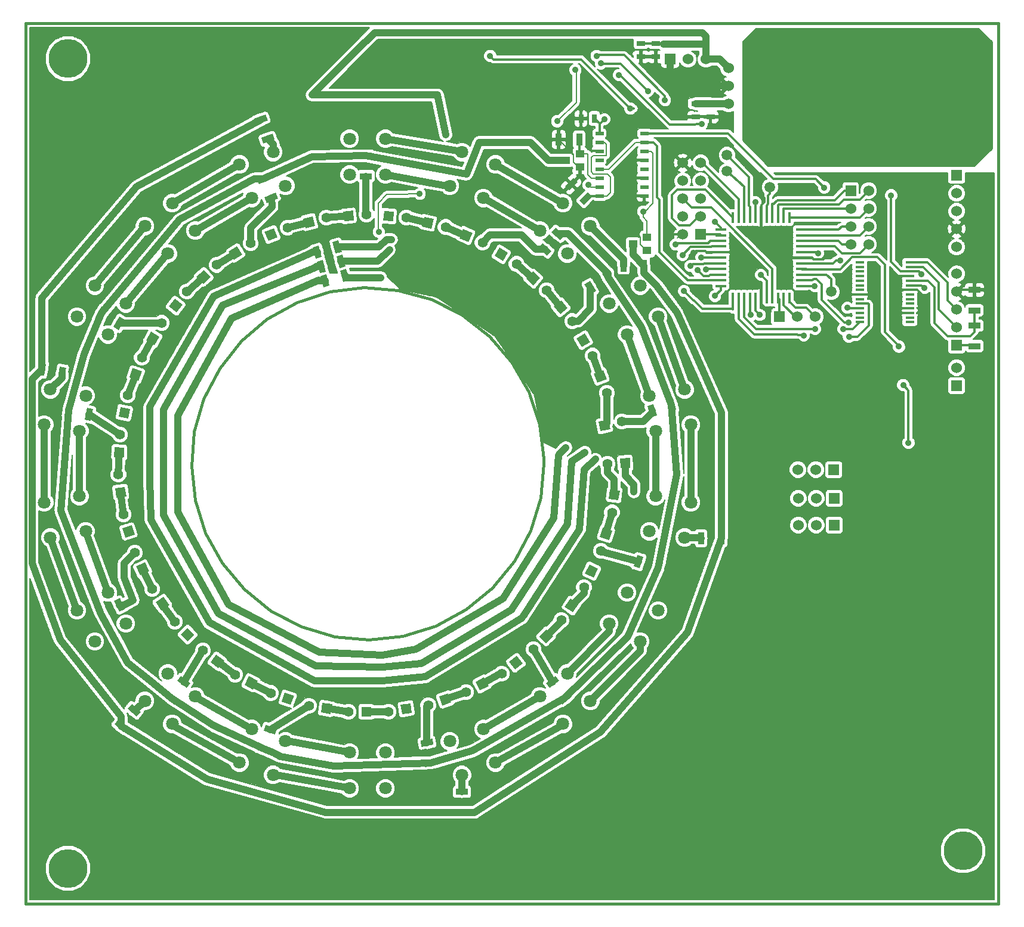
<source format=gbl>
G04 (created by PCBNEW-RS274X (2010-00-09 BZR 23xx)-stable) date Do 20 Okt 2011 18:11:45 CEST*
G01*
G70*
G90*
%MOIN*%
G04 Gerber Fmt 3.4, Leading zero omitted, Abs format*
%FSLAX34Y34*%
G04 APERTURE LIST*
%ADD10C,0.006000*%
%ADD11C,0.015000*%
%ADD12R,0.066900X0.035400*%
%ADD13R,0.035400X0.066900*%
%ADD14C,0.055000*%
%ADD15C,0.216500*%
%ADD16R,0.060000X0.060000*%
%ADD17C,0.060000*%
%ADD18R,0.045000X0.020000*%
%ADD19R,0.047200X0.039400*%
%ADD20R,0.050000X0.016000*%
%ADD21C,0.070900*%
%ADD22R,0.708700X0.472400*%
%ADD23R,0.060000X0.016000*%
%ADD24R,0.016000X0.060000*%
%ADD25R,0.051200X0.027600*%
%ADD26C,0.059100*%
%ADD27R,0.027600X0.051200*%
%ADD28C,0.035000*%
%ADD29C,0.011800*%
%ADD30C,0.039400*%
%ADD31C,0.007900*%
%ADD32C,0.010000*%
G04 APERTURE END LIST*
G54D10*
G54D11*
X28937Y-24606D02*
X28749Y-26517D01*
X28194Y-28356D01*
X27292Y-30053D01*
X26078Y-31541D01*
X24598Y-32766D01*
X22908Y-33679D01*
X21073Y-34247D01*
X19162Y-34448D01*
X17250Y-34274D01*
X15407Y-33732D01*
X13705Y-32842D01*
X12208Y-31638D01*
X10973Y-30166D01*
X10047Y-28483D01*
X09467Y-26652D01*
X09252Y-24743D01*
X09413Y-22830D01*
X09943Y-20983D01*
X10821Y-19274D01*
X12014Y-17769D01*
X13477Y-16524D01*
X15154Y-15587D01*
X16981Y-14993D01*
X18888Y-14766D01*
X20803Y-14913D01*
X22653Y-15430D01*
X24368Y-16296D01*
X25881Y-17478D01*
X27137Y-18933D01*
X28086Y-20603D01*
X28692Y-22426D01*
X28933Y-24332D01*
X28937Y-24606D01*
X00001Y00000D02*
X00001Y-49213D01*
X54331Y00000D02*
X00001Y00000D01*
X54331Y-49213D02*
X54331Y00000D01*
X00001Y-49213D02*
X54331Y-49213D01*
G54D12*
X53000Y-18040D03*
X53000Y-16898D03*
X53000Y-16040D03*
X53000Y-14898D03*
G54D10*
G36*
X31649Y-09680D02*
X31177Y-10152D01*
X30927Y-09902D01*
X31399Y-09430D01*
X31649Y-09680D01*
X31649Y-09680D01*
G37*
G36*
X30841Y-08872D02*
X30369Y-09344D01*
X30119Y-09094D01*
X30591Y-08622D01*
X30841Y-08872D01*
X30841Y-08872D01*
G37*
G36*
X17477Y-12130D02*
X17649Y-12775D01*
X17307Y-12866D01*
X17135Y-12221D01*
X17477Y-12130D01*
X17477Y-12130D01*
G37*
G36*
X16374Y-12426D02*
X16546Y-13071D01*
X16204Y-13162D01*
X16032Y-12517D01*
X16374Y-12426D01*
X16374Y-12426D01*
G37*
G36*
X17694Y-12937D02*
X17866Y-13582D01*
X17524Y-13673D01*
X17352Y-13028D01*
X17694Y-12937D01*
X17694Y-12937D01*
G37*
G36*
X16591Y-13233D02*
X16763Y-13878D01*
X16421Y-13969D01*
X16249Y-13324D01*
X16591Y-13233D01*
X16591Y-13233D01*
G37*
G36*
X17910Y-13724D02*
X18082Y-14369D01*
X17740Y-14460D01*
X17568Y-13815D01*
X17910Y-13724D01*
X17910Y-13724D01*
G37*
G36*
X16807Y-14020D02*
X16979Y-14665D01*
X16637Y-14756D01*
X16465Y-14111D01*
X16807Y-14020D01*
X16807Y-14020D01*
G37*
G54D13*
X33397Y-13543D03*
X34539Y-13543D03*
X37728Y-28780D03*
X38870Y-28780D03*
G54D12*
X24370Y-42964D03*
X24370Y-44106D03*
G54D10*
G36*
X05914Y-38055D02*
X06426Y-38484D01*
X06198Y-38755D01*
X05686Y-38326D01*
X05914Y-38055D01*
X05914Y-38055D01*
G37*
G36*
X05180Y-38930D02*
X05692Y-39359D01*
X05464Y-39630D01*
X04952Y-39201D01*
X05180Y-38930D01*
X05180Y-38930D01*
G37*
G36*
X02260Y-19245D02*
X02144Y-19903D01*
X01796Y-19841D01*
X01912Y-19183D01*
X02260Y-19245D01*
X02260Y-19245D01*
G37*
G36*
X01135Y-19046D02*
X01019Y-19704D01*
X00671Y-19642D01*
X00787Y-18984D01*
X01135Y-19046D01*
X01135Y-19046D01*
G37*
G36*
X13905Y-06504D02*
X13278Y-06733D01*
X13157Y-06400D01*
X13784Y-06171D01*
X13905Y-06504D01*
X13905Y-06504D01*
G37*
G36*
X13514Y-05431D02*
X12887Y-05660D01*
X12766Y-05327D01*
X13393Y-05098D01*
X13514Y-05431D01*
X13514Y-05431D01*
G37*
G36*
X33968Y-30368D02*
X34157Y-29728D01*
X34496Y-29828D01*
X34307Y-30468D01*
X33968Y-30368D01*
X33968Y-30368D01*
G37*
G36*
X35064Y-30690D02*
X35253Y-30050D01*
X35592Y-30150D01*
X35403Y-30790D01*
X35064Y-30690D01*
X35064Y-30690D01*
G37*
G36*
X29053Y-36877D02*
X29587Y-36476D01*
X29799Y-36759D01*
X29265Y-37160D01*
X29053Y-36877D01*
X29053Y-36877D01*
G37*
G36*
X29738Y-37790D02*
X30272Y-37389D01*
X30484Y-37672D01*
X29950Y-38073D01*
X29738Y-37790D01*
X29738Y-37790D01*
G37*
G36*
X13407Y-39215D02*
X14042Y-39423D01*
X13931Y-39759D01*
X13296Y-39551D01*
X13407Y-39215D01*
X13407Y-39215D01*
G37*
G36*
X13050Y-40300D02*
X13685Y-40508D01*
X13574Y-40844D01*
X12939Y-40636D01*
X13050Y-40300D01*
X13050Y-40300D01*
G37*
G36*
X22055Y-40096D02*
X22714Y-39988D01*
X22771Y-40338D01*
X22112Y-40446D01*
X22055Y-40096D01*
X22055Y-40096D01*
G37*
G36*
X22239Y-41223D02*
X22898Y-41115D01*
X22955Y-41465D01*
X22296Y-41573D01*
X22239Y-41223D01*
X22239Y-41223D01*
G37*
G36*
X03769Y-21562D02*
X03639Y-22217D01*
X03291Y-22148D01*
X03421Y-21493D01*
X03769Y-21562D01*
X03769Y-21562D01*
G37*
G36*
X02648Y-21340D02*
X02518Y-21995D01*
X02170Y-21926D01*
X02300Y-21271D01*
X02648Y-21340D01*
X02648Y-21340D01*
G37*
G36*
X05539Y-16564D02*
X05209Y-17145D01*
X04901Y-16970D01*
X05231Y-16389D01*
X05539Y-16564D01*
X05539Y-16564D01*
G37*
G36*
X04546Y-16000D02*
X04216Y-16581D01*
X03908Y-16406D01*
X04238Y-15825D01*
X04546Y-16000D01*
X04546Y-16000D01*
G37*
G36*
X05252Y-32138D02*
X05541Y-32740D01*
X05222Y-32894D01*
X04933Y-32292D01*
X05252Y-32138D01*
X05252Y-32138D01*
G37*
G36*
X04223Y-32633D02*
X04512Y-33235D01*
X04193Y-33389D01*
X03904Y-32787D01*
X04223Y-32633D01*
X04223Y-32633D01*
G37*
G36*
X08661Y-36475D02*
X09197Y-36875D01*
X08985Y-37159D01*
X08449Y-36759D01*
X08661Y-36475D01*
X08661Y-36475D01*
G37*
G36*
X07978Y-37391D02*
X08514Y-37791D01*
X08302Y-38075D01*
X07766Y-37675D01*
X07978Y-37391D01*
X07978Y-37391D01*
G37*
G54D12*
X19000Y-08540D03*
X19000Y-07398D03*
G54D10*
G36*
X29145Y-12988D02*
X28633Y-12559D01*
X28861Y-12288D01*
X29373Y-12717D01*
X29145Y-12988D01*
X29145Y-12988D01*
G37*
G36*
X29879Y-12113D02*
X29367Y-11684D01*
X29595Y-11413D01*
X30107Y-11842D01*
X29879Y-12113D01*
X29879Y-12113D01*
G37*
G36*
X34912Y-22029D02*
X34717Y-21390D01*
X35056Y-21287D01*
X35251Y-21926D01*
X34912Y-22029D01*
X34912Y-22029D01*
G37*
G36*
X36004Y-21695D02*
X35809Y-21056D01*
X36148Y-20953D01*
X36343Y-21592D01*
X36004Y-21695D01*
X36004Y-21695D01*
G37*
G36*
X31552Y-15152D02*
X31213Y-14576D01*
X31518Y-14396D01*
X31857Y-14972D01*
X31552Y-15152D01*
X31552Y-15152D01*
G37*
G36*
X32536Y-14572D02*
X32197Y-13996D01*
X32502Y-13816D01*
X32841Y-14392D01*
X32536Y-14572D01*
X32536Y-14572D01*
G37*
G36*
X14092Y-09774D02*
X13479Y-10041D01*
X13338Y-09716D01*
X13951Y-09449D01*
X14092Y-09774D01*
X14092Y-09774D01*
G37*
G36*
X13637Y-08727D02*
X13024Y-08994D01*
X12883Y-08669D01*
X13496Y-08402D01*
X13637Y-08727D01*
X13637Y-08727D01*
G37*
G36*
X32230Y-28193D02*
X32757Y-28348D01*
X32602Y-28875D01*
X32075Y-28720D01*
X32230Y-28193D01*
X32230Y-28193D01*
G37*
G54D14*
X32134Y-29494D03*
G54D10*
G36*
X32636Y-26040D02*
X33181Y-26109D01*
X33112Y-26654D01*
X32567Y-26585D01*
X32636Y-26040D01*
X32636Y-26040D01*
G37*
G54D14*
X32748Y-27339D03*
G54D10*
G36*
X33752Y-24292D02*
X33780Y-24842D01*
X33230Y-24870D01*
X33202Y-24320D01*
X33752Y-24292D01*
X33752Y-24292D01*
G37*
G54D14*
X32493Y-24631D03*
G54D10*
G36*
X31484Y-30253D02*
X31980Y-30491D01*
X31742Y-30987D01*
X31246Y-30749D01*
X31484Y-30253D01*
X31484Y-30253D01*
G37*
G54D14*
X31181Y-31522D03*
G54D10*
G36*
X30417Y-32166D02*
X30869Y-32480D01*
X30555Y-32932D01*
X30103Y-32618D01*
X30417Y-32166D01*
X30417Y-32166D01*
G37*
G54D14*
X29916Y-33371D03*
G54D10*
G36*
X29057Y-33885D02*
X29453Y-34267D01*
X29071Y-34663D01*
X28675Y-34281D01*
X29057Y-33885D01*
X29057Y-33885D01*
G37*
G54D14*
X28370Y-34994D03*
G54D10*
G36*
X17118Y-38071D02*
X17032Y-38615D01*
X16488Y-38529D01*
X16574Y-37985D01*
X17118Y-38071D01*
X17118Y-38071D01*
G37*
G54D14*
X15815Y-38144D03*
G54D10*
G36*
X19303Y-38214D02*
X19305Y-38764D01*
X18755Y-38766D01*
X18753Y-38216D01*
X19303Y-38214D01*
X19303Y-38214D01*
G37*
G54D14*
X18029Y-38494D03*
G54D10*
G36*
X21484Y-38006D02*
X21573Y-38549D01*
X21030Y-38638D01*
X20941Y-38095D01*
X21484Y-38006D01*
X21484Y-38006D01*
G37*
G54D14*
X20271Y-38484D03*
G54D10*
G36*
X27439Y-35362D02*
X27769Y-35802D01*
X27329Y-36132D01*
X26999Y-35692D01*
X27439Y-35362D01*
X27439Y-35362D01*
G37*
G54D14*
X26584Y-36347D03*
G54D10*
G36*
X25606Y-36562D02*
X25861Y-37049D01*
X25374Y-37304D01*
X25119Y-36817D01*
X25606Y-36562D01*
X25606Y-36562D01*
G37*
G54D14*
X24604Y-37397D03*
G54D10*
G36*
X23604Y-37450D02*
X23778Y-37972D01*
X23256Y-38146D01*
X23082Y-37624D01*
X23604Y-37450D01*
X23604Y-37450D01*
G37*
G54D14*
X22482Y-38116D03*
G54D10*
G36*
X05490Y-24268D02*
X04941Y-24249D01*
X04960Y-23700D01*
X05509Y-23719D01*
X05490Y-24268D01*
X05490Y-24268D01*
G37*
G54D14*
X05259Y-22984D03*
G54D10*
G36*
X05614Y-26455D02*
X05068Y-26525D01*
X04998Y-25979D01*
X05544Y-25909D01*
X05614Y-26455D01*
X05614Y-26455D01*
G37*
G54D14*
X05178Y-25225D03*
G54D10*
G36*
X06082Y-28594D02*
X05555Y-28749D01*
X05400Y-28222D01*
X05927Y-28067D01*
X06082Y-28594D01*
X06082Y-28594D01*
G37*
G54D14*
X05459Y-27448D03*
G54D10*
G36*
X05720Y-22090D02*
X05181Y-21983D01*
X05288Y-21444D01*
X05827Y-21551D01*
X05720Y-22090D01*
X05720Y-22090D01*
G37*
G54D14*
X05698Y-20787D03*
G54D10*
G36*
X06298Y-19979D02*
X05782Y-19787D01*
X05974Y-19271D01*
X06490Y-19463D01*
X06298Y-19979D01*
X06298Y-19979D01*
G37*
G54D14*
X06484Y-18687D03*
G54D10*
G36*
X07206Y-17986D02*
X06728Y-17714D01*
X07000Y-17236D01*
X07478Y-17508D01*
X07206Y-17986D01*
X07206Y-17986D01*
G37*
G54D14*
X07597Y-16741D03*
G54D10*
G36*
X06891Y-30630D02*
X06395Y-30868D01*
X06157Y-30372D01*
X06653Y-30134D01*
X06891Y-30630D01*
X06891Y-30630D01*
G37*
G54D14*
X06090Y-29599D03*
G54D10*
G36*
X08015Y-32508D02*
X07564Y-32823D01*
X07249Y-32372D01*
X07700Y-32057D01*
X08015Y-32508D01*
X08015Y-32508D01*
G37*
G54D14*
X07060Y-31620D03*
G54D10*
G36*
X09426Y-34184D02*
X09031Y-34567D01*
X08648Y-34172D01*
X09043Y-33789D01*
X09426Y-34184D01*
X09426Y-34184D01*
G37*
G54D14*
X08341Y-33460D03*
G54D10*
G36*
X14984Y-37580D02*
X14812Y-38102D01*
X14290Y-37930D01*
X14462Y-37408D01*
X14984Y-37580D01*
X14984Y-37580D01*
G37*
G54D14*
X13687Y-37443D03*
G54D10*
G36*
X12956Y-36752D02*
X12703Y-37241D01*
X12214Y-36988D01*
X12467Y-36499D01*
X12956Y-36752D01*
X12956Y-36752D01*
G37*
G54D14*
X11697Y-36410D03*
G54D10*
G36*
X11087Y-35612D02*
X10758Y-36053D01*
X10317Y-35724D01*
X10646Y-35283D01*
X11087Y-35612D01*
X11087Y-35612D01*
G37*
G54D14*
X09900Y-35070D03*
G54D10*
G36*
X17789Y-11062D02*
X17741Y-10514D01*
X18289Y-10466D01*
X18337Y-11014D01*
X17789Y-11062D01*
X17789Y-11062D01*
G37*
G54D14*
X19035Y-10676D03*
G54D10*
G36*
X15633Y-11446D02*
X15498Y-10913D01*
X16031Y-10778D01*
X16166Y-11311D01*
X15633Y-11446D01*
X15633Y-11446D01*
G37*
G54D14*
X16802Y-10866D03*
G54D10*
G36*
X13566Y-12172D02*
X13347Y-11667D01*
X13852Y-11448D01*
X14071Y-11953D01*
X13566Y-12172D01*
X13566Y-12172D01*
G37*
G54D14*
X14627Y-11412D03*
G54D10*
G36*
X19978Y-11026D02*
X20018Y-10478D01*
X20566Y-10518D01*
X20526Y-11066D01*
X19978Y-11026D01*
X19978Y-11026D01*
G37*
G54D14*
X21270Y-10846D03*
G54D10*
G36*
X22145Y-11346D02*
X22272Y-10811D01*
X22807Y-10938D01*
X22680Y-11473D01*
X22145Y-11346D01*
X22145Y-11346D01*
G37*
G54D14*
X23448Y-11374D03*
G54D10*
G36*
X24231Y-12007D02*
X24443Y-11499D01*
X24951Y-11711D01*
X24739Y-12219D01*
X24231Y-12007D01*
X24231Y-12007D01*
G37*
G54D14*
X25515Y-12243D03*
G54D10*
G36*
X32112Y-22802D02*
X31996Y-22264D01*
X32534Y-22148D01*
X32650Y-22686D01*
X32112Y-22802D01*
X32112Y-22802D01*
G37*
G54D14*
X33301Y-22265D03*
G54D10*
G36*
X31739Y-19577D02*
X32251Y-19377D01*
X32451Y-19889D01*
X31939Y-20089D01*
X31739Y-19577D01*
X31739Y-19577D01*
G37*
G54D14*
X32459Y-20665D03*
G54D10*
G36*
X30770Y-17614D02*
X31244Y-17334D01*
X31524Y-17808D01*
X31050Y-18088D01*
X30770Y-17614D01*
X30770Y-17614D01*
G37*
G54D14*
X31655Y-18573D03*
G54D10*
G36*
X26187Y-13002D02*
X26478Y-12535D01*
X26945Y-12826D01*
X26654Y-13293D01*
X26187Y-13002D01*
X26187Y-13002D01*
G37*
G54D14*
X27414Y-13442D03*
G54D10*
G36*
X27957Y-14286D02*
X28319Y-13872D01*
X28733Y-14234D01*
X28371Y-14648D01*
X27957Y-14286D01*
X27957Y-14286D01*
G37*
G54D14*
X29099Y-14918D03*
G54D10*
G36*
X29499Y-15837D02*
X29922Y-15486D01*
X30273Y-15909D01*
X29850Y-16260D01*
X29499Y-15837D01*
X29499Y-15837D01*
G37*
G54D14*
X30524Y-16643D03*
G54D10*
G36*
X08421Y-16164D02*
X07993Y-15818D01*
X08339Y-15390D01*
X08767Y-15736D01*
X08421Y-16164D01*
X08421Y-16164D01*
G37*
G54D14*
X09008Y-14999D03*
G54D10*
G36*
X09914Y-14561D02*
X09547Y-14152D01*
X09956Y-13785D01*
X10323Y-14194D01*
X09914Y-14561D01*
X09914Y-14561D01*
G37*
G54D14*
X10679Y-13505D03*
G54D10*
G36*
X11644Y-13219D02*
X11347Y-12756D01*
X11810Y-12459D01*
X12107Y-12922D01*
X11644Y-13219D01*
X11644Y-13219D01*
G37*
G54D14*
X12569Y-12299D03*
G54D15*
X02362Y-47244D03*
X02362Y-01969D03*
X52362Y-46260D03*
X52362Y-02953D03*
G54D16*
X45138Y-24944D03*
G54D17*
X44138Y-24944D03*
X43138Y-24944D03*
G54D16*
X45158Y-28051D03*
G54D17*
X44158Y-28051D03*
X43158Y-28051D03*
G54D16*
X45158Y-26551D03*
G54D17*
X44158Y-26551D03*
X43158Y-26551D03*
G54D16*
X36000Y-02000D03*
G54D17*
X37000Y-02000D03*
X38000Y-02000D03*
G54D16*
X42100Y-16400D03*
G54D17*
X43100Y-16400D03*
X44100Y-16400D03*
G54D16*
X46082Y-09352D03*
G54D17*
X47082Y-09352D03*
X46082Y-10352D03*
X47082Y-10352D03*
X46082Y-11352D03*
X47082Y-11352D03*
X46082Y-12352D03*
X47082Y-12352D03*
G54D16*
X52000Y-18000D03*
G54D17*
X52000Y-17000D03*
X52000Y-16000D03*
X52000Y-15000D03*
X52000Y-14000D03*
G54D16*
X37700Y-11800D03*
G54D17*
X36700Y-11800D03*
X37700Y-10800D03*
X36700Y-10800D03*
X37700Y-09800D03*
X36700Y-09800D03*
X37700Y-08800D03*
X36700Y-08800D03*
X37700Y-07800D03*
X36700Y-07800D03*
G54D18*
X32050Y-06150D03*
X32050Y-07150D03*
X32050Y-07650D03*
X32050Y-08150D03*
X32050Y-08650D03*
X32050Y-09150D03*
X32050Y-09650D03*
X34550Y-09650D03*
X34550Y-09150D03*
X34550Y-08650D03*
X34550Y-08150D03*
X34550Y-07650D03*
X34550Y-07150D03*
X34550Y-06650D03*
X34550Y-06150D03*
X32050Y-06650D03*
G54D19*
X34711Y-11943D03*
X34711Y-12691D03*
X33924Y-12317D03*
X30965Y-07285D03*
X30965Y-08033D03*
X30178Y-07659D03*
G54D20*
X46591Y-16689D03*
X46591Y-16439D03*
X46591Y-16179D03*
X46591Y-15919D03*
X46591Y-15669D03*
X46591Y-15409D03*
X46591Y-15149D03*
X46591Y-14899D03*
X46591Y-14639D03*
X46591Y-14389D03*
X46591Y-14129D03*
X46591Y-13869D03*
X46591Y-13619D03*
X46591Y-13359D03*
X49391Y-13359D03*
X49391Y-13619D03*
X49391Y-13859D03*
X49391Y-14129D03*
X49391Y-14389D03*
X49391Y-14639D03*
X49391Y-14899D03*
X49391Y-15149D03*
X49391Y-15409D03*
X49391Y-15669D03*
X49391Y-15919D03*
X49391Y-16179D03*
X49391Y-16439D03*
X49391Y-16689D03*
G54D21*
X26247Y-07878D03*
X24367Y-07194D03*
X23683Y-09074D03*
X25563Y-09758D03*
X31537Y-11334D03*
X30005Y-10048D03*
X28719Y-11580D03*
X30251Y-12866D03*
X20094Y-06441D03*
X18094Y-06441D03*
X18094Y-08441D03*
X20094Y-08441D03*
X35326Y-16390D03*
X34326Y-14658D03*
X32594Y-15658D03*
X33594Y-17390D03*
X36810Y-28745D03*
X37157Y-26776D03*
X35188Y-26429D03*
X34841Y-28398D03*
X37157Y-22437D03*
X36810Y-20468D03*
X34841Y-20815D03*
X35188Y-22784D03*
X11942Y-41334D03*
X13822Y-42018D03*
X14506Y-40138D03*
X12626Y-39454D03*
X06652Y-37879D03*
X08184Y-39165D03*
X09470Y-37633D03*
X07938Y-36347D03*
X18094Y-42772D03*
X20094Y-42772D03*
X20094Y-40772D03*
X18094Y-40772D03*
X34326Y-34555D03*
X35326Y-32823D03*
X33594Y-31823D03*
X32594Y-33555D03*
X24367Y-42018D03*
X26247Y-41334D03*
X25563Y-39454D03*
X23683Y-40138D03*
X30005Y-39165D03*
X31537Y-37879D03*
X30251Y-36347D03*
X28719Y-37633D03*
X01032Y-26776D03*
X01379Y-28745D03*
X03348Y-28398D03*
X03001Y-26429D03*
X01379Y-20468D03*
X01032Y-22437D03*
X03001Y-22784D03*
X03348Y-20815D03*
X02863Y-32823D03*
X03863Y-34555D03*
X05595Y-33555D03*
X04595Y-31823D03*
X03863Y-14658D03*
X02863Y-16390D03*
X04595Y-17390D03*
X05595Y-15658D03*
X13822Y-07194D03*
X11942Y-07878D03*
X12626Y-09758D03*
X14506Y-09074D03*
X08184Y-10048D03*
X06652Y-11334D03*
X07938Y-12866D03*
X09470Y-11580D03*
G54D17*
X39250Y-02500D03*
X39250Y-03500D03*
X39250Y-04500D03*
G54D22*
X46675Y-03500D03*
G54D16*
X52000Y-08500D03*
G54D17*
X52000Y-09500D03*
X52000Y-10500D03*
X52000Y-11500D03*
X52000Y-12500D03*
G54D23*
X43332Y-13102D03*
X43332Y-13417D03*
X43332Y-13732D03*
X43332Y-14047D03*
X43332Y-14362D03*
X43332Y-14677D03*
X43332Y-12787D03*
X43332Y-12472D03*
X43332Y-12157D03*
X43332Y-11842D03*
X43332Y-11527D03*
X38832Y-13102D03*
X38832Y-13417D03*
X38832Y-13732D03*
X38832Y-14047D03*
X38832Y-14362D03*
X38832Y-14677D03*
X38832Y-12787D03*
X38832Y-12472D03*
X38832Y-12157D03*
X38832Y-11842D03*
X38832Y-11527D03*
G54D24*
X41082Y-15352D03*
X41082Y-10852D03*
X40767Y-15352D03*
X40767Y-10852D03*
X40452Y-10852D03*
X40452Y-15352D03*
X40137Y-15352D03*
X40137Y-10852D03*
X39822Y-10852D03*
X39822Y-15352D03*
X39507Y-15352D03*
X39507Y-10852D03*
X41397Y-10852D03*
X41397Y-15352D03*
X41712Y-15352D03*
X41712Y-10852D03*
X42027Y-10852D03*
X42027Y-15352D03*
X42342Y-15352D03*
X42342Y-10852D03*
X42657Y-10852D03*
X42657Y-15352D03*
G54D25*
X37421Y-04482D03*
X37421Y-05230D03*
X38248Y-04482D03*
X38248Y-05230D03*
X34370Y-01116D03*
X34370Y-01864D03*
X35197Y-01116D03*
X35197Y-01864D03*
G54D16*
X52000Y-20250D03*
G54D17*
X52000Y-19250D03*
G54D26*
X45000Y-15000D03*
X39173Y-07362D03*
X39173Y-08268D03*
G54D13*
X30914Y-06496D03*
X29772Y-06496D03*
G54D26*
X41575Y-09154D03*
G54D27*
X31018Y-05315D03*
X31766Y-05315D03*
G54D28*
X41063Y-14055D03*
X32323Y-05354D03*
X31437Y-09035D03*
X44250Y-12850D03*
X40750Y-10000D03*
X37740Y-13085D03*
X45900Y-15900D03*
X50200Y-14800D03*
X43465Y-17441D03*
X45984Y-17520D03*
X44094Y-17087D03*
X45669Y-17089D03*
X53000Y-01000D03*
X53000Y-05000D03*
X53000Y-07000D03*
X51000Y-07000D03*
X41000Y-01000D03*
X41000Y-03000D03*
X41000Y-05000D03*
X41000Y-07000D03*
X43000Y-07000D03*
X45000Y-07000D03*
X47000Y-07000D03*
X49000Y-07000D03*
X33976Y-26181D03*
X23465Y-06220D03*
X16000Y-04000D03*
X37525Y-13800D03*
X37126Y-13563D03*
X49014Y-20215D03*
X49311Y-23445D03*
X45950Y-16725D03*
X44606Y-09173D03*
X44075Y-14675D03*
X36693Y-12953D03*
X32126Y-02235D03*
X34764Y-03780D03*
X36299Y-12362D03*
X35709Y-04291D03*
X31890Y-01811D03*
X19724Y-11654D03*
X22008Y-09528D03*
X29685Y-05472D03*
X30709Y-02598D03*
X48346Y-09606D03*
X37756Y-05630D03*
X50039Y-14016D03*
X33140Y-02880D03*
X33779Y-04764D03*
X36772Y-14961D03*
X25945Y-01811D03*
X36417Y-05118D03*
X33189Y-11378D03*
X37303Y-12835D03*
X41500Y-16100D03*
X46890Y-19449D03*
X50630Y-20984D03*
X45630Y-23937D03*
X45749Y-25630D03*
X45808Y-27165D03*
X39606Y-18701D03*
X18917Y-11535D03*
X44750Y-13000D03*
X41000Y-09500D03*
X45900Y-15200D03*
X50200Y-15300D03*
X38504Y-15236D03*
X45500Y-13250D03*
X38000Y-13750D03*
X41000Y-16300D03*
X38500Y-11100D03*
X48780Y-18071D03*
X40500Y-16300D03*
X20433Y-12087D03*
X20315Y-12657D03*
X19823Y-14213D03*
X31240Y-23976D03*
X19921Y-36004D03*
X07697Y-25512D03*
X31831Y-24370D03*
X19921Y-36772D03*
X06929Y-25531D03*
X30177Y-23720D03*
X19921Y-35315D03*
X08484Y-25413D03*
X34488Y-10512D03*
G54D29*
X41397Y-15352D02*
X41397Y-14389D01*
X41397Y-14389D02*
X41063Y-14055D01*
X32050Y-05630D02*
X32050Y-05627D01*
X32050Y-05627D02*
X32323Y-05354D01*
X32050Y-06150D02*
X32050Y-05630D01*
X32050Y-05630D02*
X32050Y-05599D01*
X32050Y-05599D02*
X31766Y-05315D01*
G54D30*
X37421Y-04482D02*
X38248Y-04482D01*
X39250Y-04500D02*
X38266Y-04500D01*
X38266Y-04500D02*
X38248Y-04482D01*
G54D31*
X32050Y-09150D02*
X31552Y-09150D01*
X31552Y-09150D02*
X31437Y-09035D01*
G54D29*
X44187Y-12787D02*
X43332Y-12787D01*
X44250Y-12850D02*
X44187Y-12787D01*
X40767Y-10017D02*
X40767Y-10852D01*
X40750Y-10000D02*
X40767Y-10017D01*
X37852Y-13102D02*
X38832Y-13102D01*
X37740Y-13085D02*
X37852Y-13102D01*
X46591Y-15919D02*
X45919Y-15919D01*
X45919Y-15919D02*
X45900Y-15900D01*
X49391Y-14639D02*
X50039Y-14639D01*
X50039Y-14639D02*
X50200Y-14800D01*
X47079Y-16921D02*
X47056Y-16921D01*
X42717Y-17402D02*
X42717Y-17400D01*
X42719Y-17400D02*
X42717Y-17402D01*
X42990Y-17400D02*
X42719Y-17400D01*
X43465Y-17441D02*
X42990Y-17400D01*
X46457Y-17520D02*
X45984Y-17520D01*
X47056Y-16921D02*
X46457Y-17520D01*
X46591Y-15669D02*
X47069Y-15669D01*
X39822Y-16522D02*
X39822Y-15352D01*
X40700Y-17400D02*
X39822Y-16522D01*
X42717Y-17400D02*
X40700Y-17400D01*
X47100Y-16900D02*
X47079Y-16921D01*
X47100Y-15700D02*
X47100Y-16900D01*
X47069Y-15669D02*
X47100Y-15700D01*
X44094Y-17087D02*
X43504Y-17089D01*
X44094Y-17087D02*
X43504Y-17089D01*
X46591Y-16689D02*
X46191Y-17089D01*
X40789Y-17089D02*
X40137Y-16437D01*
X40137Y-16437D02*
X40137Y-15352D01*
X46191Y-17089D02*
X45669Y-17089D01*
X43504Y-17089D02*
X40789Y-17089D01*
X49000Y-07000D02*
X51000Y-07000D01*
X52362Y-01638D02*
X52362Y-02953D01*
X53000Y-01000D02*
X52362Y-01638D01*
X53000Y-07000D02*
X53000Y-05000D01*
X41000Y-03000D02*
X41000Y-01000D01*
X41000Y-07000D02*
X41000Y-05000D01*
X45000Y-07000D02*
X43000Y-07000D01*
X49000Y-07000D02*
X47000Y-07000D01*
G54D30*
X38000Y-02000D02*
X38000Y-00716D01*
X19488Y-00512D02*
X18465Y-01535D01*
X37796Y-00512D02*
X19488Y-00512D01*
X38000Y-00716D02*
X37796Y-00512D01*
G54D29*
X34370Y-01116D02*
X35197Y-01116D01*
X35197Y-01116D02*
X35655Y-01116D01*
X35655Y-01116D02*
X35623Y-01148D01*
G54D30*
X33491Y-24581D02*
X33491Y-25302D01*
X33976Y-25787D02*
X33976Y-26181D01*
X33491Y-25302D02*
X33976Y-25787D01*
X23000Y-04000D02*
X23465Y-06220D01*
X23000Y-04000D02*
X16000Y-04000D01*
X18465Y-01535D02*
X16000Y-04000D01*
X37205Y-01148D02*
X35623Y-01148D01*
X38000Y-02000D02*
X38000Y-01156D01*
X38000Y-01156D02*
X37992Y-01148D01*
X37992Y-01148D02*
X37205Y-01148D01*
X38000Y-02000D02*
X38750Y-02000D01*
X38750Y-02000D02*
X39250Y-02500D01*
G54D29*
X38832Y-14047D02*
X38228Y-14047D01*
X37850Y-14125D02*
X37525Y-13800D01*
X38150Y-14125D02*
X37850Y-14125D01*
X38228Y-14047D02*
X38150Y-14125D01*
X38832Y-13417D02*
X37888Y-13417D01*
X37888Y-13417D02*
X37860Y-13445D01*
X37126Y-13563D02*
X37264Y-13445D01*
X37620Y-13445D02*
X37860Y-13445D01*
X37264Y-13445D02*
X37620Y-13445D01*
X49311Y-20512D02*
X49311Y-23445D01*
X49311Y-20512D02*
X49014Y-20215D01*
X43332Y-14362D02*
X43938Y-14362D01*
X45725Y-16725D02*
X45950Y-16725D01*
X44450Y-15450D02*
X45725Y-16725D01*
X44450Y-14575D02*
X44450Y-15450D01*
X44150Y-14275D02*
X44450Y-14575D01*
X44025Y-14275D02*
X44150Y-14275D01*
X43938Y-14362D02*
X44025Y-14275D01*
X39226Y-06150D02*
X41776Y-08700D01*
X44606Y-09173D02*
X44125Y-08700D01*
X44125Y-08700D02*
X43900Y-08700D01*
X39226Y-06150D02*
X34550Y-06150D01*
X41776Y-08700D02*
X43900Y-08700D01*
X43332Y-14677D02*
X44073Y-14677D01*
X44073Y-14677D02*
X44075Y-14675D01*
X35272Y-09567D02*
X35272Y-09731D01*
X36850Y-14252D02*
X36850Y-14232D01*
X35388Y-12790D02*
X36850Y-14252D01*
X35388Y-09847D02*
X35388Y-12790D01*
X35272Y-09731D02*
X35388Y-09847D01*
G54D31*
X34550Y-06650D02*
X34059Y-06650D01*
X32559Y-08150D02*
X32050Y-08150D01*
X34059Y-06650D02*
X32559Y-08150D01*
G54D29*
X34550Y-06650D02*
X35050Y-06650D01*
X36980Y-14362D02*
X38832Y-14362D01*
X36850Y-14232D02*
X36980Y-14362D01*
X35272Y-06872D02*
X35272Y-07752D01*
X35272Y-07752D02*
X35272Y-09567D01*
X35050Y-06650D02*
X35272Y-06872D01*
X37717Y-12500D02*
X37145Y-12500D01*
X36692Y-12953D02*
X36693Y-12953D01*
X37145Y-12500D02*
X36692Y-12953D01*
X38832Y-12472D02*
X38322Y-12472D01*
X38294Y-12500D02*
X37717Y-12500D01*
X38322Y-12472D02*
X38294Y-12500D01*
X33228Y-02244D02*
X34764Y-03780D01*
X32135Y-02244D02*
X33228Y-02244D01*
X32135Y-02244D02*
X32126Y-02235D01*
X36850Y-12275D02*
X36386Y-12275D01*
X36386Y-12275D02*
X36299Y-12362D01*
X35709Y-04055D02*
X33426Y-01772D01*
X33426Y-01772D02*
X31929Y-01772D01*
X35709Y-04291D02*
X35709Y-04055D01*
X31929Y-01772D02*
X31890Y-01811D01*
X31890Y-01811D02*
X31929Y-01772D01*
X38832Y-12157D02*
X38243Y-12157D01*
X38125Y-12275D02*
X36850Y-12275D01*
X38243Y-12157D02*
X38125Y-12275D01*
G54D31*
X30748Y-02913D02*
X30748Y-02637D01*
X19724Y-11654D02*
X19685Y-11615D01*
X19685Y-11615D02*
X19685Y-10040D01*
X19685Y-10040D02*
X20158Y-09567D01*
X20158Y-09567D02*
X21314Y-09567D01*
X21314Y-09567D02*
X21353Y-09528D01*
X21353Y-09528D02*
X22008Y-09528D01*
X29685Y-05472D02*
X30748Y-04409D01*
X30748Y-04409D02*
X30748Y-02913D01*
X30748Y-02637D02*
X30709Y-02598D01*
G54D29*
X49391Y-13859D02*
X48869Y-13859D01*
X48869Y-13859D02*
X48346Y-13336D01*
X48346Y-13336D02*
X48346Y-09606D01*
X36417Y-05655D02*
X36417Y-05669D01*
X36431Y-05655D02*
X36417Y-05669D01*
X37062Y-05655D02*
X36431Y-05655D01*
X37756Y-05630D02*
X37062Y-05655D01*
X49882Y-13859D02*
X49391Y-13859D01*
X50039Y-14016D02*
X49882Y-13859D01*
G54D31*
X33193Y-02878D02*
X33142Y-02878D01*
X33142Y-02878D02*
X33140Y-02880D01*
G54D29*
X35970Y-05655D02*
X33193Y-02878D01*
X33193Y-02878D02*
X33185Y-02870D01*
X36417Y-05655D02*
X35970Y-05655D01*
X37343Y-15493D02*
X37304Y-15493D01*
X37304Y-15493D02*
X36772Y-14961D01*
X25945Y-01811D02*
X26142Y-02008D01*
X26142Y-02008D02*
X31023Y-02008D01*
X39507Y-15352D02*
X39507Y-16004D01*
X37795Y-15945D02*
X37343Y-15493D01*
X39448Y-15945D02*
X37795Y-15945D01*
X39507Y-16004D02*
X39448Y-15945D01*
X31023Y-02008D02*
X33779Y-04764D01*
X33976Y-04764D02*
X33780Y-04764D01*
X33780Y-04764D02*
X32402Y-03386D01*
X31024Y-02008D02*
X26142Y-02008D01*
X32402Y-03386D02*
X31024Y-02008D01*
X36700Y-11800D02*
X36210Y-11800D01*
X35748Y-08752D02*
X36700Y-07800D01*
X35748Y-11338D02*
X35748Y-08752D01*
X36210Y-11800D02*
X35748Y-11338D01*
X37421Y-05230D02*
X36529Y-05230D01*
X36529Y-05230D02*
X36417Y-05118D01*
G54D31*
X34711Y-12691D02*
X34660Y-12691D01*
X33779Y-11378D02*
X33189Y-11378D01*
X34331Y-11930D02*
X33779Y-11378D01*
X34331Y-12362D02*
X34331Y-11930D01*
X34660Y-12691D02*
X34331Y-12362D01*
G54D29*
X38832Y-12787D02*
X38023Y-12787D01*
X37421Y-12717D02*
X37303Y-12835D01*
X37953Y-12717D02*
X37421Y-12717D01*
X38023Y-12787D02*
X37953Y-12717D01*
X41082Y-15682D02*
X41500Y-16100D01*
X41082Y-15682D02*
X41082Y-15352D01*
X49391Y-14129D02*
X48824Y-14129D01*
X48915Y-14899D02*
X49391Y-14899D01*
X48819Y-14803D02*
X48915Y-14899D01*
X48819Y-14134D02*
X48819Y-14803D01*
X48824Y-14129D02*
X48819Y-14134D01*
G54D31*
X30965Y-08033D02*
X30868Y-08033D01*
X30591Y-07315D02*
X29772Y-06496D01*
X30591Y-07756D02*
X30591Y-07315D01*
X30868Y-08033D02*
X30591Y-07756D01*
G54D29*
X46591Y-15149D02*
X47157Y-15149D01*
X47598Y-18741D02*
X46890Y-19449D01*
X47598Y-15590D02*
X47598Y-18741D01*
X47157Y-15149D02*
X47598Y-15590D01*
X49391Y-15919D02*
X48714Y-15919D01*
X48741Y-16179D02*
X49391Y-16179D01*
X48740Y-16180D02*
X48741Y-16179D01*
X48740Y-15945D02*
X48740Y-16180D01*
X48714Y-15919D02*
X48740Y-15945D01*
G54D30*
X36000Y-02000D02*
X36000Y-03000D01*
X36500Y-03500D02*
X39250Y-03500D01*
X36000Y-03000D02*
X36500Y-03500D01*
G54D29*
X43332Y-13102D02*
X43886Y-13102D01*
X44553Y-13197D02*
X44750Y-13000D01*
X43981Y-13197D02*
X44553Y-13197D01*
X43886Y-13102D02*
X43981Y-13197D01*
X41082Y-10852D02*
X41082Y-10168D01*
X41250Y-09750D02*
X41000Y-09500D01*
X41250Y-10000D02*
X41250Y-09750D01*
X41082Y-10168D02*
X41250Y-10000D01*
X53000Y-14898D02*
X52102Y-14898D01*
X52102Y-14898D02*
X52000Y-15000D01*
X45951Y-15149D02*
X46591Y-15149D01*
X45900Y-15200D02*
X45951Y-15149D01*
X49392Y-14900D02*
X49391Y-14899D01*
X49800Y-14900D02*
X49392Y-14900D01*
X50200Y-15300D02*
X49800Y-14900D01*
X38832Y-14908D02*
X38504Y-15236D01*
X38832Y-14677D02*
X38832Y-14908D01*
X45500Y-13250D02*
X45250Y-13250D01*
X45250Y-13250D02*
X45083Y-13417D01*
X45083Y-13417D02*
X43332Y-13417D01*
X46082Y-10352D02*
X42332Y-10352D01*
X42342Y-10362D02*
X42342Y-10852D01*
X42332Y-10352D02*
X42342Y-10362D01*
X46181Y-09852D02*
X45687Y-09852D01*
X42066Y-10118D02*
X42027Y-10157D01*
X45421Y-10118D02*
X42066Y-10118D01*
X45687Y-09852D02*
X45421Y-10118D01*
X42027Y-10852D02*
X42027Y-10157D01*
X46582Y-09852D02*
X47082Y-09352D01*
X46181Y-09852D02*
X46582Y-09852D01*
X46082Y-09352D02*
X45727Y-09352D01*
X41732Y-10079D02*
X41712Y-10079D01*
X41712Y-10099D02*
X41732Y-10079D01*
X41712Y-10164D02*
X41712Y-10099D01*
X41994Y-09882D02*
X41712Y-10164D01*
X45197Y-09882D02*
X41994Y-09882D01*
X45727Y-09352D02*
X45197Y-09882D01*
X41712Y-10079D02*
X41712Y-10852D01*
X43332Y-14047D02*
X44747Y-14047D01*
X45000Y-14300D02*
X45000Y-15000D01*
X44747Y-14047D02*
X45000Y-14300D01*
X40452Y-10852D02*
X40452Y-10252D01*
X40400Y-08600D02*
X39173Y-07362D01*
X40400Y-10200D02*
X40400Y-08600D01*
X40452Y-10252D02*
X40400Y-10200D01*
X40137Y-10852D02*
X40137Y-09137D01*
X40137Y-09137D02*
X39173Y-08268D01*
X41575Y-09154D02*
X41575Y-09508D01*
X41397Y-10178D02*
X41397Y-10852D01*
X41476Y-10099D02*
X41397Y-10178D01*
X41476Y-09607D02*
X41476Y-10099D01*
X41575Y-09508D02*
X41476Y-09607D01*
X38018Y-13732D02*
X38832Y-13732D01*
X38000Y-13750D02*
X38018Y-13732D01*
X40767Y-16067D02*
X40767Y-15352D01*
X41000Y-16300D02*
X40767Y-16067D01*
X39200Y-11200D02*
X38300Y-10300D01*
X41712Y-13712D02*
X39200Y-11200D01*
X41712Y-15352D02*
X41712Y-13712D01*
X37200Y-10300D02*
X36700Y-09800D01*
X38300Y-10300D02*
X37200Y-10300D01*
X42100Y-16400D02*
X42100Y-15425D01*
X42100Y-15425D02*
X42027Y-15352D01*
X42342Y-15352D02*
X42342Y-15742D01*
X43000Y-16400D02*
X43100Y-16400D01*
X42342Y-15742D02*
X43000Y-16400D01*
X42657Y-15352D02*
X42657Y-15557D01*
X43600Y-15900D02*
X44100Y-16400D01*
X43000Y-15900D02*
X43600Y-15900D01*
X42657Y-15557D02*
X43000Y-15900D01*
X42657Y-10852D02*
X46582Y-10852D01*
X46582Y-10852D02*
X47082Y-10352D01*
X39822Y-10852D02*
X39822Y-09822D01*
X37800Y-07800D02*
X37700Y-07800D01*
X39822Y-09822D02*
X37800Y-07800D01*
X38832Y-11527D02*
X38832Y-11432D01*
X38832Y-11432D02*
X38500Y-11100D01*
X37700Y-10800D02*
X37600Y-10800D01*
X37955Y-09300D02*
X39507Y-10852D01*
X36400Y-09300D02*
X37955Y-09300D01*
X36100Y-09600D02*
X36400Y-09300D01*
X36100Y-10900D02*
X36100Y-09600D01*
X36500Y-11300D02*
X36100Y-10900D01*
X37100Y-11300D02*
X36500Y-11300D01*
X37600Y-10800D02*
X37100Y-11300D01*
X37700Y-11800D02*
X38790Y-11800D01*
X38790Y-11800D02*
X38832Y-11842D01*
X47082Y-12352D02*
X46582Y-12852D01*
X45202Y-12472D02*
X43332Y-12472D01*
X45582Y-12852D02*
X45202Y-12472D01*
X46582Y-12852D02*
X45582Y-12852D01*
X46082Y-12352D02*
X45582Y-12352D01*
X45387Y-12157D02*
X43332Y-12157D01*
X45582Y-12352D02*
X45387Y-12157D01*
X43332Y-11842D02*
X46592Y-11842D01*
X46592Y-11842D02*
X47082Y-11352D01*
X46082Y-11352D02*
X45582Y-11352D01*
X45407Y-11527D02*
X43332Y-11527D01*
X45582Y-11352D02*
X45407Y-11527D01*
X48800Y-18051D02*
X48801Y-18051D01*
X48780Y-18071D02*
X48800Y-18051D01*
X48801Y-18051D02*
X48000Y-17250D01*
X43350Y-13750D02*
X43332Y-13732D01*
X45500Y-13750D02*
X43350Y-13750D01*
X46178Y-13072D02*
X45500Y-13750D01*
X47572Y-13072D02*
X46178Y-13072D01*
X48000Y-13500D02*
X47572Y-13072D01*
X48000Y-17250D02*
X48000Y-13500D01*
X40452Y-16252D02*
X40452Y-15352D01*
X40500Y-16300D02*
X40452Y-16252D01*
X52000Y-18000D02*
X52960Y-18000D01*
X52960Y-18000D02*
X53000Y-18040D01*
X52000Y-17000D02*
X51000Y-16000D01*
X50119Y-13619D02*
X49391Y-13619D01*
X51000Y-14500D02*
X50119Y-13619D01*
X51000Y-16000D02*
X51000Y-14500D01*
X53000Y-16898D02*
X53000Y-17250D01*
X50389Y-14389D02*
X49391Y-14389D01*
X50750Y-14750D02*
X50389Y-14389D01*
X50750Y-16750D02*
X50750Y-14750D01*
X51500Y-17500D02*
X50750Y-16750D01*
X52750Y-17500D02*
X51500Y-17500D01*
X53000Y-17250D02*
X52750Y-17500D01*
X53000Y-16898D02*
X53000Y-16040D01*
X52000Y-16000D02*
X51500Y-15500D01*
X50359Y-13359D02*
X49391Y-13359D01*
X51500Y-14500D02*
X50359Y-13359D01*
X51500Y-15500D02*
X51500Y-14500D01*
G54D30*
X11942Y-41334D02*
X08150Y-39213D01*
X08150Y-39213D02*
X08184Y-39165D01*
X12626Y-39454D02*
X09449Y-37657D01*
X09449Y-37657D02*
X09470Y-37633D01*
X37157Y-26776D02*
X37157Y-22437D01*
X35188Y-26429D02*
X35188Y-22784D01*
X36810Y-20468D02*
X35335Y-16398D01*
X35335Y-16398D02*
X35326Y-16390D01*
X34841Y-20815D02*
X33583Y-17402D01*
X33583Y-17402D02*
X33594Y-17390D01*
X02028Y-19543D02*
X02028Y-19819D01*
X02028Y-19819D02*
X01379Y-20468D01*
X03001Y-26429D02*
X03001Y-22784D01*
X30005Y-39165D02*
X30059Y-39193D01*
X30059Y-39193D02*
X26247Y-41334D01*
X24367Y-42018D02*
X24367Y-42961D01*
X24367Y-42961D02*
X24370Y-42964D01*
X28719Y-37633D02*
X28720Y-37638D01*
X28720Y-37638D02*
X25563Y-39454D01*
X34326Y-34555D02*
X34326Y-35090D01*
X34326Y-35090D02*
X31537Y-37879D01*
X32594Y-33555D02*
X32594Y-34004D01*
X32594Y-34004D02*
X30251Y-36347D01*
X18094Y-42772D02*
X13839Y-41988D01*
X13839Y-41988D02*
X13822Y-42018D01*
X18094Y-40772D02*
X14469Y-40079D01*
X14469Y-40079D02*
X14506Y-40138D01*
X26247Y-07878D02*
X26240Y-07894D01*
X26240Y-07894D02*
X30005Y-10048D01*
X20094Y-06441D02*
X24331Y-07146D01*
X24331Y-07146D02*
X24367Y-07194D01*
X20094Y-08441D02*
X23681Y-09114D01*
X23681Y-09114D02*
X23683Y-09074D01*
X25563Y-09758D02*
X25571Y-09744D01*
X25571Y-09744D02*
X28719Y-11580D01*
X01032Y-22437D02*
X01032Y-26776D01*
X20433Y-12087D02*
X20157Y-12087D01*
X19746Y-12498D02*
X17392Y-12498D01*
X20157Y-12087D02*
X19746Y-12498D01*
X19213Y-13305D02*
X19667Y-13305D01*
X19667Y-13305D02*
X20315Y-12657D01*
X17609Y-13305D02*
X19213Y-13305D01*
X19823Y-14213D02*
X17946Y-14213D01*
X17946Y-14213D02*
X17825Y-14092D01*
X05178Y-25225D02*
X05217Y-23957D01*
X05217Y-23957D02*
X05225Y-23984D01*
X03530Y-21855D02*
X03543Y-21850D01*
X03543Y-21850D02*
X05259Y-22984D01*
X02409Y-21633D02*
X01969Y-27244D01*
X01969Y-27244D02*
X04208Y-33011D01*
X32519Y-14194D02*
X34391Y-16981D01*
X34391Y-16981D02*
X36076Y-21324D01*
X36076Y-21324D02*
X36378Y-25236D01*
X36378Y-25236D02*
X35328Y-30420D01*
X32519Y-14194D02*
X32519Y-13976D01*
X30306Y-11763D02*
X29737Y-11763D01*
X32519Y-13976D02*
X30306Y-11763D01*
X04208Y-33011D02*
X05709Y-35748D01*
X05709Y-35748D02*
X06969Y-36772D01*
X06969Y-36772D02*
X08140Y-37733D01*
X30178Y-07659D02*
X29194Y-07659D01*
X29194Y-07659D02*
X28181Y-06646D01*
X28181Y-06646D02*
X25334Y-06646D01*
X14214Y-40978D02*
X13856Y-40789D01*
X13856Y-40789D02*
X13312Y-40572D01*
X24625Y-08421D02*
X19000Y-07398D01*
X25334Y-06646D02*
X24625Y-08421D01*
X19000Y-07398D02*
X15984Y-07441D01*
X15984Y-07441D02*
X13260Y-08698D01*
X13260Y-08698D02*
X12760Y-08698D01*
X08610Y-10955D02*
X12760Y-08698D01*
X08610Y-10955D02*
X04227Y-16203D01*
X02409Y-21633D02*
X03250Y-18500D01*
X03250Y-18500D02*
X04227Y-16203D01*
X13312Y-40572D02*
X10500Y-39250D01*
X10500Y-39250D02*
X08140Y-37733D01*
X22597Y-41344D02*
X17201Y-41538D01*
X17201Y-41538D02*
X14214Y-40978D01*
X14214Y-40978D02*
X14206Y-40976D01*
X22597Y-41344D02*
X24955Y-40671D01*
X24955Y-40671D02*
X30111Y-37731D01*
X35328Y-30420D02*
X33618Y-34302D01*
X33618Y-34302D02*
X30111Y-37731D01*
X24604Y-37397D02*
X24587Y-37382D01*
X24587Y-37382D02*
X23430Y-37798D01*
X22413Y-40217D02*
X22413Y-38185D01*
X22413Y-38185D02*
X22482Y-38116D01*
X05459Y-27448D02*
X05295Y-26240D01*
X05295Y-26240D02*
X05306Y-26217D01*
X26584Y-36347D02*
X26575Y-36319D01*
X26575Y-36319D02*
X25490Y-36933D01*
X20271Y-38484D02*
X19035Y-38484D01*
X19035Y-38484D02*
X19029Y-38490D01*
X18029Y-38494D02*
X16791Y-38287D01*
X16791Y-38287D02*
X16803Y-38300D01*
X13669Y-39487D02*
X15827Y-38150D01*
X15827Y-38150D02*
X15815Y-38144D01*
X13687Y-37443D02*
X12539Y-36850D01*
X12539Y-36850D02*
X12585Y-36870D01*
X08341Y-33460D02*
X07598Y-32461D01*
X07598Y-32461D02*
X07632Y-32440D01*
X06524Y-30501D02*
X06516Y-30512D01*
X06516Y-30512D02*
X07060Y-31620D01*
X05237Y-32516D02*
X05487Y-32516D01*
X06000Y-32250D02*
X05500Y-31000D01*
X05500Y-31000D02*
X05500Y-30189D01*
X05500Y-30189D02*
X06090Y-29599D01*
X05487Y-32516D02*
X06000Y-32250D01*
X05220Y-16767D02*
X07571Y-16767D01*
X07571Y-16767D02*
X07597Y-16741D01*
X06484Y-18687D02*
X07106Y-17598D01*
X07106Y-17598D02*
X07103Y-17611D01*
X05698Y-20787D02*
X06161Y-19626D01*
X06161Y-19626D02*
X06136Y-19625D01*
X33397Y-13543D02*
X33397Y-13194D01*
X33397Y-13194D02*
X31537Y-11334D01*
X09470Y-11580D02*
X09469Y-11594D01*
X09469Y-11594D02*
X12626Y-09758D01*
X08184Y-10048D02*
X08189Y-10039D01*
X08189Y-10039D02*
X11942Y-07878D01*
X03863Y-14658D02*
X03863Y-14658D01*
X03863Y-14658D02*
X06652Y-11334D01*
X05595Y-15658D02*
X07938Y-12866D01*
X07938Y-12866D02*
X07938Y-12866D01*
X02863Y-32823D02*
X01378Y-28760D01*
X01378Y-28760D02*
X01379Y-28745D01*
X04595Y-31823D02*
X03327Y-28366D01*
X03327Y-28366D02*
X03348Y-28398D01*
X28370Y-34994D02*
X28386Y-35039D01*
X28386Y-35039D02*
X29426Y-36818D01*
X29916Y-33371D02*
X29916Y-33422D01*
X29916Y-33422D02*
X29064Y-34274D01*
X31181Y-31522D02*
X31181Y-31854D01*
X31181Y-31854D02*
X30486Y-32549D01*
X32874Y-26347D02*
X32874Y-25492D01*
X32493Y-25111D02*
X32493Y-24631D01*
X32874Y-25492D02*
X32493Y-25111D01*
X32748Y-27339D02*
X32402Y-28524D01*
X32402Y-28524D02*
X32416Y-28534D01*
X34232Y-30098D02*
X32126Y-29528D01*
X32126Y-29528D02*
X32134Y-29494D01*
X19921Y-36004D02*
X22087Y-35787D01*
X22087Y-35787D02*
X27126Y-32795D01*
X30500Y-24500D02*
X31240Y-23976D01*
X30250Y-28000D02*
X30500Y-24500D01*
X27126Y-32795D02*
X30250Y-28000D01*
G54D29*
X31240Y-23976D02*
X31299Y-23937D01*
G54D30*
X16506Y-13601D02*
X16232Y-13601D01*
X16232Y-13601D02*
X16166Y-13667D01*
X16166Y-13667D02*
X11000Y-15750D01*
X07697Y-21594D02*
X07697Y-25512D01*
X11000Y-15750D02*
X07697Y-21594D01*
X07697Y-25512D02*
X07697Y-27500D01*
X16203Y-35906D02*
X19921Y-36004D01*
X10750Y-33000D02*
X16203Y-35906D01*
X07697Y-27500D02*
X10750Y-33000D01*
G54D29*
X30914Y-06496D02*
X30914Y-07234D01*
X30914Y-07234D02*
X30965Y-07285D01*
G54D31*
X30965Y-07285D02*
X31379Y-07285D01*
X31603Y-08650D02*
X32050Y-08650D01*
X31397Y-08444D02*
X31603Y-08650D01*
X31397Y-07303D02*
X31397Y-08444D01*
X31379Y-07285D02*
X31397Y-07303D01*
G54D29*
X32050Y-09650D02*
X31429Y-09650D01*
X31429Y-09650D02*
X31288Y-09791D01*
G54D31*
X32657Y-08839D02*
X32657Y-08582D01*
X32481Y-08406D02*
X32657Y-08582D01*
X31713Y-08406D02*
X32481Y-08406D01*
X31594Y-08287D02*
X31713Y-08406D01*
X31594Y-07500D02*
X31594Y-08287D01*
X31692Y-07402D02*
X31594Y-07500D01*
X32421Y-07402D02*
X31692Y-07402D01*
X32441Y-07382D02*
X32421Y-07402D01*
X32441Y-06910D02*
X32441Y-07382D01*
X32657Y-08839D02*
X32657Y-09469D01*
X32050Y-06650D02*
X32339Y-06650D01*
X32476Y-09650D02*
X32050Y-09650D01*
X32657Y-09469D02*
X32476Y-09650D01*
X32441Y-06752D02*
X32441Y-06910D01*
X32339Y-06650D02*
X32441Y-06752D01*
G54D30*
X26732Y-33858D02*
X22323Y-36535D01*
X26732Y-33858D02*
X27697Y-33268D01*
X22323Y-36535D02*
X19921Y-36772D01*
X27697Y-33268D02*
X27815Y-33091D01*
X31181Y-24941D02*
X31831Y-24370D01*
X30945Y-28287D02*
X31181Y-24941D01*
X27815Y-33091D02*
X30945Y-28287D01*
X16289Y-12794D02*
X16006Y-12794D01*
X10500Y-15250D02*
X06929Y-21438D01*
X06929Y-21438D02*
X06929Y-25531D01*
X15966Y-12834D02*
X10500Y-15250D01*
X16006Y-12794D02*
X15966Y-12834D01*
X06929Y-25531D02*
X07000Y-27750D01*
X10250Y-33500D02*
X16143Y-36772D01*
X16143Y-36772D02*
X19921Y-36772D01*
X07000Y-27750D02*
X10250Y-33500D01*
X29776Y-24166D02*
X29795Y-24102D01*
X29795Y-24102D02*
X30177Y-23720D01*
X19921Y-35315D02*
X21811Y-35000D01*
X26654Y-32146D02*
X29510Y-27663D01*
X29510Y-27663D02*
X29776Y-24166D01*
X21811Y-35000D02*
X26654Y-32146D01*
X16722Y-14388D02*
X16377Y-14388D01*
X11500Y-16500D02*
X08484Y-21929D01*
X08484Y-21929D02*
X08484Y-25413D01*
X16358Y-14369D02*
X11500Y-16500D01*
X16377Y-14388D02*
X16358Y-14369D01*
X08484Y-25413D02*
X08484Y-27323D01*
X16385Y-35139D02*
X19921Y-35315D01*
X11339Y-32480D02*
X16385Y-35139D01*
X08484Y-27323D02*
X11339Y-32480D01*
G54D31*
X34488Y-10512D02*
X34594Y-10512D01*
X34594Y-10512D02*
X35039Y-10067D01*
X34488Y-10512D02*
X34488Y-10827D01*
X34711Y-11050D02*
X34711Y-11943D01*
X34488Y-10827D02*
X34711Y-11050D01*
X34550Y-07150D02*
X34946Y-07150D01*
X35039Y-07243D02*
X35039Y-10067D01*
X34946Y-07150D02*
X35039Y-07243D01*
G54D30*
X13715Y-09745D02*
X13755Y-10245D01*
X12569Y-11431D02*
X12569Y-12299D01*
X13755Y-10245D02*
X12569Y-11431D01*
X23448Y-11374D02*
X24587Y-11890D01*
X24587Y-11890D02*
X24591Y-11859D01*
X29003Y-12638D02*
X28504Y-12638D01*
X25927Y-11831D02*
X25515Y-12243D01*
X27697Y-11831D02*
X25927Y-11831D01*
X28504Y-12638D02*
X27697Y-11831D01*
X34984Y-21658D02*
X34984Y-21766D01*
X34485Y-22265D02*
X33301Y-22265D01*
X34984Y-21766D02*
X34485Y-22265D01*
X32459Y-20665D02*
X32459Y-22339D01*
X32459Y-22339D02*
X32323Y-22475D01*
X31655Y-18573D02*
X31654Y-18563D01*
X31654Y-18563D02*
X32095Y-19733D01*
X27414Y-13442D02*
X27421Y-13445D01*
X27421Y-13445D02*
X28345Y-14260D01*
X29099Y-14918D02*
X29094Y-14921D01*
X29094Y-14921D02*
X29886Y-15873D01*
X30524Y-16643D02*
X30857Y-16643D01*
X31535Y-15965D02*
X31535Y-14774D01*
X30857Y-16643D02*
X31535Y-15965D01*
X09008Y-14999D02*
X08976Y-15039D01*
X08976Y-15039D02*
X09935Y-14173D01*
X10679Y-13505D02*
X10689Y-13504D01*
X10689Y-13504D02*
X11727Y-12839D01*
X21270Y-10846D02*
X22461Y-11142D01*
X22461Y-11142D02*
X22476Y-11142D01*
X14627Y-11412D02*
X14626Y-11417D01*
X14626Y-11417D02*
X15832Y-11112D01*
X16802Y-10866D02*
X18051Y-10748D01*
X18051Y-10748D02*
X18039Y-10764D01*
X19000Y-08540D02*
X19000Y-10641D01*
X19000Y-10641D02*
X19035Y-10676D01*
X08823Y-36817D02*
X08819Y-36811D01*
X08819Y-36811D02*
X09900Y-35070D01*
X11697Y-36410D02*
X10669Y-35630D01*
X10669Y-35630D02*
X10702Y-35668D01*
X36810Y-28745D02*
X37693Y-28745D01*
X37693Y-28745D02*
X37728Y-28780D01*
X06056Y-38405D02*
X06126Y-38405D01*
X06126Y-38405D02*
X06652Y-37879D01*
X33924Y-12317D02*
X33924Y-12928D01*
X33924Y-12928D02*
X34539Y-13543D01*
X34539Y-13543D02*
X34539Y-13944D01*
X35236Y-14641D02*
X36382Y-16201D01*
X38870Y-21772D02*
X38870Y-28780D01*
X36382Y-16201D02*
X38870Y-21772D01*
X34539Y-13944D02*
X35236Y-14641D01*
X00903Y-19344D02*
X00903Y-15356D01*
X06197Y-09131D02*
X13140Y-05379D01*
X00903Y-15356D02*
X06197Y-09131D01*
X05322Y-39280D02*
X05322Y-38747D01*
X00354Y-19893D02*
X00903Y-19344D01*
X01924Y-34469D02*
X00354Y-30197D01*
X00354Y-30197D02*
X00354Y-19893D01*
X05322Y-38747D02*
X01924Y-34469D01*
X24370Y-44106D02*
X16772Y-44106D01*
X16772Y-44106D02*
X10118Y-42244D01*
X10118Y-42244D02*
X05322Y-39280D01*
X38870Y-28780D02*
X36969Y-34055D01*
X25079Y-44106D02*
X24370Y-44106D01*
X36969Y-34055D02*
X32090Y-39624D01*
X32090Y-39624D02*
X25079Y-44106D01*
X13822Y-07194D02*
X13822Y-06743D01*
X13822Y-06743D02*
X13531Y-06452D01*
G54D32*
X40794Y-00275D02*
X53204Y-00275D01*
X40714Y-00355D02*
X53284Y-00355D01*
X40634Y-00435D02*
X53364Y-00435D01*
X40554Y-00515D02*
X53444Y-00515D01*
X40474Y-00595D02*
X53524Y-00595D01*
X40394Y-00675D02*
X53604Y-00675D01*
X40314Y-00755D02*
X53684Y-00755D01*
X40234Y-00835D02*
X53764Y-00835D01*
X40154Y-00915D02*
X53844Y-00915D01*
X40074Y-00995D02*
X53924Y-00995D01*
X40049Y-01075D02*
X53950Y-01075D01*
X40049Y-01155D02*
X53950Y-01155D01*
X40049Y-01235D02*
X53950Y-01235D01*
X40049Y-01315D02*
X53950Y-01315D01*
X40049Y-01395D02*
X53950Y-01395D01*
X40049Y-01475D02*
X53950Y-01475D01*
X40049Y-01555D02*
X53950Y-01555D01*
X40049Y-01635D02*
X53950Y-01635D01*
X40049Y-01715D02*
X53950Y-01715D01*
X40049Y-01795D02*
X53950Y-01795D01*
X40049Y-01875D02*
X53950Y-01875D01*
X40049Y-01955D02*
X53950Y-01955D01*
X40049Y-02035D02*
X53950Y-02035D01*
X40049Y-02115D02*
X53950Y-02115D01*
X40049Y-02195D02*
X53950Y-02195D01*
X40049Y-02275D02*
X53950Y-02275D01*
X40049Y-02355D02*
X53950Y-02355D01*
X40049Y-02435D02*
X53950Y-02435D01*
X40049Y-02515D02*
X53950Y-02515D01*
X40049Y-02595D02*
X53950Y-02595D01*
X40049Y-02675D02*
X53950Y-02675D01*
X40049Y-02755D02*
X53950Y-02755D01*
X40049Y-02835D02*
X53950Y-02835D01*
X40049Y-02915D02*
X53950Y-02915D01*
X40049Y-02995D02*
X53950Y-02995D01*
X40049Y-03075D02*
X53950Y-03075D01*
X40049Y-03155D02*
X53950Y-03155D01*
X40049Y-03235D02*
X53950Y-03235D01*
X40049Y-03315D02*
X53950Y-03315D01*
X40049Y-03395D02*
X53950Y-03395D01*
X40049Y-03475D02*
X53950Y-03475D01*
X40049Y-03555D02*
X53950Y-03555D01*
X40049Y-03635D02*
X53950Y-03635D01*
X40049Y-03715D02*
X53950Y-03715D01*
X40049Y-03795D02*
X53950Y-03795D01*
X40049Y-03875D02*
X53950Y-03875D01*
X40049Y-03955D02*
X53950Y-03955D01*
X40049Y-04035D02*
X53950Y-04035D01*
X40049Y-04115D02*
X53950Y-04115D01*
X40049Y-04195D02*
X53950Y-04195D01*
X40049Y-04275D02*
X53950Y-04275D01*
X40049Y-04355D02*
X53950Y-04355D01*
X40049Y-04435D02*
X53950Y-04435D01*
X40049Y-04515D02*
X53950Y-04515D01*
X40049Y-04595D02*
X53950Y-04595D01*
X40049Y-04675D02*
X53950Y-04675D01*
X40049Y-04755D02*
X53950Y-04755D01*
X40049Y-04835D02*
X53950Y-04835D01*
X40049Y-04915D02*
X53950Y-04915D01*
X40049Y-04995D02*
X53950Y-04995D01*
X40049Y-05075D02*
X53950Y-05075D01*
X40049Y-05155D02*
X53950Y-05155D01*
X40049Y-05235D02*
X53950Y-05235D01*
X40049Y-05315D02*
X53950Y-05315D01*
X40049Y-05395D02*
X53950Y-05395D01*
X40049Y-05475D02*
X53950Y-05475D01*
X40049Y-05555D02*
X53950Y-05555D01*
X40049Y-05635D02*
X53950Y-05635D01*
X40049Y-05715D02*
X53950Y-05715D01*
X40049Y-05795D02*
X53950Y-05795D01*
X40049Y-05875D02*
X53950Y-05875D01*
X40049Y-05955D02*
X53950Y-05955D01*
X40049Y-06035D02*
X53950Y-06035D01*
X40049Y-06115D02*
X53950Y-06115D01*
X40049Y-06195D02*
X53950Y-06195D01*
X40049Y-06275D02*
X53950Y-06275D01*
X40049Y-06355D02*
X53950Y-06355D01*
X40049Y-06435D02*
X53950Y-06435D01*
X40049Y-06515D02*
X53950Y-06515D01*
X40108Y-06595D02*
X53950Y-06595D01*
X40188Y-06675D02*
X53950Y-06675D01*
X40268Y-06755D02*
X53950Y-06755D01*
X40348Y-06835D02*
X53950Y-06835D01*
X40428Y-06915D02*
X53950Y-06915D01*
X40508Y-06995D02*
X53934Y-06995D01*
X40588Y-07075D02*
X53854Y-07075D01*
X40668Y-07155D02*
X53774Y-07155D01*
X40748Y-07235D02*
X53694Y-07235D01*
X40828Y-07315D02*
X53614Y-07315D01*
X40908Y-07395D02*
X53534Y-07395D01*
X40988Y-07475D02*
X53454Y-07475D01*
X41068Y-07555D02*
X53374Y-07555D01*
X41148Y-07635D02*
X53294Y-07635D01*
X41228Y-07715D02*
X53214Y-07715D01*
X41308Y-07795D02*
X53134Y-07795D01*
X41388Y-07875D02*
X53054Y-07875D01*
X52979Y-07950D02*
X53950Y-06979D01*
X53950Y-01020D01*
X53204Y-00275D01*
X40794Y-00275D01*
X40049Y-01020D01*
X40049Y-06536D01*
X41462Y-07950D01*
X52979Y-07950D01*
G54D31*
X39121Y-06404D02*
X39121Y-06404D01*
X35228Y-06468D02*
X39184Y-06468D01*
X35293Y-06532D02*
X39248Y-06532D01*
X35357Y-06596D02*
X39312Y-06596D01*
X35421Y-06660D02*
X39376Y-06660D01*
X35474Y-06724D02*
X39440Y-06724D01*
X35511Y-06788D02*
X39504Y-06788D01*
X35524Y-06852D02*
X39527Y-06852D01*
X35527Y-06916D02*
X38969Y-06916D01*
X39377Y-06916D02*
X39537Y-06916D01*
X35527Y-06980D02*
X38862Y-06980D01*
X39484Y-06980D02*
X39601Y-06980D01*
X35527Y-07044D02*
X38798Y-07044D01*
X39548Y-07044D02*
X39665Y-07044D01*
X35527Y-07108D02*
X38748Y-07108D01*
X39599Y-07108D02*
X39729Y-07108D01*
X35527Y-07172D02*
X38722Y-07172D01*
X39625Y-07172D02*
X39793Y-07172D01*
X35527Y-07236D02*
X38695Y-07236D01*
X39652Y-07236D02*
X39857Y-07236D01*
X35527Y-07300D02*
X36512Y-07300D01*
X36871Y-07300D02*
X38683Y-07300D01*
X39663Y-07300D02*
X39921Y-07300D01*
X35527Y-07364D02*
X36424Y-07364D01*
X36977Y-07364D02*
X37459Y-07364D01*
X37941Y-07364D02*
X38683Y-07364D01*
X39663Y-07364D02*
X39985Y-07364D01*
X35527Y-07428D02*
X36413Y-07428D01*
X36987Y-07428D02*
X37372Y-07428D01*
X38028Y-07428D02*
X38683Y-07428D01*
X39663Y-07428D02*
X40049Y-07428D01*
X35527Y-07492D02*
X36477Y-07492D01*
X36923Y-07492D02*
X37308Y-07492D01*
X38092Y-07492D02*
X38696Y-07492D01*
X39660Y-07492D02*
X40113Y-07492D01*
X35527Y-07556D02*
X36225Y-07556D01*
X36371Y-07556D02*
X36541Y-07556D01*
X36859Y-07556D02*
X37029Y-07556D01*
X37178Y-07556D02*
X37266Y-07556D01*
X38135Y-07556D02*
X38722Y-07556D01*
X39724Y-07556D02*
X40177Y-07556D01*
X35527Y-07620D02*
X36204Y-07620D01*
X36435Y-07620D02*
X36605Y-07620D01*
X36795Y-07620D02*
X36965Y-07620D01*
X37204Y-07620D02*
X37239Y-07620D01*
X38162Y-07620D02*
X38749Y-07620D01*
X39787Y-07620D02*
X40241Y-07620D01*
X35527Y-07684D02*
X36182Y-07684D01*
X36499Y-07684D02*
X36669Y-07684D01*
X36731Y-07684D02*
X36901Y-07684D01*
X38188Y-07684D02*
X38802Y-07684D01*
X39850Y-07684D02*
X40305Y-07684D01*
X35527Y-07748D02*
X36166Y-07748D01*
X36563Y-07748D02*
X36837Y-07748D01*
X38195Y-07748D02*
X38866Y-07748D01*
X39914Y-07748D02*
X40369Y-07748D01*
X35527Y-07812D02*
X36170Y-07812D01*
X36603Y-07812D02*
X36797Y-07812D01*
X38195Y-07812D02*
X38981Y-07812D01*
X39977Y-07812D02*
X40433Y-07812D01*
X35527Y-07876D02*
X36175Y-07876D01*
X36539Y-07876D02*
X36861Y-07876D01*
X38237Y-07876D02*
X38872Y-07876D01*
X40040Y-07876D02*
X40497Y-07876D01*
X35527Y-07940D02*
X36180Y-07940D01*
X36475Y-07940D02*
X36645Y-07940D01*
X36755Y-07940D02*
X36925Y-07940D01*
X37209Y-07940D02*
X37222Y-07940D01*
X38301Y-07940D02*
X38808Y-07940D01*
X40104Y-07940D02*
X40561Y-07940D01*
X35527Y-08004D02*
X36206Y-08004D01*
X36411Y-08004D02*
X36581Y-08004D01*
X36819Y-08004D02*
X36989Y-08004D01*
X37188Y-08004D02*
X37248Y-08004D01*
X38365Y-08004D02*
X38753Y-08004D01*
X40167Y-08004D02*
X40625Y-08004D01*
X35527Y-08068D02*
X36238Y-08068D01*
X36347Y-08068D02*
X36517Y-08068D01*
X36883Y-08068D02*
X37053Y-08068D01*
X37161Y-08068D02*
X37275Y-08068D01*
X38429Y-08068D02*
X38726Y-08068D01*
X40230Y-08068D02*
X40689Y-08068D01*
X35527Y-08132D02*
X36453Y-08132D01*
X36947Y-08132D02*
X37332Y-08132D01*
X38493Y-08132D02*
X38699Y-08132D01*
X40294Y-08132D02*
X40753Y-08132D01*
X35527Y-08196D02*
X36411Y-08196D01*
X36988Y-08196D02*
X37396Y-08196D01*
X38557Y-08196D02*
X38683Y-08196D01*
X40357Y-08196D02*
X40817Y-08196D01*
X35527Y-08260D02*
X36431Y-08260D01*
X36968Y-08260D02*
X37517Y-08260D01*
X37882Y-08260D02*
X37899Y-08260D01*
X38621Y-08260D02*
X38683Y-08260D01*
X40420Y-08260D02*
X40881Y-08260D01*
X35527Y-08324D02*
X36555Y-08324D01*
X36846Y-08324D02*
X37556Y-08324D01*
X37845Y-08324D02*
X37963Y-08324D01*
X40483Y-08324D02*
X40945Y-08324D01*
X35527Y-08388D02*
X36412Y-08388D01*
X36988Y-08388D02*
X37412Y-08388D01*
X37988Y-08388D02*
X38027Y-08388D01*
X40547Y-08388D02*
X41104Y-08388D01*
X41824Y-08388D02*
X51505Y-08388D01*
X52495Y-08388D02*
X54099Y-08388D01*
X35527Y-08452D02*
X36348Y-08452D01*
X37052Y-08452D02*
X37348Y-08452D01*
X38052Y-08452D02*
X38091Y-08452D01*
X40602Y-08452D02*
X41168Y-08452D01*
X44166Y-08452D02*
X51505Y-08452D01*
X52495Y-08452D02*
X54099Y-08452D01*
X35527Y-08516D02*
X36284Y-08516D01*
X37116Y-08516D02*
X37284Y-08516D01*
X38116Y-08516D02*
X38155Y-08516D01*
X40639Y-08516D02*
X41232Y-08516D01*
X44302Y-08516D02*
X51505Y-08516D01*
X52495Y-08516D02*
X54099Y-08516D01*
X35527Y-08580D02*
X36256Y-08580D01*
X37145Y-08580D02*
X37256Y-08580D01*
X38145Y-08580D02*
X38219Y-08580D01*
X40652Y-08580D02*
X41296Y-08580D01*
X44367Y-08580D02*
X51505Y-08580D01*
X52495Y-08580D02*
X54099Y-08580D01*
X35527Y-08644D02*
X36229Y-08644D01*
X37172Y-08644D02*
X37229Y-08644D01*
X38172Y-08644D02*
X38283Y-08644D01*
X40655Y-08644D02*
X41360Y-08644D01*
X44432Y-08644D02*
X51505Y-08644D01*
X52495Y-08644D02*
X54099Y-08644D01*
X35527Y-08708D02*
X36205Y-08708D01*
X37195Y-08708D02*
X37205Y-08708D01*
X38195Y-08708D02*
X38347Y-08708D01*
X40655Y-08708D02*
X41370Y-08708D01*
X44497Y-08708D02*
X51505Y-08708D01*
X52495Y-08708D02*
X54099Y-08708D01*
X35527Y-08772D02*
X36205Y-08772D01*
X37195Y-08772D02*
X37205Y-08772D01*
X38195Y-08772D02*
X38411Y-08772D01*
X40655Y-08772D02*
X41264Y-08772D01*
X44562Y-08772D02*
X51505Y-08772D01*
X52495Y-08772D02*
X54099Y-08772D01*
X35527Y-08836D02*
X36205Y-08836D01*
X37195Y-08836D02*
X37205Y-08836D01*
X38195Y-08836D02*
X38475Y-08836D01*
X40655Y-08836D02*
X41200Y-08836D01*
X44763Y-08836D02*
X51505Y-08836D01*
X52495Y-08836D02*
X54099Y-08836D01*
X35527Y-08900D02*
X36205Y-08900D01*
X37194Y-08900D02*
X37205Y-08900D01*
X38194Y-08900D02*
X38539Y-08900D01*
X40655Y-08900D02*
X41150Y-08900D01*
X44858Y-08900D02*
X45659Y-08900D01*
X46506Y-08900D02*
X46880Y-08900D01*
X47284Y-08900D02*
X51530Y-08900D01*
X52469Y-08900D02*
X54099Y-08900D01*
X35527Y-08964D02*
X36231Y-08964D01*
X37167Y-08964D02*
X37231Y-08964D01*
X38167Y-08964D02*
X38603Y-08964D01*
X40655Y-08964D02*
X41124Y-08964D01*
X42027Y-08964D02*
X44029Y-08964D01*
X44921Y-08964D02*
X45608Y-08964D01*
X46557Y-08964D02*
X46770Y-08964D01*
X47394Y-08964D02*
X51588Y-08964D01*
X52411Y-08964D02*
X54099Y-08964D01*
X35527Y-09028D02*
X36258Y-09028D01*
X37141Y-09028D02*
X37258Y-09028D01*
X38141Y-09028D02*
X38667Y-09028D01*
X40655Y-09028D02*
X41097Y-09028D01*
X42054Y-09028D02*
X44094Y-09028D01*
X44948Y-09028D02*
X45587Y-09028D01*
X46577Y-09028D02*
X46706Y-09028D01*
X47458Y-09028D02*
X51847Y-09028D01*
X52155Y-09028D02*
X54099Y-09028D01*
X35527Y-09092D02*
X36261Y-09092D01*
X38107Y-09092D02*
X38731Y-09092D01*
X40655Y-09092D02*
X41085Y-09092D01*
X42065Y-09092D02*
X44160Y-09092D01*
X44974Y-09092D02*
X45587Y-09092D01*
X46577Y-09092D02*
X46655Y-09092D01*
X47511Y-09092D02*
X51708Y-09092D01*
X52292Y-09092D02*
X54099Y-09092D01*
X35527Y-09156D02*
X36184Y-09156D01*
X38172Y-09156D02*
X38795Y-09156D01*
X40655Y-09156D02*
X41085Y-09156D01*
X42065Y-09156D02*
X44225Y-09156D01*
X44977Y-09156D02*
X45570Y-09156D01*
X46577Y-09156D02*
X46628Y-09156D01*
X47537Y-09156D02*
X51644Y-09156D01*
X52356Y-09156D02*
X54099Y-09156D01*
X35527Y-09220D02*
X36120Y-09220D01*
X38236Y-09220D02*
X38859Y-09220D01*
X40655Y-09220D02*
X41085Y-09220D01*
X42065Y-09220D02*
X44235Y-09220D01*
X44977Y-09220D02*
X45498Y-09220D01*
X46577Y-09220D02*
X46601Y-09220D01*
X47563Y-09220D02*
X51581Y-09220D01*
X52420Y-09220D02*
X54099Y-09220D01*
X35527Y-09284D02*
X36056Y-09284D01*
X38300Y-09284D02*
X38923Y-09284D01*
X40655Y-09284D02*
X41098Y-09284D01*
X42051Y-09284D02*
X44250Y-09284D01*
X44961Y-09284D02*
X45434Y-09284D01*
X46577Y-09284D02*
X46587Y-09284D01*
X47577Y-09284D02*
X48155Y-09284D01*
X48538Y-09284D02*
X51554Y-09284D01*
X52447Y-09284D02*
X54099Y-09284D01*
X35527Y-09348D02*
X35992Y-09348D01*
X38364Y-09348D02*
X38987Y-09348D01*
X40655Y-09348D02*
X41124Y-09348D01*
X42025Y-09348D02*
X44277Y-09348D01*
X44935Y-09348D02*
X45370Y-09348D01*
X46577Y-09348D02*
X46587Y-09348D01*
X47577Y-09348D02*
X48080Y-09348D01*
X48613Y-09348D02*
X51528Y-09348D01*
X52473Y-09348D02*
X54099Y-09348D01*
X35527Y-09412D02*
X35928Y-09412D01*
X38428Y-09412D02*
X39051Y-09412D01*
X40655Y-09412D02*
X41151Y-09412D01*
X41998Y-09412D02*
X44320Y-09412D01*
X44891Y-09412D02*
X45306Y-09412D01*
X46577Y-09412D02*
X46587Y-09412D01*
X47577Y-09412D02*
X48025Y-09412D01*
X48668Y-09412D02*
X51505Y-09412D01*
X52495Y-09412D02*
X54099Y-09412D01*
X35527Y-09476D02*
X35882Y-09476D01*
X38492Y-09476D02*
X39115Y-09476D01*
X40655Y-09476D02*
X41204Y-09476D01*
X41946Y-09476D02*
X44384Y-09476D01*
X44827Y-09476D02*
X45242Y-09476D01*
X46577Y-09476D02*
X46597Y-09476D01*
X47566Y-09476D02*
X47999Y-09476D01*
X48694Y-09476D02*
X51505Y-09476D01*
X52495Y-09476D02*
X54099Y-09476D01*
X35527Y-09540D02*
X35857Y-09540D01*
X38556Y-09540D02*
X39179Y-09540D01*
X40655Y-09540D02*
X41234Y-09540D01*
X41882Y-09540D02*
X44521Y-09540D01*
X44688Y-09540D02*
X45178Y-09540D01*
X47539Y-09540D02*
X47975Y-09540D01*
X48717Y-09540D02*
X51505Y-09540D01*
X52495Y-09540D02*
X54099Y-09540D01*
X35527Y-09604D02*
X35845Y-09604D01*
X38620Y-09604D02*
X39243Y-09604D01*
X40655Y-09604D02*
X41222Y-09604D01*
X41811Y-09604D02*
X45114Y-09604D01*
X47513Y-09604D02*
X47975Y-09604D01*
X48717Y-09604D02*
X51507Y-09604D01*
X52492Y-09604D02*
X54099Y-09604D01*
X35569Y-09668D02*
X35845Y-09668D01*
X38684Y-09668D02*
X39307Y-09668D01*
X40919Y-09668D02*
X41221Y-09668D01*
X41768Y-09668D02*
X41864Y-09668D01*
X47466Y-09668D02*
X47975Y-09668D01*
X48717Y-09668D02*
X51533Y-09668D01*
X52466Y-09668D02*
X54099Y-09668D01*
X35613Y-09732D02*
X35845Y-09732D01*
X38748Y-09732D02*
X39371Y-09732D01*
X41007Y-09732D02*
X41221Y-09732D01*
X41731Y-09732D02*
X41783Y-09732D01*
X47402Y-09732D02*
X47996Y-09732D01*
X48695Y-09732D02*
X51560Y-09732D01*
X52439Y-09732D02*
X54099Y-09732D01*
X35634Y-09796D02*
X35845Y-09796D01*
X38812Y-09796D02*
X39435Y-09796D01*
X41068Y-09796D02*
X41221Y-09796D01*
X47303Y-09796D02*
X48023Y-09796D01*
X48668Y-09796D02*
X51596Y-09796D01*
X52404Y-09796D02*
X54099Y-09796D01*
X35643Y-09860D02*
X35845Y-09860D01*
X38876Y-09860D02*
X39499Y-09860D01*
X41094Y-09860D02*
X41221Y-09860D01*
X46933Y-09860D02*
X46977Y-09860D01*
X47189Y-09860D02*
X48076Y-09860D01*
X48616Y-09860D02*
X51660Y-09860D01*
X52340Y-09860D02*
X54099Y-09860D01*
X35643Y-09924D02*
X35845Y-09924D01*
X38940Y-09924D02*
X39563Y-09924D01*
X41120Y-09924D02*
X41221Y-09924D01*
X47342Y-09924D02*
X48091Y-09924D01*
X48601Y-09924D02*
X51730Y-09924D01*
X52270Y-09924D02*
X54099Y-09924D01*
X35643Y-09988D02*
X35845Y-09988D01*
X39004Y-09988D02*
X39567Y-09988D01*
X41121Y-09988D02*
X41221Y-09988D01*
X47418Y-09988D02*
X48091Y-09988D01*
X48601Y-09988D02*
X51884Y-09988D01*
X52114Y-09988D02*
X54099Y-09988D01*
X35643Y-10052D02*
X35845Y-10052D01*
X39068Y-10052D02*
X39567Y-10052D01*
X41121Y-10052D02*
X41181Y-10052D01*
X47482Y-10052D02*
X48091Y-10052D01*
X48601Y-10052D02*
X51788Y-10052D01*
X52212Y-10052D02*
X54099Y-10052D01*
X35643Y-10116D02*
X35845Y-10116D01*
X39132Y-10116D02*
X39567Y-10116D01*
X41103Y-10116D02*
X41155Y-10116D01*
X47521Y-10116D02*
X48091Y-10116D01*
X48601Y-10116D02*
X51684Y-10116D01*
X52316Y-10116D02*
X54099Y-10116D01*
X35643Y-10180D02*
X35845Y-10180D01*
X39196Y-10180D02*
X39567Y-10180D01*
X41076Y-10180D02*
X41142Y-10180D01*
X47547Y-10180D02*
X48091Y-10180D01*
X48601Y-10180D02*
X51620Y-10180D01*
X52380Y-10180D02*
X54099Y-10180D01*
X35643Y-10244D02*
X35845Y-10244D01*
X39260Y-10244D02*
X39567Y-10244D01*
X41030Y-10244D02*
X41142Y-10244D01*
X47573Y-10244D02*
X48091Y-10244D01*
X48601Y-10244D02*
X51571Y-10244D01*
X52430Y-10244D02*
X54099Y-10244D01*
X35643Y-10308D02*
X35845Y-10308D01*
X39324Y-10308D02*
X39567Y-10308D01*
X41022Y-10308D02*
X41142Y-10308D01*
X47577Y-10308D02*
X48091Y-10308D01*
X48601Y-10308D02*
X51544Y-10308D01*
X52457Y-10308D02*
X54099Y-10308D01*
X35643Y-10372D02*
X35845Y-10372D01*
X41042Y-10372D02*
X41122Y-10372D01*
X47577Y-10372D02*
X48091Y-10372D01*
X48601Y-10372D02*
X51518Y-10372D01*
X52483Y-10372D02*
X54099Y-10372D01*
X35643Y-10436D02*
X35845Y-10436D01*
X41042Y-10436D02*
X41122Y-10436D01*
X47577Y-10436D02*
X48091Y-10436D01*
X48601Y-10436D02*
X51505Y-10436D01*
X52495Y-10436D02*
X54099Y-10436D01*
X35643Y-10500D02*
X35845Y-10500D01*
X41042Y-10500D02*
X41122Y-10500D01*
X47556Y-10500D02*
X48091Y-10500D01*
X48601Y-10500D02*
X51505Y-10500D01*
X52495Y-10500D02*
X54099Y-10500D01*
X35643Y-10564D02*
X35845Y-10564D01*
X41042Y-10564D02*
X41122Y-10564D01*
X47529Y-10564D02*
X48091Y-10564D01*
X48601Y-10564D02*
X51505Y-10564D01*
X52495Y-10564D02*
X54099Y-10564D01*
X35643Y-10628D02*
X35845Y-10628D01*
X41042Y-10628D02*
X41122Y-10628D01*
X47503Y-10628D02*
X48091Y-10628D01*
X48601Y-10628D02*
X51517Y-10628D01*
X52482Y-10628D02*
X54099Y-10628D01*
X35643Y-10692D02*
X35845Y-10692D01*
X41042Y-10692D02*
X41122Y-10692D01*
X47442Y-10692D02*
X48091Y-10692D01*
X48601Y-10692D02*
X51543Y-10692D01*
X52456Y-10692D02*
X54099Y-10692D01*
X35643Y-10756D02*
X35845Y-10756D01*
X41042Y-10756D02*
X41122Y-10756D01*
X47378Y-10756D02*
X48091Y-10756D01*
X48601Y-10756D02*
X51570Y-10756D01*
X52429Y-10756D02*
X54099Y-10756D01*
X35643Y-10820D02*
X35845Y-10820D01*
X41042Y-10820D02*
X41122Y-10820D01*
X47245Y-10820D02*
X48091Y-10820D01*
X48601Y-10820D02*
X51620Y-10820D01*
X52380Y-10820D02*
X54099Y-10820D01*
X35643Y-10884D02*
X35845Y-10884D01*
X41042Y-10884D02*
X41122Y-10884D01*
X46909Y-10884D02*
X46917Y-10884D01*
X47246Y-10884D02*
X48091Y-10884D01*
X48601Y-10884D02*
X51684Y-10884D01*
X52316Y-10884D02*
X54099Y-10884D01*
X35643Y-10948D02*
X35854Y-10948D01*
X41042Y-10948D02*
X41122Y-10948D01*
X47378Y-10948D02*
X48091Y-10948D01*
X48601Y-10948D02*
X51788Y-10948D01*
X52211Y-10948D02*
X54099Y-10948D01*
X35643Y-11012D02*
X35873Y-11012D01*
X41042Y-11012D02*
X41122Y-11012D01*
X47442Y-11012D02*
X48091Y-11012D01*
X48601Y-11012D02*
X51783Y-11012D01*
X52207Y-11012D02*
X54099Y-11012D01*
X35643Y-11076D02*
X35917Y-11076D01*
X41042Y-11076D02*
X41122Y-11076D01*
X47504Y-11076D02*
X48091Y-11076D01*
X48601Y-11076D02*
X51721Y-11076D01*
X52280Y-11076D02*
X54099Y-11076D01*
X35643Y-11140D02*
X35980Y-11140D01*
X41042Y-11140D02*
X41122Y-11140D01*
X42932Y-11140D02*
X45449Y-11140D01*
X47531Y-11140D02*
X48091Y-11140D01*
X48601Y-11140D02*
X51725Y-11140D01*
X52275Y-11140D02*
X54099Y-11140D01*
X35643Y-11204D02*
X36044Y-11204D01*
X41042Y-11204D02*
X41122Y-11204D01*
X42926Y-11204D02*
X45369Y-11204D01*
X47557Y-11204D02*
X48091Y-11204D01*
X48601Y-11204D02*
X51789Y-11204D01*
X52211Y-11204D02*
X54099Y-11204D01*
X35643Y-11268D02*
X36108Y-11268D01*
X41042Y-11268D02*
X41122Y-11268D01*
X42896Y-11268D02*
X42955Y-11268D01*
X43709Y-11268D02*
X45305Y-11268D01*
X47577Y-11268D02*
X48091Y-11268D01*
X48601Y-11268D02*
X51521Y-11268D01*
X51683Y-11268D02*
X51853Y-11268D01*
X52147Y-11268D02*
X52317Y-11268D01*
X52483Y-11268D02*
X54099Y-11268D01*
X35643Y-11332D02*
X36172Y-11332D01*
X39974Y-11332D02*
X39983Y-11332D01*
X40289Y-11332D02*
X40298Y-11332D01*
X40604Y-11332D02*
X40613Y-11332D01*
X41042Y-11332D02*
X41122Y-11332D01*
X41549Y-11332D02*
X41558Y-11332D01*
X41864Y-11332D02*
X41873Y-11332D01*
X42179Y-11332D02*
X42188Y-11332D01*
X42494Y-11332D02*
X42503Y-11332D01*
X42812Y-11332D02*
X42872Y-11332D01*
X47577Y-11332D02*
X48091Y-11332D01*
X48601Y-11332D02*
X51500Y-11332D01*
X51747Y-11332D02*
X51917Y-11332D01*
X52083Y-11332D02*
X52253Y-11332D01*
X52509Y-11332D02*
X54099Y-11332D01*
X35643Y-11396D02*
X36236Y-11396D01*
X39757Y-11396D02*
X42843Y-11396D01*
X47577Y-11396D02*
X48091Y-11396D01*
X48601Y-11396D02*
X51478Y-11396D01*
X51811Y-11396D02*
X51981Y-11396D01*
X52019Y-11396D02*
X52189Y-11396D01*
X52522Y-11396D02*
X54099Y-11396D01*
X35643Y-11460D02*
X36300Y-11460D01*
X39821Y-11460D02*
X42837Y-11460D01*
X47573Y-11460D02*
X48091Y-11460D01*
X48601Y-11460D02*
X51466Y-11460D01*
X51875Y-11460D02*
X52125Y-11460D01*
X52527Y-11460D02*
X54099Y-11460D01*
X35643Y-11524D02*
X36264Y-11524D01*
X39885Y-11524D02*
X42837Y-11524D01*
X47546Y-11524D02*
X48091Y-11524D01*
X48601Y-11524D02*
X51471Y-11524D01*
X51891Y-11524D02*
X52109Y-11524D01*
X52532Y-11524D02*
X54099Y-11524D01*
X35643Y-11588D02*
X36214Y-11588D01*
X39949Y-11588D02*
X42837Y-11588D01*
X47519Y-11588D02*
X48091Y-11588D01*
X48601Y-11588D02*
X51476Y-11588D01*
X51827Y-11588D02*
X51997Y-11588D01*
X52003Y-11588D02*
X52173Y-11588D01*
X52527Y-11588D02*
X54099Y-11588D01*
X35643Y-11652D02*
X36193Y-11652D01*
X40013Y-11652D02*
X42839Y-11652D01*
X47482Y-11652D02*
X48091Y-11652D01*
X48601Y-11652D02*
X51484Y-11652D01*
X51763Y-11652D02*
X51933Y-11652D01*
X52067Y-11652D02*
X52237Y-11652D01*
X52506Y-11652D02*
X54099Y-11652D01*
X35643Y-11716D02*
X36172Y-11716D01*
X39324Y-11716D02*
X39356Y-11716D01*
X40077Y-11716D02*
X42840Y-11716D01*
X47418Y-11716D02*
X48091Y-11716D01*
X48601Y-11716D02*
X51511Y-11716D01*
X51699Y-11716D02*
X51869Y-11716D01*
X52131Y-11716D02*
X52301Y-11716D01*
X52484Y-11716D02*
X54099Y-11716D01*
X35643Y-11780D02*
X36168Y-11780D01*
X39327Y-11780D02*
X39420Y-11780D01*
X40141Y-11780D02*
X42837Y-11780D01*
X47342Y-11780D02*
X48091Y-11780D01*
X48601Y-11780D02*
X51576Y-11780D01*
X51635Y-11780D02*
X51805Y-11780D01*
X52195Y-11780D02*
X52365Y-11780D01*
X52423Y-11780D02*
X54099Y-11780D01*
X35643Y-11844D02*
X36173Y-11844D01*
X39327Y-11844D02*
X39484Y-11844D01*
X40205Y-11844D02*
X42837Y-11844D01*
X46949Y-11844D02*
X46975Y-11844D01*
X47187Y-11844D02*
X48091Y-11844D01*
X48601Y-11844D02*
X51741Y-11844D01*
X52259Y-11844D02*
X54099Y-11844D01*
X35643Y-11908D02*
X36178Y-11908D01*
X39327Y-11908D02*
X39548Y-11908D01*
X40269Y-11908D02*
X42837Y-11908D01*
X47304Y-11908D02*
X48091Y-11908D01*
X48601Y-11908D02*
X51715Y-11908D01*
X52284Y-11908D02*
X54099Y-11908D01*
X35643Y-11972D02*
X36192Y-11972D01*
X39322Y-11972D02*
X39612Y-11972D01*
X40333Y-11972D02*
X42841Y-11972D01*
X47402Y-11972D02*
X48091Y-11972D01*
X48601Y-11972D02*
X51746Y-11972D01*
X52256Y-11972D02*
X54099Y-11972D01*
X35643Y-12036D02*
X36117Y-12036D01*
X39327Y-12036D02*
X39676Y-12036D01*
X40397Y-12036D02*
X42838Y-12036D01*
X47466Y-12036D02*
X48091Y-12036D01*
X48601Y-12036D02*
X51825Y-12036D01*
X52175Y-12036D02*
X54099Y-12036D01*
X35643Y-12100D02*
X36037Y-12100D01*
X39327Y-12100D02*
X39740Y-12100D01*
X40461Y-12100D02*
X42837Y-12100D01*
X47514Y-12100D02*
X48091Y-12100D01*
X48601Y-12100D02*
X51700Y-12100D01*
X52300Y-12100D02*
X54099Y-12100D01*
X35643Y-12164D02*
X35980Y-12164D01*
X39327Y-12164D02*
X39804Y-12164D01*
X40525Y-12164D02*
X42837Y-12164D01*
X47540Y-12164D02*
X48091Y-12164D01*
X48601Y-12164D02*
X51636Y-12164D01*
X52364Y-12164D02*
X54099Y-12164D01*
X35643Y-12228D02*
X35953Y-12228D01*
X39327Y-12228D02*
X39868Y-12228D01*
X40589Y-12228D02*
X42837Y-12228D01*
X47567Y-12228D02*
X48091Y-12228D01*
X48601Y-12228D02*
X51578Y-12228D01*
X52424Y-12228D02*
X54099Y-12228D01*
X35643Y-12292D02*
X35928Y-12292D01*
X39319Y-12292D02*
X39932Y-12292D01*
X40653Y-12292D02*
X42843Y-12292D01*
X47577Y-12292D02*
X48091Y-12292D01*
X48601Y-12292D02*
X51551Y-12292D01*
X52450Y-12292D02*
X54099Y-12292D01*
X35643Y-12356D02*
X35928Y-12356D01*
X39327Y-12356D02*
X39996Y-12356D01*
X40717Y-12356D02*
X42837Y-12356D01*
X47577Y-12356D02*
X48091Y-12356D01*
X48601Y-12356D02*
X51524Y-12356D01*
X52477Y-12356D02*
X54099Y-12356D01*
X35643Y-12420D02*
X35928Y-12420D01*
X39327Y-12420D02*
X40060Y-12420D01*
X40781Y-12420D02*
X42837Y-12420D01*
X47577Y-12420D02*
X48091Y-12420D01*
X48601Y-12420D02*
X51505Y-12420D01*
X52495Y-12420D02*
X54099Y-12420D01*
X35643Y-12484D02*
X35948Y-12484D01*
X39327Y-12484D02*
X40124Y-12484D01*
X40845Y-12484D02*
X42837Y-12484D01*
X47563Y-12484D02*
X48091Y-12484D01*
X48601Y-12484D02*
X51505Y-12484D01*
X52495Y-12484D02*
X54099Y-12484D01*
X35643Y-12548D02*
X35974Y-12548D01*
X39327Y-12548D02*
X40188Y-12548D01*
X40909Y-12548D02*
X42837Y-12548D01*
X47536Y-12548D02*
X48091Y-12548D01*
X48601Y-12548D02*
X51505Y-12548D01*
X52495Y-12548D02*
X54099Y-12548D01*
X35643Y-12612D02*
X36024Y-12612D01*
X39351Y-12612D02*
X40252Y-12612D01*
X40973Y-12612D02*
X42845Y-12612D01*
X47509Y-12612D02*
X48091Y-12612D01*
X48601Y-12612D02*
X51510Y-12612D01*
X52489Y-12612D02*
X54099Y-12612D01*
X35643Y-12676D02*
X36088Y-12676D01*
X39371Y-12676D02*
X40316Y-12676D01*
X41037Y-12676D02*
X42837Y-12676D01*
X47458Y-12676D02*
X48091Y-12676D01*
X48601Y-12676D02*
X51537Y-12676D01*
X52462Y-12676D02*
X54099Y-12676D01*
X35699Y-12740D02*
X36381Y-12740D01*
X39319Y-12740D02*
X40380Y-12740D01*
X41101Y-12740D02*
X42837Y-12740D01*
X47394Y-12740D02*
X48091Y-12740D01*
X48601Y-12740D02*
X51563Y-12740D01*
X52436Y-12740D02*
X54099Y-12740D01*
X35763Y-12804D02*
X36354Y-12804D01*
X37984Y-12804D02*
X40444Y-12804D01*
X41165Y-12804D02*
X42837Y-12804D01*
X47283Y-12804D02*
X48091Y-12804D01*
X48601Y-12804D02*
X51604Y-12804D01*
X52396Y-12804D02*
X54099Y-12804D01*
X35827Y-12868D02*
X36327Y-12868D01*
X39353Y-12868D02*
X40508Y-12868D01*
X41229Y-12868D02*
X42837Y-12868D01*
X47717Y-12868D02*
X48091Y-12868D01*
X48601Y-12868D02*
X51668Y-12868D01*
X52332Y-12868D02*
X54099Y-12868D01*
X35891Y-12932D02*
X36322Y-12932D01*
X39362Y-12932D02*
X40572Y-12932D01*
X41293Y-12932D02*
X42812Y-12932D01*
X47793Y-12932D02*
X48091Y-12932D01*
X48601Y-12932D02*
X51750Y-12932D01*
X52250Y-12932D02*
X54099Y-12932D01*
X35159Y-12996D02*
X35233Y-12996D01*
X35955Y-12996D02*
X36322Y-12996D01*
X39336Y-12996D02*
X40636Y-12996D01*
X41357Y-12996D02*
X42794Y-12996D01*
X47857Y-12996D02*
X48091Y-12996D01*
X48601Y-12996D02*
X54099Y-12996D01*
X35112Y-13060D02*
X35297Y-13060D01*
X36019Y-13060D02*
X36336Y-13060D01*
X39327Y-13060D02*
X40700Y-13060D01*
X41421Y-13060D02*
X42850Y-13060D01*
X43814Y-13060D02*
X43935Y-13060D01*
X47921Y-13060D02*
X48091Y-13060D01*
X48601Y-13060D02*
X54099Y-13060D01*
X34999Y-13124D02*
X35361Y-13124D01*
X36083Y-13124D02*
X36362Y-13124D01*
X39327Y-13124D02*
X40764Y-13124D01*
X41485Y-13124D02*
X43999Y-13124D01*
X47985Y-13124D02*
X48091Y-13124D01*
X48601Y-13124D02*
X49021Y-13124D01*
X50459Y-13124D02*
X54099Y-13124D01*
X34911Y-13188D02*
X35425Y-13188D01*
X36147Y-13188D02*
X36403Y-13188D01*
X39327Y-13188D02*
X40828Y-13188D01*
X41549Y-13188D02*
X42806Y-13188D01*
X48049Y-13188D02*
X48091Y-13188D01*
X48601Y-13188D02*
X48968Y-13188D01*
X50549Y-13188D02*
X54099Y-13188D01*
X34911Y-13252D02*
X35489Y-13252D01*
X36211Y-13252D02*
X36467Y-13252D01*
X39313Y-13252D02*
X40892Y-13252D01*
X41613Y-13252D02*
X42803Y-13252D01*
X48623Y-13252D02*
X48946Y-13252D01*
X50613Y-13252D02*
X54099Y-13252D01*
X34911Y-13316D02*
X35553Y-13316D01*
X36275Y-13316D02*
X36598Y-13316D01*
X36785Y-13316D02*
X36848Y-13316D01*
X39327Y-13316D02*
X40956Y-13316D01*
X41677Y-13316D02*
X42829Y-13316D01*
X48687Y-13316D02*
X48946Y-13316D01*
X50677Y-13316D02*
X54099Y-13316D01*
X34911Y-13380D02*
X35617Y-13380D01*
X36339Y-13380D02*
X36801Y-13380D01*
X39327Y-13380D02*
X41020Y-13380D01*
X41741Y-13380D02*
X42837Y-13380D01*
X47036Y-13380D02*
X47519Y-13380D01*
X48751Y-13380D02*
X48946Y-13380D01*
X50741Y-13380D02*
X54099Y-13380D01*
X34913Y-13444D02*
X35681Y-13444D01*
X36403Y-13444D02*
X36774Y-13444D01*
X39327Y-13444D02*
X41084Y-13444D01*
X41805Y-13444D02*
X42837Y-13444D01*
X47036Y-13444D02*
X47583Y-13444D01*
X48815Y-13444D02*
X48946Y-13444D01*
X50805Y-13444D02*
X54099Y-13444D01*
X34925Y-13508D02*
X35745Y-13508D01*
X36467Y-13508D02*
X36755Y-13508D01*
X39327Y-13508D02*
X41148Y-13508D01*
X41869Y-13508D02*
X42837Y-13508D01*
X47036Y-13508D02*
X47647Y-13508D01*
X48879Y-13508D02*
X48946Y-13508D01*
X50869Y-13508D02*
X51894Y-13508D01*
X52107Y-13508D02*
X54099Y-13508D01*
X34932Y-13572D02*
X35809Y-13572D01*
X36531Y-13572D02*
X36755Y-13572D01*
X39310Y-13572D02*
X41212Y-13572D01*
X41920Y-13572D02*
X42852Y-13572D01*
X47036Y-13572D02*
X47711Y-13572D01*
X48943Y-13572D02*
X48946Y-13572D01*
X50933Y-13572D02*
X51740Y-13572D01*
X52260Y-13572D02*
X54099Y-13572D01*
X34932Y-13636D02*
X35873Y-13636D01*
X36595Y-13636D02*
X36755Y-13636D01*
X39327Y-13636D02*
X41276Y-13636D01*
X41953Y-13636D02*
X42837Y-13636D01*
X47036Y-13636D02*
X47745Y-13636D01*
X48255Y-13636D02*
X48285Y-13636D01*
X50997Y-13636D02*
X51664Y-13636D01*
X52336Y-13636D02*
X54099Y-13636D01*
X34932Y-13700D02*
X35937Y-13700D01*
X36659Y-13700D02*
X36781Y-13700D01*
X39327Y-13700D02*
X40952Y-13700D01*
X41177Y-13700D02*
X41340Y-13700D01*
X41965Y-13700D02*
X42837Y-13700D01*
X47036Y-13700D02*
X47745Y-13700D01*
X48255Y-13700D02*
X48349Y-13700D01*
X51061Y-13700D02*
X51600Y-13700D01*
X52400Y-13700D02*
X54099Y-13700D01*
X34932Y-13764D02*
X36001Y-13764D01*
X36723Y-13764D02*
X36807Y-13764D01*
X39327Y-13764D02*
X40830Y-13764D01*
X41297Y-13764D02*
X41404Y-13764D01*
X41967Y-13764D02*
X42837Y-13764D01*
X47036Y-13764D02*
X47745Y-13764D01*
X48255Y-13764D02*
X48413Y-13764D01*
X51125Y-13764D02*
X51563Y-13764D01*
X52439Y-13764D02*
X54099Y-13764D01*
X34979Y-13828D02*
X36065Y-13828D01*
X36787Y-13828D02*
X36866Y-13828D01*
X39327Y-13828D02*
X40766Y-13828D01*
X41361Y-13828D02*
X41457Y-13828D01*
X41967Y-13828D02*
X42837Y-13828D01*
X47036Y-13828D02*
X47745Y-13828D01*
X48255Y-13828D02*
X48477Y-13828D01*
X51189Y-13828D02*
X51536Y-13828D01*
X52465Y-13828D02*
X54099Y-13828D01*
X35043Y-13892D02*
X36129Y-13892D01*
X36851Y-13892D02*
X36950Y-13892D01*
X39312Y-13892D02*
X40729Y-13892D01*
X41397Y-13892D02*
X41457Y-13892D01*
X41967Y-13892D02*
X42852Y-13892D01*
X47036Y-13892D02*
X47745Y-13892D01*
X48255Y-13892D02*
X48541Y-13892D01*
X51253Y-13892D02*
X51509Y-13892D01*
X52491Y-13892D02*
X54099Y-13892D01*
X35107Y-13956D02*
X36193Y-13956D01*
X36915Y-13956D02*
X37188Y-13956D01*
X39327Y-13956D02*
X40703Y-13956D01*
X41424Y-13956D02*
X41457Y-13956D01*
X41967Y-13956D02*
X42837Y-13956D01*
X47036Y-13956D02*
X47745Y-13956D01*
X48255Y-13956D02*
X48605Y-13956D01*
X51317Y-13956D02*
X51505Y-13956D01*
X52495Y-13956D02*
X54099Y-13956D01*
X35171Y-14020D02*
X36257Y-14020D01*
X36984Y-14020D02*
X37220Y-14020D01*
X39327Y-14020D02*
X40692Y-14020D01*
X41434Y-14020D02*
X41457Y-14020D01*
X41967Y-14020D02*
X42837Y-14020D01*
X47036Y-14020D02*
X47745Y-14020D01*
X48255Y-14020D02*
X48669Y-14020D01*
X51381Y-14020D02*
X51505Y-14020D01*
X52495Y-14020D02*
X54099Y-14020D01*
X35235Y-14084D02*
X36321Y-14084D01*
X37062Y-14084D02*
X37284Y-14084D01*
X39327Y-14084D02*
X40692Y-14084D01*
X41453Y-14084D02*
X41457Y-14084D01*
X41967Y-14084D02*
X42837Y-14084D01*
X47036Y-14084D02*
X47745Y-14084D01*
X48255Y-14084D02*
X48754Y-14084D01*
X51445Y-14084D02*
X51505Y-14084D01*
X52495Y-14084D02*
X54099Y-14084D01*
X35299Y-14148D02*
X36385Y-14148D01*
X39327Y-14148D02*
X40700Y-14148D01*
X41967Y-14148D02*
X42837Y-14148D01*
X47036Y-14148D02*
X47745Y-14148D01*
X48255Y-14148D02*
X49026Y-14148D01*
X51509Y-14148D02*
X51525Y-14148D01*
X52474Y-14148D02*
X54099Y-14148D01*
X35363Y-14212D02*
X36449Y-14212D01*
X39314Y-14212D02*
X40726Y-14212D01*
X41967Y-14212D02*
X42850Y-14212D01*
X47036Y-14212D02*
X47745Y-14212D01*
X48255Y-14212D02*
X48918Y-14212D01*
X52447Y-14212D02*
X54099Y-14212D01*
X35427Y-14276D02*
X36513Y-14276D01*
X39327Y-14276D02*
X40759Y-14276D01*
X41967Y-14276D02*
X42837Y-14276D01*
X47036Y-14276D02*
X47745Y-14276D01*
X48255Y-14276D02*
X48911Y-14276D01*
X52421Y-14276D02*
X54099Y-14276D01*
X35491Y-14340D02*
X36577Y-14340D01*
X39327Y-14340D02*
X40823Y-14340D01*
X41967Y-14340D02*
X42837Y-14340D01*
X47036Y-14340D02*
X47745Y-14340D01*
X48255Y-14340D02*
X48937Y-14340D01*
X52360Y-14340D02*
X54099Y-14340D01*
X35549Y-14404D02*
X36641Y-14404D01*
X39327Y-14404D02*
X40935Y-14404D01*
X41967Y-14404D02*
X42837Y-14404D01*
X47036Y-14404D02*
X47745Y-14404D01*
X48255Y-14404D02*
X48946Y-14404D01*
X52296Y-14404D02*
X54099Y-14404D01*
X35598Y-14468D02*
X36723Y-14468D01*
X39327Y-14468D02*
X41115Y-14468D01*
X41967Y-14468D02*
X42837Y-14468D01*
X47036Y-14468D02*
X47745Y-14468D01*
X48255Y-14468D02*
X48946Y-14468D01*
X52162Y-14468D02*
X54099Y-14468D01*
X35645Y-14532D02*
X36789Y-14532D01*
X39316Y-14532D02*
X41142Y-14532D01*
X41967Y-14532D02*
X42848Y-14532D01*
X47036Y-14532D02*
X47745Y-14532D01*
X48255Y-14532D02*
X48946Y-14532D01*
X52266Y-14532D02*
X52518Y-14532D01*
X52931Y-14532D02*
X53069Y-14532D01*
X53482Y-14532D02*
X54099Y-14532D01*
X35691Y-14596D02*
X36685Y-14596D01*
X36862Y-14596D02*
X36879Y-14596D01*
X39327Y-14596D02*
X41142Y-14596D01*
X41967Y-14596D02*
X42837Y-14596D01*
X47036Y-14596D02*
X47745Y-14596D01*
X48255Y-14596D02*
X48946Y-14596D01*
X52287Y-14596D02*
X52460Y-14596D01*
X52940Y-14596D02*
X53060Y-14596D01*
X53541Y-14596D02*
X54099Y-14596D01*
X35738Y-14660D02*
X36549Y-14660D01*
X36996Y-14660D02*
X38337Y-14660D01*
X39327Y-14660D02*
X41142Y-14660D01*
X41967Y-14660D02*
X42837Y-14660D01*
X47036Y-14660D02*
X47745Y-14660D01*
X48255Y-14660D02*
X48946Y-14660D01*
X52255Y-14660D02*
X52434Y-14660D01*
X52940Y-14660D02*
X53060Y-14660D01*
X53567Y-14660D02*
X54099Y-14660D01*
X35785Y-14724D02*
X36485Y-14724D01*
X37060Y-14724D02*
X38337Y-14724D01*
X39327Y-14724D02*
X41142Y-14724D01*
X41967Y-14724D02*
X42837Y-14724D01*
X47036Y-14724D02*
X47745Y-14724D01*
X48255Y-14724D02*
X48923Y-14724D01*
X52191Y-14724D02*
X52361Y-14724D01*
X52940Y-14724D02*
X53060Y-14724D01*
X53573Y-14724D02*
X54099Y-14724D01*
X35832Y-14788D02*
X36443Y-14788D01*
X37102Y-14788D02*
X38337Y-14788D01*
X39327Y-14788D02*
X41142Y-14788D01*
X41967Y-14788D02*
X42837Y-14788D01*
X47036Y-14788D02*
X47745Y-14788D01*
X48255Y-14788D02*
X48903Y-14788D01*
X52127Y-14788D02*
X52297Y-14788D01*
X52940Y-14788D02*
X53060Y-14788D01*
X53564Y-14788D02*
X54099Y-14788D01*
X35879Y-14852D02*
X36416Y-14852D01*
X37129Y-14852D02*
X38360Y-14852D01*
X39303Y-14852D02*
X40865Y-14852D01*
X41022Y-14852D02*
X41142Y-14852D01*
X41967Y-14852D02*
X42860Y-14852D01*
X47036Y-14852D02*
X47745Y-14852D01*
X48255Y-14852D02*
X48954Y-14852D01*
X52063Y-14852D02*
X52233Y-14852D01*
X52940Y-14852D02*
X54099Y-14852D01*
X35926Y-14916D02*
X36401Y-14916D01*
X37143Y-14916D02*
X38307Y-14916D01*
X39248Y-14916D02*
X39288Y-14916D01*
X41042Y-14916D02*
X41122Y-14916D01*
X42877Y-14916D02*
X42915Y-14916D01*
X47036Y-14916D02*
X47745Y-14916D01*
X48255Y-14916D02*
X49018Y-14916D01*
X49841Y-14916D02*
X49846Y-14916D01*
X51999Y-14916D02*
X52169Y-14916D01*
X52940Y-14916D02*
X54099Y-14916D01*
X35973Y-14980D02*
X36401Y-14980D01*
X37152Y-14980D02*
X38236Y-14980D01*
X39072Y-14980D02*
X39246Y-14980D01*
X41042Y-14980D02*
X41122Y-14980D01*
X42919Y-14980D02*
X43855Y-14980D01*
X47062Y-14980D02*
X47745Y-14980D01*
X48255Y-14980D02*
X48920Y-14980D01*
X49862Y-14980D02*
X49872Y-14980D01*
X51935Y-14980D02*
X52105Y-14980D01*
X52940Y-14980D02*
X53060Y-14980D01*
X53536Y-14980D02*
X54099Y-14980D01*
X36020Y-15044D02*
X36405Y-15044D01*
X37216Y-15044D02*
X38183Y-15044D01*
X39042Y-15044D02*
X39232Y-15044D01*
X41042Y-15044D02*
X41122Y-15044D01*
X42932Y-15044D02*
X43995Y-15044D01*
X44152Y-15044D02*
X44195Y-15044D01*
X47080Y-15044D02*
X47745Y-15044D01*
X48255Y-15044D02*
X48910Y-15044D01*
X49871Y-15044D02*
X49919Y-15044D01*
X50480Y-15044D02*
X50495Y-15044D01*
X51959Y-15044D02*
X52129Y-15044D01*
X52940Y-15044D02*
X53060Y-15044D01*
X53572Y-15044D02*
X54099Y-15044D01*
X36067Y-15108D02*
X36431Y-15108D01*
X37280Y-15108D02*
X38156Y-15108D01*
X38992Y-15108D02*
X39232Y-15108D01*
X41042Y-15108D02*
X41122Y-15108D01*
X42932Y-15108D02*
X44195Y-15108D01*
X47022Y-15108D02*
X47745Y-15108D01*
X48255Y-15108D02*
X48936Y-15108D01*
X49845Y-15108D02*
X49983Y-15108D01*
X50416Y-15108D02*
X50495Y-15108D01*
X52023Y-15108D02*
X52193Y-15108D01*
X52940Y-15108D02*
X53060Y-15108D01*
X53572Y-15108D02*
X54099Y-15108D01*
X36114Y-15172D02*
X36458Y-15172D01*
X37344Y-15172D02*
X38133Y-15172D01*
X38928Y-15172D02*
X39232Y-15172D01*
X41042Y-15172D02*
X41122Y-15172D01*
X42932Y-15172D02*
X44195Y-15172D01*
X46959Y-15172D02*
X47745Y-15172D01*
X48255Y-15172D02*
X48946Y-15172D01*
X49836Y-15172D02*
X50495Y-15172D01*
X52087Y-15172D02*
X52257Y-15172D01*
X52940Y-15172D02*
X53060Y-15172D01*
X53551Y-15172D02*
X54099Y-15172D01*
X36161Y-15236D02*
X36522Y-15236D01*
X37408Y-15236D02*
X38133Y-15236D01*
X38875Y-15236D02*
X39232Y-15236D01*
X41042Y-15236D02*
X41122Y-15236D01*
X42932Y-15236D02*
X44195Y-15236D01*
X47068Y-15236D02*
X47745Y-15236D01*
X48255Y-15236D02*
X48946Y-15236D01*
X49836Y-15236D02*
X50495Y-15236D01*
X52151Y-15236D02*
X52321Y-15236D01*
X52478Y-15236D02*
X52490Y-15236D01*
X52940Y-15236D02*
X53060Y-15236D01*
X53510Y-15236D02*
X54099Y-15236D01*
X36208Y-15300D02*
X36620Y-15300D01*
X37504Y-15300D02*
X38133Y-15300D01*
X38875Y-15300D02*
X39232Y-15300D01*
X41042Y-15300D02*
X41122Y-15300D01*
X42932Y-15300D02*
X44195Y-15300D01*
X47069Y-15300D02*
X47745Y-15300D01*
X48255Y-15300D02*
X48946Y-15300D01*
X49836Y-15300D02*
X50495Y-15300D01*
X52215Y-15300D02*
X52586Y-15300D01*
X52895Y-15300D02*
X53105Y-15300D01*
X53413Y-15300D02*
X54099Y-15300D01*
X36255Y-15364D02*
X36814Y-15364D01*
X37574Y-15364D02*
X38155Y-15364D01*
X38852Y-15364D02*
X39232Y-15364D01*
X41042Y-15364D02*
X41122Y-15364D01*
X42932Y-15364D02*
X44195Y-15364D01*
X47043Y-15364D02*
X47745Y-15364D01*
X48255Y-15364D02*
X48946Y-15364D01*
X49836Y-15364D02*
X50495Y-15364D01*
X52279Y-15364D02*
X54099Y-15364D01*
X36302Y-15428D02*
X36878Y-15428D01*
X37638Y-15428D02*
X38182Y-15428D01*
X38825Y-15428D02*
X39232Y-15428D01*
X41042Y-15428D02*
X41122Y-15428D01*
X42932Y-15428D02*
X44195Y-15428D01*
X47142Y-15428D02*
X47745Y-15428D01*
X48255Y-15428D02*
X48946Y-15428D01*
X49836Y-15428D02*
X50495Y-15428D01*
X52278Y-15428D02*
X54099Y-15428D01*
X36349Y-15492D02*
X36942Y-15492D01*
X37702Y-15492D02*
X38235Y-15492D01*
X38772Y-15492D02*
X39232Y-15492D01*
X41042Y-15492D02*
X41122Y-15492D01*
X42952Y-15492D02*
X44203Y-15492D01*
X47253Y-15492D02*
X47745Y-15492D01*
X48255Y-15492D02*
X48946Y-15492D01*
X49836Y-15492D02*
X50495Y-15492D01*
X52208Y-15492D02*
X54099Y-15492D01*
X36396Y-15556D02*
X37006Y-15556D01*
X37766Y-15556D02*
X38307Y-15556D01*
X38700Y-15556D02*
X39232Y-15556D01*
X41042Y-15556D02*
X41122Y-15556D01*
X43016Y-15556D02*
X44219Y-15556D01*
X47305Y-15556D02*
X47745Y-15556D01*
X48255Y-15556D02*
X48946Y-15556D01*
X49836Y-15556D02*
X50495Y-15556D01*
X52222Y-15556D02*
X54099Y-15556D01*
X36443Y-15620D02*
X37070Y-15620D01*
X37830Y-15620D02*
X39232Y-15620D01*
X41042Y-15620D02*
X41122Y-15620D01*
X43080Y-15620D02*
X44263Y-15620D01*
X47340Y-15620D02*
X47745Y-15620D01*
X48255Y-15620D02*
X48946Y-15620D01*
X49836Y-15620D02*
X50495Y-15620D01*
X52320Y-15620D02*
X54099Y-15620D01*
X36490Y-15684D02*
X37139Y-15684D01*
X37894Y-15684D02*
X39232Y-15684D01*
X41042Y-15684D02*
X41122Y-15684D01*
X43728Y-15684D02*
X44324Y-15684D01*
X47352Y-15684D02*
X47745Y-15684D01*
X48255Y-15684D02*
X48946Y-15684D01*
X49836Y-15684D02*
X50495Y-15684D01*
X52384Y-15684D02*
X52589Y-15684D01*
X53411Y-15684D02*
X54099Y-15684D01*
X36537Y-15748D02*
X37238Y-15748D01*
X41042Y-15748D02*
X41122Y-15748D01*
X43808Y-15748D02*
X44388Y-15748D01*
X47355Y-15748D02*
X47745Y-15748D01*
X48255Y-15748D02*
X48921Y-15748D01*
X49861Y-15748D02*
X50495Y-15748D01*
X52432Y-15748D02*
X52506Y-15748D01*
X53495Y-15748D02*
X54099Y-15748D01*
X36584Y-15812D02*
X37302Y-15812D01*
X41042Y-15812D02*
X41122Y-15812D01*
X43872Y-15812D02*
X44452Y-15812D01*
X47355Y-15812D02*
X47745Y-15812D01*
X48255Y-15812D02*
X48903Y-15812D01*
X49880Y-15812D02*
X50495Y-15812D01*
X52459Y-15812D02*
X52477Y-15812D01*
X53524Y-15812D02*
X54099Y-15812D01*
X36631Y-15876D02*
X37366Y-15876D01*
X41022Y-15876D02*
X41165Y-15876D01*
X41243Y-15876D02*
X41845Y-15876D01*
X43936Y-15876D02*
X44516Y-15876D01*
X47355Y-15876D02*
X47745Y-15876D01*
X48255Y-15876D02*
X48958Y-15876D01*
X49824Y-15876D02*
X50495Y-15876D01*
X53529Y-15876D02*
X54099Y-15876D01*
X36678Y-15940D02*
X37430Y-15940D01*
X41102Y-15940D02*
X41685Y-15940D01*
X44283Y-15940D02*
X44580Y-15940D01*
X47355Y-15940D02*
X47745Y-15940D01*
X48255Y-15940D02*
X48963Y-15940D01*
X49819Y-15940D02*
X50495Y-15940D01*
X53529Y-15940D02*
X54099Y-15940D01*
X36715Y-16004D02*
X37494Y-16004D01*
X41229Y-16004D02*
X41630Y-16004D01*
X44404Y-16004D02*
X44644Y-16004D01*
X47355Y-16004D02*
X47745Y-16004D01*
X48255Y-16004D02*
X48916Y-16004D01*
X49866Y-16004D02*
X50495Y-16004D01*
X53529Y-16004D02*
X54099Y-16004D01*
X36754Y-16068D02*
X37558Y-16068D01*
X41293Y-16068D02*
X41605Y-16068D01*
X44468Y-16068D02*
X44708Y-16068D01*
X47355Y-16068D02*
X47745Y-16068D01*
X48255Y-16068D02*
X48903Y-16068D01*
X49880Y-16068D02*
X50495Y-16068D01*
X53529Y-16068D02*
X54099Y-16068D01*
X36782Y-16132D02*
X37625Y-16132D01*
X41332Y-16132D02*
X41605Y-16132D01*
X44525Y-16132D02*
X44772Y-16132D01*
X47355Y-16132D02*
X47745Y-16132D01*
X48255Y-16132D02*
X48938Y-16132D01*
X49843Y-16132D02*
X50495Y-16132D01*
X53529Y-16132D02*
X54099Y-16132D01*
X36811Y-16196D02*
X37774Y-16196D01*
X41359Y-16196D02*
X41605Y-16196D01*
X44552Y-16196D02*
X44836Y-16196D01*
X47355Y-16196D02*
X47745Y-16196D01*
X48255Y-16196D02*
X49001Y-16196D01*
X49781Y-16196D02*
X50495Y-16196D01*
X53529Y-16196D02*
X54099Y-16196D01*
X36839Y-16260D02*
X39567Y-16260D01*
X41371Y-16260D02*
X41605Y-16260D01*
X44578Y-16260D02*
X44900Y-16260D01*
X47355Y-16260D02*
X47745Y-16260D01*
X48255Y-16260D02*
X48920Y-16260D01*
X49862Y-16260D02*
X50495Y-16260D01*
X53527Y-16260D02*
X54099Y-16260D01*
X36868Y-16324D02*
X39567Y-16324D01*
X41371Y-16324D02*
X41605Y-16324D01*
X44595Y-16324D02*
X44964Y-16324D01*
X47355Y-16324D02*
X47745Y-16324D01*
X48255Y-16324D02*
X48910Y-16324D01*
X49871Y-16324D02*
X50495Y-16324D01*
X53500Y-16324D02*
X54099Y-16324D01*
X36897Y-16388D02*
X39567Y-16388D01*
X41365Y-16388D02*
X41605Y-16388D01*
X44595Y-16388D02*
X45028Y-16388D01*
X47355Y-16388D02*
X47745Y-16388D01*
X48255Y-16388D02*
X48936Y-16388D01*
X49845Y-16388D02*
X50495Y-16388D01*
X53430Y-16388D02*
X54099Y-16388D01*
X36925Y-16452D02*
X39567Y-16452D01*
X41338Y-16452D02*
X41605Y-16452D01*
X44595Y-16452D02*
X45092Y-16452D01*
X47355Y-16452D02*
X47745Y-16452D01*
X48255Y-16452D02*
X48946Y-16452D01*
X49836Y-16452D02*
X50495Y-16452D01*
X53255Y-16452D02*
X54099Y-16452D01*
X36954Y-16516D02*
X39567Y-16516D01*
X41308Y-16516D02*
X41605Y-16516D01*
X44587Y-16516D02*
X45156Y-16516D01*
X47355Y-16516D02*
X47745Y-16516D01*
X48255Y-16516D02*
X48946Y-16516D01*
X49836Y-16516D02*
X50495Y-16516D01*
X53255Y-16516D02*
X54099Y-16516D01*
X36983Y-16580D02*
X39578Y-16580D01*
X40743Y-16580D02*
X40755Y-16580D01*
X41244Y-16580D02*
X41605Y-16580D01*
X44561Y-16580D02*
X45220Y-16580D01*
X47355Y-16580D02*
X47745Y-16580D01*
X48255Y-16580D02*
X48946Y-16580D01*
X49836Y-16580D02*
X50495Y-16580D01*
X53469Y-16580D02*
X54099Y-16580D01*
X37011Y-16644D02*
X39602Y-16644D01*
X40704Y-16644D02*
X40860Y-16644D01*
X41138Y-16644D02*
X41605Y-16644D01*
X44534Y-16644D02*
X45284Y-16644D01*
X47355Y-16644D02*
X47745Y-16644D01*
X48255Y-16644D02*
X48946Y-16644D01*
X49836Y-16644D02*
X50495Y-16644D01*
X53514Y-16644D02*
X54099Y-16644D01*
X37040Y-16708D02*
X39647Y-16708D01*
X40768Y-16708D02*
X41605Y-16708D01*
X44492Y-16708D02*
X45348Y-16708D01*
X47355Y-16708D02*
X47745Y-16708D01*
X48255Y-16708D02*
X48946Y-16708D01*
X49836Y-16708D02*
X50495Y-16708D01*
X53529Y-16708D02*
X54099Y-16708D01*
X37068Y-16772D02*
X39711Y-16772D01*
X40832Y-16772D02*
X41618Y-16772D01*
X44428Y-16772D02*
X45412Y-16772D01*
X47355Y-16772D02*
X47745Y-16772D01*
X48255Y-16772D02*
X48946Y-16772D01*
X49836Y-16772D02*
X50499Y-16772D01*
X53529Y-16772D02*
X54099Y-16772D01*
X37097Y-16836D02*
X39775Y-16836D01*
X44367Y-16836D02*
X45397Y-16836D01*
X47355Y-16836D02*
X47745Y-16836D01*
X48255Y-16836D02*
X48957Y-16836D01*
X49824Y-16836D02*
X50511Y-16836D01*
X53529Y-16836D02*
X54099Y-16836D01*
X37126Y-16900D02*
X39839Y-16900D01*
X44419Y-16900D02*
X45346Y-16900D01*
X47355Y-16900D02*
X47745Y-16900D01*
X48255Y-16900D02*
X48996Y-16900D01*
X49785Y-16900D02*
X50549Y-16900D01*
X53529Y-16900D02*
X54099Y-16900D01*
X37154Y-16964D02*
X39903Y-16964D01*
X44445Y-16964D02*
X45319Y-16964D01*
X47342Y-16964D02*
X47745Y-16964D01*
X48255Y-16964D02*
X50603Y-16964D01*
X53529Y-16964D02*
X54099Y-16964D01*
X37183Y-17028D02*
X39967Y-17028D01*
X44465Y-17028D02*
X45298Y-17028D01*
X47315Y-17028D02*
X47745Y-17028D01*
X48255Y-17028D02*
X50667Y-17028D01*
X53529Y-17028D02*
X54099Y-17028D01*
X37212Y-17092D02*
X40031Y-17092D01*
X44465Y-17092D02*
X45298Y-17092D01*
X47268Y-17092D02*
X47745Y-17092D01*
X48255Y-17092D02*
X50731Y-17092D01*
X53529Y-17092D02*
X54099Y-17092D01*
X37240Y-17156D02*
X40095Y-17156D01*
X44465Y-17156D02*
X45298Y-17156D01*
X47180Y-17156D02*
X47745Y-17156D01*
X48267Y-17156D02*
X50795Y-17156D01*
X53511Y-17156D02*
X54099Y-17156D01*
X37269Y-17220D02*
X40159Y-17220D01*
X44440Y-17220D02*
X45321Y-17220D01*
X47116Y-17220D02*
X47745Y-17220D01*
X48331Y-17220D02*
X50859Y-17220D01*
X53464Y-17220D02*
X54099Y-17220D01*
X37297Y-17284D02*
X40223Y-17284D01*
X44413Y-17284D02*
X45348Y-17284D01*
X47052Y-17284D02*
X47751Y-17284D01*
X48395Y-17284D02*
X50923Y-17284D01*
X53248Y-17284D02*
X54099Y-17284D01*
X37326Y-17348D02*
X40287Y-17348D01*
X43828Y-17348D02*
X43830Y-17348D01*
X44357Y-17348D02*
X45403Y-17348D01*
X46988Y-17348D02*
X47764Y-17348D01*
X48459Y-17348D02*
X50987Y-17348D01*
X53235Y-17348D02*
X54099Y-17348D01*
X37355Y-17412D02*
X40351Y-17412D01*
X43836Y-17412D02*
X43909Y-17412D01*
X44278Y-17412D02*
X45479Y-17412D01*
X46924Y-17412D02*
X47807Y-17412D01*
X48523Y-17412D02*
X51051Y-17412D01*
X53192Y-17412D02*
X54099Y-17412D01*
X37383Y-17476D02*
X40415Y-17476D01*
X43836Y-17476D02*
X45613Y-17476D01*
X46860Y-17476D02*
X47866Y-17476D01*
X48587Y-17476D02*
X51115Y-17476D01*
X53134Y-17476D02*
X54099Y-17476D01*
X37412Y-17540D02*
X40479Y-17540D01*
X43825Y-17540D02*
X45613Y-17540D01*
X46796Y-17540D02*
X47930Y-17540D01*
X48651Y-17540D02*
X51179Y-17540D01*
X53070Y-17540D02*
X54099Y-17540D01*
X37441Y-17604D02*
X40554Y-17604D01*
X43799Y-17604D02*
X45617Y-17604D01*
X46732Y-17604D02*
X47994Y-17604D01*
X48715Y-17604D02*
X51243Y-17604D01*
X53006Y-17604D02*
X54099Y-17604D01*
X37469Y-17668D02*
X43135Y-17668D01*
X43762Y-17668D02*
X45643Y-17668D01*
X46668Y-17668D02*
X48058Y-17668D01*
X48779Y-17668D02*
X51307Y-17668D01*
X53373Y-17668D02*
X54099Y-17668D01*
X37498Y-17732D02*
X43231Y-17732D01*
X43698Y-17732D02*
X45671Y-17732D01*
X46590Y-17732D02*
X48122Y-17732D01*
X48932Y-17732D02*
X51396Y-17732D01*
X53479Y-17732D02*
X54099Y-17732D01*
X37527Y-17796D02*
X43351Y-17796D01*
X43576Y-17796D02*
X45735Y-17796D01*
X46232Y-17796D02*
X48186Y-17796D01*
X49030Y-17796D02*
X51505Y-17796D01*
X53518Y-17796D02*
X54099Y-17796D01*
X37555Y-17860D02*
X45835Y-17860D01*
X46132Y-17860D02*
X48250Y-17860D01*
X49094Y-17860D02*
X51505Y-17860D01*
X53529Y-17860D02*
X54099Y-17860D01*
X37584Y-17924D02*
X48314Y-17924D01*
X49121Y-17924D02*
X51505Y-17924D01*
X53529Y-17924D02*
X54099Y-17924D01*
X37612Y-17988D02*
X48378Y-17988D01*
X49147Y-17988D02*
X51505Y-17988D01*
X53529Y-17988D02*
X54099Y-17988D01*
X37641Y-18052D02*
X48409Y-18052D01*
X49151Y-18052D02*
X51505Y-18052D01*
X53529Y-18052D02*
X54099Y-18052D01*
X37670Y-18116D02*
X48409Y-18116D01*
X49151Y-18116D02*
X51505Y-18116D01*
X53529Y-18116D02*
X54099Y-18116D01*
X37698Y-18180D02*
X48423Y-18180D01*
X49136Y-18180D02*
X51505Y-18180D01*
X53529Y-18180D02*
X54099Y-18180D01*
X37727Y-18244D02*
X48450Y-18244D01*
X49109Y-18244D02*
X51505Y-18244D01*
X53529Y-18244D02*
X54099Y-18244D01*
X37756Y-18308D02*
X48492Y-18308D01*
X49067Y-18308D02*
X51505Y-18308D01*
X53507Y-18308D02*
X54099Y-18308D01*
X37784Y-18372D02*
X48556Y-18372D01*
X49003Y-18372D02*
X51518Y-18372D01*
X52481Y-18372D02*
X52545Y-18372D01*
X53454Y-18372D02*
X54099Y-18372D01*
X37813Y-18436D02*
X48690Y-18436D01*
X48867Y-18436D02*
X51560Y-18436D01*
X52439Y-18436D02*
X54099Y-18436D01*
X37841Y-18500D02*
X54099Y-18500D01*
X37870Y-18564D02*
X54099Y-18564D01*
X37899Y-18628D02*
X54099Y-18628D01*
X37927Y-18692D02*
X54099Y-18692D01*
X37956Y-18756D02*
X51900Y-18756D01*
X52102Y-18756D02*
X54099Y-18756D01*
X37985Y-18820D02*
X51745Y-18820D01*
X52255Y-18820D02*
X54099Y-18820D01*
X38013Y-18884D02*
X51666Y-18884D01*
X52334Y-18884D02*
X54099Y-18884D01*
X38042Y-18948D02*
X51602Y-18948D01*
X52398Y-18948D02*
X54099Y-18948D01*
X38070Y-19012D02*
X51564Y-19012D01*
X52438Y-19012D02*
X54099Y-19012D01*
X38099Y-19076D02*
X51537Y-19076D01*
X52464Y-19076D02*
X54099Y-19076D01*
X38128Y-19140D02*
X51510Y-19140D01*
X52491Y-19140D02*
X54099Y-19140D01*
X38156Y-19204D02*
X51505Y-19204D01*
X52495Y-19204D02*
X54099Y-19204D01*
X38185Y-19268D02*
X51505Y-19268D01*
X52495Y-19268D02*
X54099Y-19268D01*
X38214Y-19332D02*
X51505Y-19332D01*
X52495Y-19332D02*
X54099Y-19332D01*
X38242Y-19396D02*
X51524Y-19396D01*
X52475Y-19396D02*
X54099Y-19396D01*
X38271Y-19460D02*
X51551Y-19460D01*
X52448Y-19460D02*
X54099Y-19460D01*
X38299Y-19524D02*
X51577Y-19524D01*
X52421Y-19524D02*
X54099Y-19524D01*
X38328Y-19588D02*
X51638Y-19588D01*
X52362Y-19588D02*
X54099Y-19588D01*
X38357Y-19652D02*
X51702Y-19652D01*
X52298Y-19652D02*
X54099Y-19652D01*
X38385Y-19716D02*
X51831Y-19716D01*
X52168Y-19716D02*
X54099Y-19716D01*
X38414Y-19780D02*
X51601Y-19780D01*
X52399Y-19780D02*
X54099Y-19780D01*
X38443Y-19844D02*
X48941Y-19844D01*
X49089Y-19844D02*
X51534Y-19844D01*
X52468Y-19844D02*
X54099Y-19844D01*
X38471Y-19908D02*
X48797Y-19908D01*
X49232Y-19908D02*
X51507Y-19908D01*
X52494Y-19908D02*
X54099Y-19908D01*
X38500Y-19972D02*
X48733Y-19972D01*
X49296Y-19972D02*
X51505Y-19972D01*
X52495Y-19972D02*
X54099Y-19972D01*
X38528Y-20036D02*
X48687Y-20036D01*
X49342Y-20036D02*
X51505Y-20036D01*
X52495Y-20036D02*
X54099Y-20036D01*
X38557Y-20100D02*
X48660Y-20100D01*
X49368Y-20100D02*
X51505Y-20100D01*
X52495Y-20100D02*
X54099Y-20100D01*
X38586Y-20164D02*
X48643Y-20164D01*
X49385Y-20164D02*
X51505Y-20164D01*
X52495Y-20164D02*
X54099Y-20164D01*
X38614Y-20228D02*
X48643Y-20228D01*
X49387Y-20228D02*
X51505Y-20228D01*
X52495Y-20228D02*
X54099Y-20228D01*
X38643Y-20292D02*
X48644Y-20292D01*
X49451Y-20292D02*
X51505Y-20292D01*
X52495Y-20292D02*
X54099Y-20292D01*
X38672Y-20356D02*
X48671Y-20356D01*
X49508Y-20356D02*
X51505Y-20356D01*
X52495Y-20356D02*
X54099Y-20356D01*
X38700Y-20420D02*
X48697Y-20420D01*
X49549Y-20420D02*
X51505Y-20420D01*
X52495Y-20420D02*
X54099Y-20420D01*
X38729Y-20484D02*
X48758Y-20484D01*
X49561Y-20484D02*
X51505Y-20484D01*
X52495Y-20484D02*
X54099Y-20484D01*
X38757Y-20548D02*
X48848Y-20548D01*
X49566Y-20548D02*
X51505Y-20548D01*
X52495Y-20548D02*
X54099Y-20548D01*
X38786Y-20612D02*
X49051Y-20612D01*
X49566Y-20612D02*
X51514Y-20612D01*
X52485Y-20612D02*
X54099Y-20612D01*
X38815Y-20676D02*
X49056Y-20676D01*
X49566Y-20676D02*
X51550Y-20676D01*
X52449Y-20676D02*
X54099Y-20676D01*
X38843Y-20740D02*
X49056Y-20740D01*
X49566Y-20740D02*
X51649Y-20740D01*
X52351Y-20740D02*
X54099Y-20740D01*
X38872Y-20804D02*
X49056Y-20804D01*
X49566Y-20804D02*
X54099Y-20804D01*
X38901Y-20868D02*
X49056Y-20868D01*
X49566Y-20868D02*
X54099Y-20868D01*
X38929Y-20932D02*
X49056Y-20932D01*
X49566Y-20932D02*
X54099Y-20932D01*
X38958Y-20996D02*
X49056Y-20996D01*
X49566Y-20996D02*
X54099Y-20996D01*
X38986Y-21060D02*
X49056Y-21060D01*
X49566Y-21060D02*
X54099Y-21060D01*
X39015Y-21124D02*
X49056Y-21124D01*
X49566Y-21124D02*
X54099Y-21124D01*
X39044Y-21188D02*
X49056Y-21188D01*
X49566Y-21188D02*
X54099Y-21188D01*
X39072Y-21252D02*
X49056Y-21252D01*
X49566Y-21252D02*
X54099Y-21252D01*
X39101Y-21316D02*
X49056Y-21316D01*
X49566Y-21316D02*
X54099Y-21316D01*
X39130Y-21380D02*
X49056Y-21380D01*
X49566Y-21380D02*
X54099Y-21380D01*
X39158Y-21444D02*
X49056Y-21444D01*
X49566Y-21444D02*
X54099Y-21444D01*
X39187Y-21508D02*
X49056Y-21508D01*
X49566Y-21508D02*
X54099Y-21508D01*
X39216Y-21572D02*
X49056Y-21572D01*
X49566Y-21572D02*
X54099Y-21572D01*
X39238Y-21636D02*
X49056Y-21636D01*
X49566Y-21636D02*
X54099Y-21636D01*
X39253Y-21700D02*
X49056Y-21700D01*
X49566Y-21700D02*
X54099Y-21700D01*
X39265Y-21764D02*
X49056Y-21764D01*
X49566Y-21764D02*
X54099Y-21764D01*
X39263Y-21828D02*
X49056Y-21828D01*
X49566Y-21828D02*
X54099Y-21828D01*
X39263Y-21892D02*
X49056Y-21892D01*
X49566Y-21892D02*
X54099Y-21892D01*
X39263Y-21956D02*
X49056Y-21956D01*
X49566Y-21956D02*
X54099Y-21956D01*
X39263Y-22020D02*
X49056Y-22020D01*
X49566Y-22020D02*
X54099Y-22020D01*
X39263Y-22084D02*
X49056Y-22084D01*
X49566Y-22084D02*
X54099Y-22084D01*
X39263Y-22148D02*
X49056Y-22148D01*
X49566Y-22148D02*
X54099Y-22148D01*
X39263Y-22212D02*
X49056Y-22212D01*
X49566Y-22212D02*
X54099Y-22212D01*
X39263Y-22276D02*
X49056Y-22276D01*
X49566Y-22276D02*
X54099Y-22276D01*
X39263Y-22340D02*
X49056Y-22340D01*
X49566Y-22340D02*
X54099Y-22340D01*
X39263Y-22404D02*
X49056Y-22404D01*
X49566Y-22404D02*
X54099Y-22404D01*
X39263Y-22468D02*
X49056Y-22468D01*
X49566Y-22468D02*
X54099Y-22468D01*
X39263Y-22532D02*
X49056Y-22532D01*
X49566Y-22532D02*
X54099Y-22532D01*
X39263Y-22596D02*
X49056Y-22596D01*
X49566Y-22596D02*
X54099Y-22596D01*
X39263Y-22660D02*
X49056Y-22660D01*
X49566Y-22660D02*
X54099Y-22660D01*
X39263Y-22724D02*
X49056Y-22724D01*
X49566Y-22724D02*
X54099Y-22724D01*
X39263Y-22788D02*
X49056Y-22788D01*
X49566Y-22788D02*
X54099Y-22788D01*
X39263Y-22852D02*
X49056Y-22852D01*
X49566Y-22852D02*
X54099Y-22852D01*
X39263Y-22916D02*
X49056Y-22916D01*
X49566Y-22916D02*
X54099Y-22916D01*
X39263Y-22980D02*
X49056Y-22980D01*
X49566Y-22980D02*
X54099Y-22980D01*
X39263Y-23044D02*
X49056Y-23044D01*
X49566Y-23044D02*
X54099Y-23044D01*
X39263Y-23108D02*
X49056Y-23108D01*
X49566Y-23108D02*
X54099Y-23108D01*
X39263Y-23172D02*
X49056Y-23172D01*
X49566Y-23172D02*
X54099Y-23172D01*
X39263Y-23236D02*
X48997Y-23236D01*
X49626Y-23236D02*
X54099Y-23236D01*
X39263Y-23300D02*
X48970Y-23300D01*
X49653Y-23300D02*
X54099Y-23300D01*
X39263Y-23364D02*
X48943Y-23364D01*
X49679Y-23364D02*
X54099Y-23364D01*
X39263Y-23428D02*
X48940Y-23428D01*
X49682Y-23428D02*
X54099Y-23428D01*
X39263Y-23492D02*
X48940Y-23492D01*
X49682Y-23492D02*
X54099Y-23492D01*
X39263Y-23556D02*
X48955Y-23556D01*
X49666Y-23556D02*
X54099Y-23556D01*
X39263Y-23620D02*
X48982Y-23620D01*
X49640Y-23620D02*
X54099Y-23620D01*
X39263Y-23684D02*
X49025Y-23684D01*
X49596Y-23684D02*
X54099Y-23684D01*
X39263Y-23748D02*
X49089Y-23748D01*
X49532Y-23748D02*
X54099Y-23748D01*
X39263Y-23812D02*
X49226Y-23812D01*
X49393Y-23812D02*
X54099Y-23812D01*
X39263Y-23876D02*
X54099Y-23876D01*
X39263Y-23940D02*
X54099Y-23940D01*
X39263Y-24004D02*
X54099Y-24004D01*
X39263Y-24068D02*
X54099Y-24068D01*
X39263Y-24132D02*
X54099Y-24132D01*
X39263Y-24196D02*
X54099Y-24196D01*
X39263Y-24260D02*
X54099Y-24260D01*
X39263Y-24324D02*
X54099Y-24324D01*
X39263Y-24388D02*
X54099Y-24388D01*
X39263Y-24452D02*
X43033Y-24452D01*
X43245Y-24452D02*
X44033Y-24452D01*
X44245Y-24452D02*
X44792Y-24452D01*
X45485Y-24452D02*
X54099Y-24452D01*
X39263Y-24516D02*
X42878Y-24516D01*
X43398Y-24516D02*
X43878Y-24516D01*
X44398Y-24516D02*
X44691Y-24516D01*
X45586Y-24516D02*
X54099Y-24516D01*
X39263Y-24580D02*
X42802Y-24580D01*
X43474Y-24580D02*
X43802Y-24580D01*
X44474Y-24580D02*
X44654Y-24580D01*
X45623Y-24580D02*
X54099Y-24580D01*
X39263Y-24644D02*
X42738Y-24644D01*
X43538Y-24644D02*
X43738Y-24644D01*
X44538Y-24644D02*
X44643Y-24644D01*
X45633Y-24644D02*
X54099Y-24644D01*
X39263Y-24708D02*
X42701Y-24708D01*
X43577Y-24708D02*
X43701Y-24708D01*
X44577Y-24708D02*
X44643Y-24708D01*
X45633Y-24708D02*
X54099Y-24708D01*
X39263Y-24772D02*
X42674Y-24772D01*
X43603Y-24772D02*
X43674Y-24772D01*
X44603Y-24772D02*
X44643Y-24772D01*
X45633Y-24772D02*
X54099Y-24772D01*
X39263Y-24836D02*
X42647Y-24836D01*
X43629Y-24836D02*
X43647Y-24836D01*
X44629Y-24836D02*
X44643Y-24836D01*
X45633Y-24836D02*
X54099Y-24836D01*
X39263Y-24900D02*
X42643Y-24900D01*
X43633Y-24900D02*
X43643Y-24900D01*
X44633Y-24900D02*
X44643Y-24900D01*
X45633Y-24900D02*
X54099Y-24900D01*
X39263Y-24964D02*
X42643Y-24964D01*
X43633Y-24964D02*
X43643Y-24964D01*
X44633Y-24964D02*
X44643Y-24964D01*
X45633Y-24964D02*
X54099Y-24964D01*
X39263Y-25028D02*
X42643Y-25028D01*
X43633Y-25028D02*
X43643Y-25028D01*
X44633Y-25028D02*
X44643Y-25028D01*
X45633Y-25028D02*
X54099Y-25028D01*
X39263Y-25092D02*
X42663Y-25092D01*
X43612Y-25092D02*
X43663Y-25092D01*
X44612Y-25092D02*
X44643Y-25092D01*
X45633Y-25092D02*
X54099Y-25092D01*
X39263Y-25156D02*
X42689Y-25156D01*
X43585Y-25156D02*
X43689Y-25156D01*
X44585Y-25156D02*
X44643Y-25156D01*
X45633Y-25156D02*
X54099Y-25156D01*
X39263Y-25220D02*
X42716Y-25220D01*
X43559Y-25220D02*
X43716Y-25220D01*
X44559Y-25220D02*
X44643Y-25220D01*
X45633Y-25220D02*
X54099Y-25220D01*
X39263Y-25284D02*
X42778Y-25284D01*
X43498Y-25284D02*
X43778Y-25284D01*
X44498Y-25284D02*
X44643Y-25284D01*
X45632Y-25284D02*
X54099Y-25284D01*
X39263Y-25348D02*
X42842Y-25348D01*
X43434Y-25348D02*
X43842Y-25348D01*
X44434Y-25348D02*
X44670Y-25348D01*
X45605Y-25348D02*
X54099Y-25348D01*
X39263Y-25412D02*
X42974Y-25412D01*
X43301Y-25412D02*
X43974Y-25412D01*
X44301Y-25412D02*
X44735Y-25412D01*
X45541Y-25412D02*
X54099Y-25412D01*
X39263Y-25476D02*
X54099Y-25476D01*
X39263Y-25540D02*
X54099Y-25540D01*
X39263Y-25604D02*
X54099Y-25604D01*
X39263Y-25668D02*
X54099Y-25668D01*
X39263Y-25732D02*
X54099Y-25732D01*
X39263Y-25796D02*
X54099Y-25796D01*
X39263Y-25860D02*
X54099Y-25860D01*
X39263Y-25924D02*
X54099Y-25924D01*
X39263Y-25988D02*
X54099Y-25988D01*
X39263Y-26052D02*
X54099Y-26052D01*
X39263Y-26116D02*
X42915Y-26116D01*
X43401Y-26116D02*
X43915Y-26116D01*
X44401Y-26116D02*
X44718Y-26116D01*
X45599Y-26116D02*
X54099Y-26116D01*
X39263Y-26180D02*
X42829Y-26180D01*
X43487Y-26180D02*
X43829Y-26180D01*
X44487Y-26180D02*
X44677Y-26180D01*
X45640Y-26180D02*
X54099Y-26180D01*
X39263Y-26244D02*
X42765Y-26244D01*
X43551Y-26244D02*
X43765Y-26244D01*
X44551Y-26244D02*
X44663Y-26244D01*
X45653Y-26244D02*
X54099Y-26244D01*
X39263Y-26308D02*
X42724Y-26308D01*
X43594Y-26308D02*
X43724Y-26308D01*
X44594Y-26308D02*
X44663Y-26308D01*
X45653Y-26308D02*
X54099Y-26308D01*
X39263Y-26372D02*
X42697Y-26372D01*
X43620Y-26372D02*
X43697Y-26372D01*
X44620Y-26372D02*
X44663Y-26372D01*
X45653Y-26372D02*
X54099Y-26372D01*
X39263Y-26436D02*
X42670Y-26436D01*
X43646Y-26436D02*
X43670Y-26436D01*
X44646Y-26436D02*
X44663Y-26436D01*
X45653Y-26436D02*
X54099Y-26436D01*
X39263Y-26500D02*
X42663Y-26500D01*
X43653Y-26500D02*
X43663Y-26500D01*
X44653Y-26500D02*
X44663Y-26500D01*
X45653Y-26500D02*
X54099Y-26500D01*
X39263Y-26564D02*
X42663Y-26564D01*
X43653Y-26564D02*
X43663Y-26564D01*
X44653Y-26564D02*
X44663Y-26564D01*
X45653Y-26564D02*
X54099Y-26564D01*
X39263Y-26628D02*
X42663Y-26628D01*
X43653Y-26628D02*
X43663Y-26628D01*
X44653Y-26628D02*
X44663Y-26628D01*
X45653Y-26628D02*
X54099Y-26628D01*
X39263Y-26692D02*
X42680Y-26692D01*
X43635Y-26692D02*
X43680Y-26692D01*
X44635Y-26692D02*
X44663Y-26692D01*
X45653Y-26692D02*
X54099Y-26692D01*
X39263Y-26756D02*
X42707Y-26756D01*
X43608Y-26756D02*
X43707Y-26756D01*
X44608Y-26756D02*
X44663Y-26756D01*
X45653Y-26756D02*
X54099Y-26756D01*
X39263Y-26820D02*
X42733Y-26820D01*
X43582Y-26820D02*
X43733Y-26820D01*
X44582Y-26820D02*
X44663Y-26820D01*
X45653Y-26820D02*
X54099Y-26820D01*
X39263Y-26884D02*
X42791Y-26884D01*
X43525Y-26884D02*
X43791Y-26884D01*
X44525Y-26884D02*
X44663Y-26884D01*
X45653Y-26884D02*
X54099Y-26884D01*
X39263Y-26948D02*
X42855Y-26948D01*
X43461Y-26948D02*
X43855Y-26948D01*
X44461Y-26948D02*
X44687Y-26948D01*
X45628Y-26948D02*
X54099Y-26948D01*
X39263Y-27012D02*
X42977Y-27012D01*
X43338Y-27012D02*
X43977Y-27012D01*
X44338Y-27012D02*
X44743Y-27012D01*
X45572Y-27012D02*
X54099Y-27012D01*
X39263Y-27076D02*
X54099Y-27076D01*
X39263Y-27140D02*
X54099Y-27140D01*
X39263Y-27204D02*
X54099Y-27204D01*
X39263Y-27268D02*
X54099Y-27268D01*
X39263Y-27332D02*
X54099Y-27332D01*
X39263Y-27396D02*
X54099Y-27396D01*
X39263Y-27460D02*
X54099Y-27460D01*
X39263Y-27524D02*
X54099Y-27524D01*
X39263Y-27588D02*
X42982Y-27588D01*
X43334Y-27588D02*
X43982Y-27588D01*
X44334Y-27588D02*
X44746Y-27588D01*
X45571Y-27588D02*
X54099Y-27588D01*
X39263Y-27652D02*
X42857Y-27652D01*
X43459Y-27652D02*
X43857Y-27652D01*
X44459Y-27652D02*
X44689Y-27652D01*
X45628Y-27652D02*
X54099Y-27652D01*
X39263Y-27716D02*
X42793Y-27716D01*
X43523Y-27716D02*
X43793Y-27716D01*
X44523Y-27716D02*
X44663Y-27716D01*
X45653Y-27716D02*
X54099Y-27716D01*
X39263Y-27780D02*
X42735Y-27780D01*
X43582Y-27780D02*
X43735Y-27780D01*
X44582Y-27780D02*
X44663Y-27780D01*
X45653Y-27780D02*
X54099Y-27780D01*
X39263Y-27844D02*
X42709Y-27844D01*
X43609Y-27844D02*
X43709Y-27844D01*
X44609Y-27844D02*
X44663Y-27844D01*
X45653Y-27844D02*
X54099Y-27844D01*
X39263Y-27908D02*
X42682Y-27908D01*
X43635Y-27908D02*
X43682Y-27908D01*
X44635Y-27908D02*
X44663Y-27908D01*
X45653Y-27908D02*
X54099Y-27908D01*
X39263Y-27972D02*
X42663Y-27972D01*
X43653Y-27972D02*
X43663Y-27972D01*
X44653Y-27972D02*
X44663Y-27972D01*
X45653Y-27972D02*
X54099Y-27972D01*
X39263Y-28036D02*
X42663Y-28036D01*
X43653Y-28036D02*
X43663Y-28036D01*
X44653Y-28036D02*
X44663Y-28036D01*
X45653Y-28036D02*
X54099Y-28036D01*
X39263Y-28100D02*
X42663Y-28100D01*
X43653Y-28100D02*
X43663Y-28100D01*
X44653Y-28100D02*
X44663Y-28100D01*
X45653Y-28100D02*
X54099Y-28100D01*
X39263Y-28164D02*
X42669Y-28164D01*
X43647Y-28164D02*
X43669Y-28164D01*
X44647Y-28164D02*
X44663Y-28164D01*
X45653Y-28164D02*
X54099Y-28164D01*
X39263Y-28228D02*
X42695Y-28228D01*
X43620Y-28228D02*
X43695Y-28228D01*
X44620Y-28228D02*
X44663Y-28228D01*
X45653Y-28228D02*
X54099Y-28228D01*
X39263Y-28292D02*
X42721Y-28292D01*
X43593Y-28292D02*
X43721Y-28292D01*
X44593Y-28292D02*
X44663Y-28292D01*
X45653Y-28292D02*
X54099Y-28292D01*
X39263Y-28356D02*
X42763Y-28356D01*
X43553Y-28356D02*
X43763Y-28356D01*
X44553Y-28356D02*
X44663Y-28356D01*
X45653Y-28356D02*
X54099Y-28356D01*
X39263Y-28420D02*
X42827Y-28420D01*
X43489Y-28420D02*
X43827Y-28420D01*
X44489Y-28420D02*
X44675Y-28420D01*
X45640Y-28420D02*
X54099Y-28420D01*
X39263Y-28484D02*
X42910Y-28484D01*
X43406Y-28484D02*
X43910Y-28484D01*
X44406Y-28484D02*
X44715Y-28484D01*
X45600Y-28484D02*
X54099Y-28484D01*
X39263Y-28548D02*
X54099Y-28548D01*
X39263Y-28612D02*
X54099Y-28612D01*
X39263Y-28676D02*
X54099Y-28676D01*
X39263Y-28740D02*
X54099Y-28740D01*
X39257Y-28804D02*
X54099Y-28804D01*
X39244Y-28868D02*
X54099Y-28868D01*
X39242Y-28932D02*
X54099Y-28932D01*
X39242Y-28996D02*
X54099Y-28996D01*
X39242Y-29060D02*
X54099Y-29060D01*
X39242Y-29124D02*
X54099Y-29124D01*
X39227Y-29188D02*
X54099Y-29188D01*
X39184Y-29252D02*
X54099Y-29252D01*
X39092Y-29316D02*
X54099Y-29316D01*
X39069Y-29380D02*
X54099Y-29380D01*
X39046Y-29444D02*
X54099Y-29444D01*
X39023Y-29508D02*
X54099Y-29508D01*
X39000Y-29572D02*
X54099Y-29572D01*
X38977Y-29636D02*
X54099Y-29636D01*
X38954Y-29700D02*
X54099Y-29700D01*
X38931Y-29764D02*
X54099Y-29764D01*
X38908Y-29828D02*
X54099Y-29828D01*
X38885Y-29892D02*
X54099Y-29892D01*
X38862Y-29956D02*
X54099Y-29956D01*
X38839Y-30020D02*
X54099Y-30020D01*
X38816Y-30084D02*
X54099Y-30084D01*
X38793Y-30148D02*
X54099Y-30148D01*
X38770Y-30212D02*
X54099Y-30212D01*
X38747Y-30276D02*
X54099Y-30276D01*
X38724Y-30340D02*
X54099Y-30340D01*
X38701Y-30404D02*
X54099Y-30404D01*
X38678Y-30468D02*
X54099Y-30468D01*
X38654Y-30532D02*
X54099Y-30532D01*
X38631Y-30596D02*
X54099Y-30596D01*
X38608Y-30660D02*
X54099Y-30660D01*
X38585Y-30724D02*
X54099Y-30724D01*
X38562Y-30788D02*
X54099Y-30788D01*
X38539Y-30852D02*
X54099Y-30852D01*
X38516Y-30916D02*
X54099Y-30916D01*
X38493Y-30980D02*
X54099Y-30980D01*
X00233Y-31044D02*
X00246Y-31044D01*
X38470Y-31044D02*
X54099Y-31044D01*
X00233Y-31108D02*
X00270Y-31108D01*
X38447Y-31108D02*
X54099Y-31108D01*
X00233Y-31172D02*
X00294Y-31172D01*
X38424Y-31172D02*
X54099Y-31172D01*
X00233Y-31236D02*
X00317Y-31236D01*
X38401Y-31236D02*
X54099Y-31236D01*
X00233Y-31300D02*
X00341Y-31300D01*
X38378Y-31300D02*
X54099Y-31300D01*
X00233Y-31364D02*
X00364Y-31364D01*
X38355Y-31364D02*
X54099Y-31364D01*
X00233Y-31428D02*
X00388Y-31428D01*
X38332Y-31428D02*
X54099Y-31428D01*
X00233Y-31492D02*
X00411Y-31492D01*
X38309Y-31492D02*
X54099Y-31492D01*
X00233Y-31556D02*
X00435Y-31556D01*
X38286Y-31556D02*
X54099Y-31556D01*
X00233Y-31620D02*
X00458Y-31620D01*
X38263Y-31620D02*
X54099Y-31620D01*
X00233Y-31684D02*
X00482Y-31684D01*
X38240Y-31684D02*
X54099Y-31684D01*
X00233Y-31748D02*
X00505Y-31748D01*
X38217Y-31748D02*
X54099Y-31748D01*
X00233Y-31812D02*
X00529Y-31812D01*
X38194Y-31812D02*
X54099Y-31812D01*
X00233Y-31876D02*
X00552Y-31876D01*
X38171Y-31876D02*
X54099Y-31876D01*
X00233Y-31940D02*
X00576Y-31940D01*
X38148Y-31940D02*
X54099Y-31940D01*
X00233Y-32004D02*
X00600Y-32004D01*
X38125Y-32004D02*
X54099Y-32004D01*
X00233Y-32068D02*
X00623Y-32068D01*
X38102Y-32068D02*
X54099Y-32068D01*
X00233Y-32132D02*
X00647Y-32132D01*
X38079Y-32132D02*
X54099Y-32132D01*
X00233Y-32196D02*
X00670Y-32196D01*
X38056Y-32196D02*
X54099Y-32196D01*
X00233Y-32260D02*
X00694Y-32260D01*
X38032Y-32260D02*
X54099Y-32260D01*
X00233Y-32324D02*
X00717Y-32324D01*
X38009Y-32324D02*
X54099Y-32324D01*
X00233Y-32388D02*
X00741Y-32388D01*
X37986Y-32388D02*
X54099Y-32388D01*
X00233Y-32452D02*
X00764Y-32452D01*
X37963Y-32452D02*
X54099Y-32452D01*
X00233Y-32516D02*
X00788Y-32516D01*
X37940Y-32516D02*
X54099Y-32516D01*
X00233Y-32580D02*
X00811Y-32580D01*
X37917Y-32580D02*
X54099Y-32580D01*
X00233Y-32644D02*
X00835Y-32644D01*
X37894Y-32644D02*
X54099Y-32644D01*
X00233Y-32708D02*
X00858Y-32708D01*
X37871Y-32708D02*
X54099Y-32708D01*
X00233Y-32772D02*
X00882Y-32772D01*
X37848Y-32772D02*
X54099Y-32772D01*
X00233Y-32836D02*
X00906Y-32836D01*
X37825Y-32836D02*
X54099Y-32836D01*
X00233Y-32900D02*
X00929Y-32900D01*
X37802Y-32900D02*
X54099Y-32900D01*
X00233Y-32964D02*
X00953Y-32964D01*
X37779Y-32964D02*
X54099Y-32964D01*
X00233Y-33028D02*
X00976Y-33028D01*
X37756Y-33028D02*
X54099Y-33028D01*
X00233Y-33092D02*
X01000Y-33092D01*
X37733Y-33092D02*
X54099Y-33092D01*
X00233Y-33156D02*
X01023Y-33156D01*
X37710Y-33156D02*
X54099Y-33156D01*
X00233Y-33220D02*
X01047Y-33220D01*
X37687Y-33220D02*
X54099Y-33220D01*
X00233Y-33284D02*
X01070Y-33284D01*
X37664Y-33284D02*
X54099Y-33284D01*
X00233Y-33348D02*
X01094Y-33348D01*
X37641Y-33348D02*
X54099Y-33348D01*
X00233Y-33412D02*
X01117Y-33412D01*
X37618Y-33412D02*
X54099Y-33412D01*
X00233Y-33476D02*
X01141Y-33476D01*
X37595Y-33476D02*
X54099Y-33476D01*
X00233Y-33540D02*
X01164Y-33540D01*
X37572Y-33540D02*
X54099Y-33540D01*
X00233Y-33604D02*
X01188Y-33604D01*
X37549Y-33604D02*
X54099Y-33604D01*
X00233Y-33668D02*
X01212Y-33668D01*
X37526Y-33668D02*
X54099Y-33668D01*
X00233Y-33732D02*
X01235Y-33732D01*
X37503Y-33732D02*
X54099Y-33732D01*
X00233Y-33796D02*
X01259Y-33796D01*
X37480Y-33796D02*
X54099Y-33796D01*
X00233Y-33860D02*
X01282Y-33860D01*
X37457Y-33860D02*
X54099Y-33860D01*
X00233Y-33924D02*
X01306Y-33924D01*
X37434Y-33924D02*
X54099Y-33924D01*
X00233Y-33988D02*
X01329Y-33988D01*
X37410Y-33988D02*
X54099Y-33988D01*
X00233Y-34052D02*
X01353Y-34052D01*
X37387Y-34052D02*
X54099Y-34052D01*
X00233Y-34116D02*
X01376Y-34116D01*
X37364Y-34116D02*
X54099Y-34116D01*
X00233Y-34180D02*
X01400Y-34180D01*
X37341Y-34180D02*
X54099Y-34180D01*
X00233Y-34244D02*
X01423Y-34244D01*
X37305Y-34244D02*
X54099Y-34244D01*
X00233Y-34308D02*
X01447Y-34308D01*
X37266Y-34308D02*
X54099Y-34308D01*
X00233Y-34372D02*
X01470Y-34372D01*
X37208Y-34372D02*
X54099Y-34372D01*
X00233Y-34436D02*
X01494Y-34436D01*
X37152Y-34436D02*
X54099Y-34436D01*
X00233Y-34500D02*
X01518Y-34500D01*
X37096Y-34500D02*
X54099Y-34500D01*
X00233Y-34564D02*
X01541Y-34564D01*
X37040Y-34564D02*
X54099Y-34564D01*
X00233Y-34628D02*
X01571Y-34628D01*
X36984Y-34628D02*
X54099Y-34628D01*
X00233Y-34692D02*
X01604Y-34692D01*
X36928Y-34692D02*
X54099Y-34692D01*
X00233Y-34756D02*
X01649Y-34756D01*
X36872Y-34756D02*
X54099Y-34756D01*
X00233Y-34820D02*
X01700Y-34820D01*
X36816Y-34820D02*
X54099Y-34820D01*
X00233Y-34884D02*
X01751Y-34884D01*
X36760Y-34884D02*
X54099Y-34884D01*
X00233Y-34948D02*
X01802Y-34948D01*
X36704Y-34948D02*
X54099Y-34948D01*
X00233Y-35012D02*
X01853Y-35012D01*
X36648Y-35012D02*
X54099Y-35012D01*
X00233Y-35076D02*
X01904Y-35076D01*
X36592Y-35076D02*
X54099Y-35076D01*
X00233Y-35140D02*
X01954Y-35140D01*
X36536Y-35140D02*
X54099Y-35140D01*
X00233Y-35204D02*
X02005Y-35204D01*
X36480Y-35204D02*
X54099Y-35204D01*
X00233Y-35268D02*
X02056Y-35268D01*
X36424Y-35268D02*
X54099Y-35268D01*
X00233Y-35332D02*
X02107Y-35332D01*
X36368Y-35332D02*
X54099Y-35332D01*
X00233Y-35396D02*
X02158Y-35396D01*
X36312Y-35396D02*
X54099Y-35396D01*
X00233Y-35460D02*
X02209Y-35460D01*
X36256Y-35460D02*
X54099Y-35460D01*
X00233Y-35524D02*
X02260Y-35524D01*
X36200Y-35524D02*
X54099Y-35524D01*
X00233Y-35588D02*
X02311Y-35588D01*
X36144Y-35588D02*
X54099Y-35588D01*
X00233Y-35652D02*
X02362Y-35652D01*
X36088Y-35652D02*
X54099Y-35652D01*
X00233Y-35716D02*
X02413Y-35716D01*
X36032Y-35716D02*
X54099Y-35716D01*
X00233Y-35780D02*
X02464Y-35780D01*
X35976Y-35780D02*
X54099Y-35780D01*
X00233Y-35844D02*
X02515Y-35844D01*
X35920Y-35844D02*
X54099Y-35844D01*
X00233Y-35908D02*
X02565Y-35908D01*
X35864Y-35908D02*
X54099Y-35908D01*
X00233Y-35972D02*
X02616Y-35972D01*
X35808Y-35972D02*
X54099Y-35972D01*
X00233Y-36036D02*
X02667Y-36036D01*
X35752Y-36036D02*
X54099Y-36036D01*
X00233Y-36100D02*
X02718Y-36100D01*
X35696Y-36100D02*
X54099Y-36100D01*
X00233Y-36164D02*
X02769Y-36164D01*
X35640Y-36164D02*
X54099Y-36164D01*
X00233Y-36228D02*
X02820Y-36228D01*
X35584Y-36228D02*
X54099Y-36228D01*
X00233Y-36292D02*
X02871Y-36292D01*
X35528Y-36292D02*
X54099Y-36292D01*
X00233Y-36356D02*
X02922Y-36356D01*
X35472Y-36356D02*
X54099Y-36356D01*
X00233Y-36420D02*
X02973Y-36420D01*
X35416Y-36420D02*
X54099Y-36420D01*
X00233Y-36484D02*
X03024Y-36484D01*
X35360Y-36484D02*
X54099Y-36484D01*
X00233Y-36548D02*
X03075Y-36548D01*
X35304Y-36548D02*
X54099Y-36548D01*
X00233Y-36612D02*
X03126Y-36612D01*
X35248Y-36612D02*
X54099Y-36612D01*
X00233Y-36676D02*
X03177Y-36676D01*
X35192Y-36676D02*
X54099Y-36676D01*
X00233Y-36740D02*
X03227Y-36740D01*
X35136Y-36740D02*
X54099Y-36740D01*
X00233Y-36804D02*
X03278Y-36804D01*
X35080Y-36804D02*
X54099Y-36804D01*
X00233Y-36868D02*
X03329Y-36868D01*
X35024Y-36868D02*
X54099Y-36868D01*
X00233Y-36932D02*
X03380Y-36932D01*
X34968Y-36932D02*
X54099Y-36932D01*
X00233Y-36996D02*
X03431Y-36996D01*
X34912Y-36996D02*
X54099Y-36996D01*
X00233Y-37060D02*
X03482Y-37060D01*
X34856Y-37060D02*
X54099Y-37060D01*
X00233Y-37124D02*
X03533Y-37124D01*
X34800Y-37124D02*
X54099Y-37124D01*
X00233Y-37188D02*
X03584Y-37188D01*
X34744Y-37188D02*
X54099Y-37188D01*
X00233Y-37252D02*
X03635Y-37252D01*
X34688Y-37252D02*
X54099Y-37252D01*
X00233Y-37316D02*
X03686Y-37316D01*
X34632Y-37316D02*
X54099Y-37316D01*
X00233Y-37380D02*
X03737Y-37380D01*
X34576Y-37380D02*
X54099Y-37380D01*
X00233Y-37444D02*
X03788Y-37444D01*
X34520Y-37444D02*
X54099Y-37444D01*
X00233Y-37508D02*
X03838Y-37508D01*
X34464Y-37508D02*
X54099Y-37508D01*
X00233Y-37572D02*
X03889Y-37572D01*
X34408Y-37572D02*
X54099Y-37572D01*
X00233Y-37636D02*
X03940Y-37636D01*
X34352Y-37636D02*
X54099Y-37636D01*
X00233Y-37700D02*
X03991Y-37700D01*
X34296Y-37700D02*
X54099Y-37700D01*
X00233Y-37764D02*
X04042Y-37764D01*
X34240Y-37764D02*
X54099Y-37764D01*
X00233Y-37828D02*
X04093Y-37828D01*
X34184Y-37828D02*
X54099Y-37828D01*
X00233Y-37892D02*
X04144Y-37892D01*
X34128Y-37892D02*
X54099Y-37892D01*
X00233Y-37956D02*
X04195Y-37956D01*
X34072Y-37956D02*
X54099Y-37956D01*
X00233Y-38020D02*
X04246Y-38020D01*
X34016Y-38020D02*
X54099Y-38020D01*
X00233Y-38084D02*
X04297Y-38084D01*
X33960Y-38084D02*
X54099Y-38084D01*
X00233Y-38148D02*
X04348Y-38148D01*
X33904Y-38148D02*
X54099Y-38148D01*
X00233Y-38212D02*
X04399Y-38212D01*
X33848Y-38212D02*
X54099Y-38212D01*
X00233Y-38276D02*
X04450Y-38276D01*
X33792Y-38276D02*
X54099Y-38276D01*
X00233Y-38340D02*
X04500Y-38340D01*
X33736Y-38340D02*
X54099Y-38340D01*
X00233Y-38404D02*
X04551Y-38404D01*
X33680Y-38404D02*
X54099Y-38404D01*
X00233Y-38468D02*
X04602Y-38468D01*
X33624Y-38468D02*
X54099Y-38468D01*
X00233Y-38532D02*
X04653Y-38532D01*
X33568Y-38532D02*
X54099Y-38532D01*
X00233Y-38596D02*
X04704Y-38596D01*
X33512Y-38596D02*
X54099Y-38596D01*
X00233Y-38660D02*
X04755Y-38660D01*
X33456Y-38660D02*
X54099Y-38660D01*
X00233Y-38724D02*
X04806Y-38724D01*
X33400Y-38724D02*
X54099Y-38724D01*
X00233Y-38788D02*
X04857Y-38788D01*
X33344Y-38788D02*
X54099Y-38788D01*
X00233Y-38852D02*
X04908Y-38852D01*
X33288Y-38852D02*
X54099Y-38852D01*
X00233Y-38916D02*
X04929Y-38916D01*
X33232Y-38916D02*
X54099Y-38916D01*
X00233Y-38980D02*
X04883Y-38980D01*
X33176Y-38980D02*
X54099Y-38980D01*
X00233Y-39044D02*
X04829Y-39044D01*
X33120Y-39044D02*
X54099Y-39044D01*
X00233Y-39108D02*
X04778Y-39108D01*
X33064Y-39108D02*
X54099Y-39108D01*
X00233Y-39172D02*
X04758Y-39172D01*
X33008Y-39172D02*
X54099Y-39172D01*
X00233Y-39236D02*
X04760Y-39236D01*
X32952Y-39236D02*
X54099Y-39236D01*
X00233Y-39300D02*
X04784Y-39300D01*
X32896Y-39300D02*
X54099Y-39300D01*
X00233Y-39364D02*
X04843Y-39364D01*
X32840Y-39364D02*
X54099Y-39364D01*
X00233Y-39428D02*
X04920Y-39428D01*
X32784Y-39428D02*
X54099Y-39428D01*
X00233Y-39492D02*
X04995Y-39492D01*
X32728Y-39492D02*
X54099Y-39492D01*
X00233Y-39556D02*
X05042Y-39556D01*
X32672Y-39556D02*
X54099Y-39556D01*
X00233Y-39620D02*
X05124Y-39620D01*
X32616Y-39620D02*
X54099Y-39620D01*
X00233Y-39684D02*
X05225Y-39684D01*
X32560Y-39684D02*
X54099Y-39684D01*
X00233Y-39748D02*
X05301Y-39748D01*
X32504Y-39748D02*
X54099Y-39748D01*
X00233Y-39812D02*
X05391Y-39812D01*
X32448Y-39812D02*
X54099Y-39812D01*
X00233Y-39876D02*
X05539Y-39876D01*
X32392Y-39876D02*
X54099Y-39876D01*
X00233Y-39940D02*
X05643Y-39940D01*
X32315Y-39940D02*
X54099Y-39940D01*
X00233Y-40004D02*
X05747Y-40004D01*
X32222Y-40004D02*
X54099Y-40004D01*
X00233Y-40068D02*
X05850Y-40068D01*
X32122Y-40068D02*
X54099Y-40068D01*
X00233Y-40132D02*
X05954Y-40132D01*
X32022Y-40132D02*
X54099Y-40132D01*
X00233Y-40196D02*
X06058Y-40196D01*
X31922Y-40196D02*
X54099Y-40196D01*
X00233Y-40260D02*
X06161Y-40260D01*
X31822Y-40260D02*
X54099Y-40260D01*
X00233Y-40324D02*
X06265Y-40324D01*
X31722Y-40324D02*
X54099Y-40324D01*
X00233Y-40388D02*
X06369Y-40388D01*
X31622Y-40388D02*
X54099Y-40388D01*
X00233Y-40452D02*
X06472Y-40452D01*
X31522Y-40452D02*
X54099Y-40452D01*
X00233Y-40516D02*
X06576Y-40516D01*
X31422Y-40516D02*
X54099Y-40516D01*
X00233Y-40580D02*
X06679Y-40580D01*
X31322Y-40580D02*
X54099Y-40580D01*
X00233Y-40644D02*
X06783Y-40644D01*
X31222Y-40644D02*
X54099Y-40644D01*
X00233Y-40708D02*
X06887Y-40708D01*
X31121Y-40708D02*
X54099Y-40708D01*
X00233Y-40772D02*
X06990Y-40772D01*
X31021Y-40772D02*
X54099Y-40772D01*
X00233Y-40836D02*
X07094Y-40836D01*
X30921Y-40836D02*
X54099Y-40836D01*
X00233Y-40900D02*
X07198Y-40900D01*
X30821Y-40900D02*
X54099Y-40900D01*
X00233Y-40964D02*
X07301Y-40964D01*
X30721Y-40964D02*
X54099Y-40964D01*
X00233Y-41028D02*
X07405Y-41028D01*
X30621Y-41028D02*
X54099Y-41028D01*
X00233Y-41092D02*
X07508Y-41092D01*
X30521Y-41092D02*
X54099Y-41092D01*
X00233Y-41156D02*
X07612Y-41156D01*
X30421Y-41156D02*
X54099Y-41156D01*
X00233Y-41220D02*
X07716Y-41220D01*
X30321Y-41220D02*
X54099Y-41220D01*
X00233Y-41284D02*
X07819Y-41284D01*
X30221Y-41284D02*
X54099Y-41284D01*
X00233Y-41348D02*
X07923Y-41348D01*
X30121Y-41348D02*
X54099Y-41348D01*
X00233Y-41412D02*
X08027Y-41412D01*
X30021Y-41412D02*
X54099Y-41412D01*
X00233Y-41476D02*
X08130Y-41476D01*
X29921Y-41476D02*
X54099Y-41476D01*
X00233Y-41540D02*
X08234Y-41540D01*
X29820Y-41540D02*
X54099Y-41540D01*
X00233Y-41604D02*
X08338Y-41604D01*
X29720Y-41604D02*
X54099Y-41604D01*
X00233Y-41668D02*
X08441Y-41668D01*
X29620Y-41668D02*
X54099Y-41668D01*
X00233Y-41732D02*
X08545Y-41732D01*
X29520Y-41732D02*
X54099Y-41732D01*
X00233Y-41796D02*
X08648Y-41796D01*
X29420Y-41796D02*
X54099Y-41796D01*
X00233Y-41860D02*
X08752Y-41860D01*
X29320Y-41860D02*
X54099Y-41860D01*
X00233Y-41924D02*
X08856Y-41924D01*
X29220Y-41924D02*
X54099Y-41924D01*
X00233Y-41988D02*
X08959Y-41988D01*
X29120Y-41988D02*
X54099Y-41988D01*
X00233Y-42052D02*
X09063Y-42052D01*
X29020Y-42052D02*
X54099Y-42052D01*
X00233Y-42116D02*
X09167Y-42116D01*
X28920Y-42116D02*
X54099Y-42116D01*
X00233Y-42180D02*
X09270Y-42180D01*
X28820Y-42180D02*
X54099Y-42180D01*
X00233Y-42244D02*
X09374Y-42244D01*
X28720Y-42244D02*
X54099Y-42244D01*
X00233Y-42308D02*
X09478Y-42308D01*
X28620Y-42308D02*
X54099Y-42308D01*
X00233Y-42372D02*
X09581Y-42372D01*
X28520Y-42372D02*
X54099Y-42372D01*
X00233Y-42436D02*
X09685Y-42436D01*
X28419Y-42436D02*
X54099Y-42436D01*
X00233Y-42500D02*
X09788Y-42500D01*
X28319Y-42500D02*
X54099Y-42500D01*
X00233Y-42564D02*
X09892Y-42564D01*
X28219Y-42564D02*
X54099Y-42564D01*
X00233Y-42628D02*
X10029Y-42628D01*
X28119Y-42628D02*
X54099Y-42628D01*
X00233Y-42692D02*
X10259Y-42692D01*
X28019Y-42692D02*
X54099Y-42692D01*
X00233Y-42756D02*
X10488Y-42756D01*
X27919Y-42756D02*
X54099Y-42756D01*
X00233Y-42820D02*
X10718Y-42820D01*
X27819Y-42820D02*
X54099Y-42820D01*
X00233Y-42884D02*
X10947Y-42884D01*
X27719Y-42884D02*
X54099Y-42884D01*
X00233Y-42948D02*
X11176Y-42948D01*
X27619Y-42948D02*
X54099Y-42948D01*
X00233Y-43012D02*
X11406Y-43012D01*
X27519Y-43012D02*
X54099Y-43012D01*
X00233Y-43076D02*
X11635Y-43076D01*
X27419Y-43076D02*
X54099Y-43076D01*
X00233Y-43140D02*
X11864Y-43140D01*
X27319Y-43140D02*
X54099Y-43140D01*
X00233Y-43204D02*
X12094Y-43204D01*
X27219Y-43204D02*
X54099Y-43204D01*
X00233Y-43268D02*
X12323Y-43268D01*
X27118Y-43268D02*
X54099Y-43268D01*
X00233Y-43332D02*
X12552Y-43332D01*
X27018Y-43332D02*
X54099Y-43332D01*
X00233Y-43396D02*
X12782Y-43396D01*
X26918Y-43396D02*
X54099Y-43396D01*
X00233Y-43460D02*
X13011Y-43460D01*
X26818Y-43460D02*
X54099Y-43460D01*
X00233Y-43524D02*
X13241Y-43524D01*
X26718Y-43524D02*
X54099Y-43524D01*
X00233Y-43588D02*
X13470Y-43588D01*
X26618Y-43588D02*
X54099Y-43588D01*
X00233Y-43652D02*
X13699Y-43652D01*
X26518Y-43652D02*
X54099Y-43652D01*
X00233Y-43716D02*
X13929Y-43716D01*
X26418Y-43716D02*
X54099Y-43716D01*
X00233Y-43780D02*
X14158Y-43780D01*
X26318Y-43780D02*
X54099Y-43780D01*
X00233Y-43844D02*
X14387Y-43844D01*
X26218Y-43844D02*
X54099Y-43844D01*
X00233Y-43908D02*
X14617Y-43908D01*
X26118Y-43908D02*
X54099Y-43908D01*
X00233Y-43972D02*
X14846Y-43972D01*
X26018Y-43972D02*
X54099Y-43972D01*
X00233Y-44036D02*
X15075Y-44036D01*
X25918Y-44036D02*
X54099Y-44036D01*
X00233Y-44100D02*
X15305Y-44100D01*
X25817Y-44100D02*
X54099Y-44100D01*
X00233Y-44164D02*
X15534Y-44164D01*
X25717Y-44164D02*
X54099Y-44164D01*
X00233Y-44228D02*
X15764Y-44228D01*
X25617Y-44228D02*
X54099Y-44228D01*
X00233Y-44292D02*
X15993Y-44292D01*
X25517Y-44292D02*
X54099Y-44292D01*
X00233Y-44356D02*
X16222Y-44356D01*
X25417Y-44356D02*
X54099Y-44356D01*
X00233Y-44420D02*
X16452Y-44420D01*
X25317Y-44420D02*
X54099Y-44420D01*
X00233Y-44484D02*
X16697Y-44484D01*
X25170Y-44484D02*
X54099Y-44484D01*
X00233Y-44548D02*
X54099Y-44548D01*
X00233Y-44612D02*
X54099Y-44612D01*
X00233Y-44676D02*
X54099Y-44676D01*
X00233Y-44740D02*
X54099Y-44740D01*
X00233Y-44804D02*
X54099Y-44804D01*
X00233Y-44868D02*
X54099Y-44868D01*
X00233Y-44932D02*
X54099Y-44932D01*
X00233Y-44996D02*
X52075Y-44996D01*
X52651Y-44996D02*
X54099Y-44996D01*
X00233Y-45060D02*
X51920Y-45060D01*
X52805Y-45060D02*
X54099Y-45060D01*
X00233Y-45124D02*
X51764Y-45124D01*
X52960Y-45124D02*
X54099Y-45124D01*
X00233Y-45188D02*
X51627Y-45188D01*
X53098Y-45188D02*
X54099Y-45188D01*
X00233Y-45252D02*
X51563Y-45252D01*
X53162Y-45252D02*
X54099Y-45252D01*
X00233Y-45316D02*
X51499Y-45316D01*
X53226Y-45316D02*
X54099Y-45316D01*
X00233Y-45380D02*
X51435Y-45380D01*
X53290Y-45380D02*
X54099Y-45380D01*
X00233Y-45444D02*
X51371Y-45444D01*
X53354Y-45444D02*
X54099Y-45444D01*
X00233Y-45508D02*
X51307Y-45508D01*
X53418Y-45508D02*
X54099Y-45508D01*
X00233Y-45572D02*
X51264Y-45572D01*
X53461Y-45572D02*
X54099Y-45572D01*
X00233Y-45636D02*
X51238Y-45636D01*
X53487Y-45636D02*
X54099Y-45636D01*
X00233Y-45700D02*
X51211Y-45700D01*
X53514Y-45700D02*
X54099Y-45700D01*
X00233Y-45764D02*
X51184Y-45764D01*
X53540Y-45764D02*
X54099Y-45764D01*
X00233Y-45828D02*
X51158Y-45828D01*
X53567Y-45828D02*
X54099Y-45828D01*
X00233Y-45892D02*
X51131Y-45892D01*
X53593Y-45892D02*
X54099Y-45892D01*
X00233Y-45956D02*
X51105Y-45956D01*
X53619Y-45956D02*
X54099Y-45956D01*
X00233Y-46020D02*
X01979Y-46020D01*
X02748Y-46020D02*
X51084Y-46020D01*
X53640Y-46020D02*
X54099Y-46020D01*
X00233Y-46084D02*
X01824Y-46084D01*
X02902Y-46084D02*
X51084Y-46084D01*
X53640Y-46084D02*
X54099Y-46084D01*
X00233Y-46148D02*
X01669Y-46148D01*
X03056Y-46148D02*
X51084Y-46148D01*
X53640Y-46148D02*
X54099Y-46148D01*
X00233Y-46212D02*
X01587Y-46212D01*
X03138Y-46212D02*
X51084Y-46212D01*
X53640Y-46212D02*
X54099Y-46212D01*
X00233Y-46276D02*
X01523Y-46276D01*
X03202Y-46276D02*
X51084Y-46276D01*
X53640Y-46276D02*
X54099Y-46276D01*
X00233Y-46340D02*
X01459Y-46340D01*
X03266Y-46340D02*
X51084Y-46340D01*
X53640Y-46340D02*
X54099Y-46340D01*
X00233Y-46404D02*
X01395Y-46404D01*
X03330Y-46404D02*
X51084Y-46404D01*
X53640Y-46404D02*
X54099Y-46404D01*
X00233Y-46468D02*
X01331Y-46468D01*
X03394Y-46468D02*
X51084Y-46468D01*
X53640Y-46468D02*
X54099Y-46468D01*
X00233Y-46532D02*
X01274Y-46532D01*
X03451Y-46532D02*
X51091Y-46532D01*
X53632Y-46532D02*
X54099Y-46532D01*
X00233Y-46596D02*
X01248Y-46596D01*
X03477Y-46596D02*
X51118Y-46596D01*
X53606Y-46596D02*
X54099Y-46596D01*
X00233Y-46660D02*
X01221Y-46660D01*
X03504Y-46660D02*
X51144Y-46660D01*
X53579Y-46660D02*
X54099Y-46660D01*
X00233Y-46724D02*
X01194Y-46724D01*
X03530Y-46724D02*
X51171Y-46724D01*
X53553Y-46724D02*
X54099Y-46724D01*
X00233Y-46788D02*
X01168Y-46788D01*
X03557Y-46788D02*
X51197Y-46788D01*
X53526Y-46788D02*
X54099Y-46788D01*
X00233Y-46852D02*
X01141Y-46852D01*
X03583Y-46852D02*
X51223Y-46852D01*
X53500Y-46852D02*
X54099Y-46852D01*
X00233Y-46916D02*
X01115Y-46916D01*
X03610Y-46916D02*
X51250Y-46916D01*
X53473Y-46916D02*
X54099Y-46916D01*
X00233Y-46980D02*
X01088Y-46980D01*
X03636Y-46980D02*
X51276Y-46980D01*
X53447Y-46980D02*
X54099Y-46980D01*
X00233Y-47044D02*
X01084Y-47044D01*
X03640Y-47044D02*
X51338Y-47044D01*
X53385Y-47044D02*
X54099Y-47044D01*
X00233Y-47108D02*
X01084Y-47108D01*
X03640Y-47108D02*
X51402Y-47108D01*
X53321Y-47108D02*
X54099Y-47108D01*
X00233Y-47172D02*
X01084Y-47172D01*
X03640Y-47172D02*
X51466Y-47172D01*
X53257Y-47172D02*
X54099Y-47172D01*
X00233Y-47236D02*
X01084Y-47236D01*
X03640Y-47236D02*
X51530Y-47236D01*
X53193Y-47236D02*
X54099Y-47236D01*
X00233Y-47300D02*
X01084Y-47300D01*
X03640Y-47300D02*
X51594Y-47300D01*
X53129Y-47300D02*
X54099Y-47300D01*
X00233Y-47364D02*
X01084Y-47364D01*
X03640Y-47364D02*
X51687Y-47364D01*
X53036Y-47364D02*
X54099Y-47364D01*
X00233Y-47428D02*
X01084Y-47428D01*
X03640Y-47428D02*
X51841Y-47428D01*
X52881Y-47428D02*
X54099Y-47428D01*
X00233Y-47492D02*
X01084Y-47492D01*
X03640Y-47492D02*
X51996Y-47492D01*
X52726Y-47492D02*
X54099Y-47492D01*
X00233Y-47556D02*
X01108Y-47556D01*
X03616Y-47556D02*
X54099Y-47556D01*
X00233Y-47620D02*
X01134Y-47620D01*
X03589Y-47620D02*
X54099Y-47620D01*
X00233Y-47684D02*
X01161Y-47684D01*
X03563Y-47684D02*
X54099Y-47684D01*
X00233Y-47748D02*
X01187Y-47748D01*
X03536Y-47748D02*
X54099Y-47748D01*
X00233Y-47812D02*
X01214Y-47812D01*
X03510Y-47812D02*
X54099Y-47812D01*
X00233Y-47876D02*
X01240Y-47876D01*
X03483Y-47876D02*
X54099Y-47876D01*
X00233Y-47940D02*
X01266Y-47940D01*
X03457Y-47940D02*
X54099Y-47940D01*
X00233Y-48004D02*
X01314Y-48004D01*
X03409Y-48004D02*
X54099Y-48004D01*
X00233Y-48068D02*
X01378Y-48068D01*
X03345Y-48068D02*
X54099Y-48068D01*
X00233Y-48132D02*
X01442Y-48132D01*
X03281Y-48132D02*
X54099Y-48132D01*
X00233Y-48196D02*
X01506Y-48196D01*
X03217Y-48196D02*
X54099Y-48196D01*
X00233Y-48260D02*
X01570Y-48260D01*
X03153Y-48260D02*
X54099Y-48260D01*
X00233Y-48324D02*
X01634Y-48324D01*
X03089Y-48324D02*
X54099Y-48324D01*
X00233Y-48388D02*
X01784Y-48388D01*
X02939Y-48388D02*
X54099Y-48388D01*
X00233Y-48452D02*
X01938Y-48452D01*
X02784Y-48452D02*
X54099Y-48452D01*
X00233Y-48516D02*
X02092Y-48516D01*
X02629Y-48516D02*
X54099Y-48516D01*
X00233Y-48580D02*
X54099Y-48580D01*
X00233Y-48644D02*
X54099Y-48644D01*
X00233Y-48708D02*
X54099Y-48708D01*
X00233Y-48772D02*
X54099Y-48772D01*
X00233Y-48836D02*
X54099Y-48836D01*
X00233Y-48900D02*
X54099Y-48900D01*
X00233Y-48964D02*
X54099Y-48964D01*
X00233Y-00232D02*
X19213Y-00232D01*
X00233Y-00296D02*
X19148Y-00296D01*
X00233Y-00360D02*
X19084Y-00360D01*
X00233Y-00424D02*
X19020Y-00424D01*
X00233Y-00488D02*
X18956Y-00488D01*
X00233Y-00552D02*
X18892Y-00552D01*
X00233Y-00616D02*
X18828Y-00616D01*
X00233Y-00680D02*
X18764Y-00680D01*
X00233Y-00744D02*
X01981Y-00744D01*
X02745Y-00744D02*
X18700Y-00744D01*
X00233Y-00808D02*
X01826Y-00808D01*
X02899Y-00808D02*
X18636Y-00808D01*
X00233Y-00872D02*
X01671Y-00872D01*
X03054Y-00872D02*
X18572Y-00872D01*
X00233Y-00936D02*
X01588Y-00936D01*
X03137Y-00936D02*
X18508Y-00936D01*
X00233Y-01000D02*
X01524Y-01000D01*
X03201Y-01000D02*
X18444Y-01000D01*
X00233Y-01064D02*
X01460Y-01064D01*
X03265Y-01064D02*
X18380Y-01064D01*
X00233Y-01128D02*
X01396Y-01128D01*
X03329Y-01128D02*
X18316Y-01128D01*
X00233Y-01192D02*
X01332Y-01192D01*
X03393Y-01192D02*
X18252Y-01192D01*
X00233Y-01256D02*
X01275Y-01256D01*
X03451Y-01256D02*
X18188Y-01256D01*
X00233Y-01320D02*
X01248Y-01320D01*
X03477Y-01320D02*
X18124Y-01320D01*
X00233Y-01384D02*
X01221Y-01384D01*
X03503Y-01384D02*
X18060Y-01384D01*
X00233Y-01448D02*
X01195Y-01448D01*
X03530Y-01448D02*
X17996Y-01448D01*
X00233Y-01512D02*
X01168Y-01512D01*
X03556Y-01512D02*
X17932Y-01512D01*
X00233Y-01576D02*
X01142Y-01576D01*
X03583Y-01576D02*
X17868Y-01576D01*
X00233Y-01640D02*
X01115Y-01640D01*
X03609Y-01640D02*
X17804Y-01640D01*
X00233Y-01704D02*
X01089Y-01704D01*
X03636Y-01704D02*
X17740Y-01704D01*
X00233Y-01768D02*
X01084Y-01768D01*
X03640Y-01768D02*
X17676Y-01768D01*
X00233Y-01832D02*
X01084Y-01832D01*
X03640Y-01832D02*
X17612Y-01832D01*
X00233Y-01896D02*
X01084Y-01896D01*
X03640Y-01896D02*
X17548Y-01896D01*
X00233Y-01960D02*
X01084Y-01960D01*
X03640Y-01960D02*
X17484Y-01960D01*
X00233Y-02024D02*
X01084Y-02024D01*
X03640Y-02024D02*
X17420Y-02024D01*
X00233Y-02088D02*
X01084Y-02088D01*
X03640Y-02088D02*
X17356Y-02088D01*
X00233Y-02152D02*
X01084Y-02152D01*
X03640Y-02152D02*
X17292Y-02152D01*
X00233Y-02216D02*
X01084Y-02216D01*
X03640Y-02216D02*
X17228Y-02216D01*
X00233Y-02280D02*
X01107Y-02280D01*
X03616Y-02280D02*
X17164Y-02280D01*
X00233Y-02344D02*
X01134Y-02344D01*
X03590Y-02344D02*
X17100Y-02344D01*
X00233Y-02408D02*
X01160Y-02408D01*
X03563Y-02408D02*
X17036Y-02408D01*
X00233Y-02472D02*
X01187Y-02472D01*
X03537Y-02472D02*
X16972Y-02472D01*
X00233Y-02536D02*
X01213Y-02536D01*
X03510Y-02536D02*
X16908Y-02536D01*
X00233Y-02600D02*
X01240Y-02600D01*
X03484Y-02600D02*
X16844Y-02600D01*
X00233Y-02664D02*
X01266Y-02664D01*
X03457Y-02664D02*
X16780Y-02664D01*
X00233Y-02728D02*
X01313Y-02728D01*
X03410Y-02728D02*
X16716Y-02728D01*
X00233Y-02792D02*
X01377Y-02792D01*
X03346Y-02792D02*
X16652Y-02792D01*
X00233Y-02856D02*
X01441Y-02856D01*
X03282Y-02856D02*
X16588Y-02856D01*
X00233Y-02920D02*
X01505Y-02920D01*
X03218Y-02920D02*
X16524Y-02920D01*
X00233Y-02984D02*
X01569Y-02984D01*
X03154Y-02984D02*
X16460Y-02984D01*
X00233Y-03048D02*
X01633Y-03048D01*
X03090Y-03048D02*
X16396Y-03048D01*
X00233Y-03112D02*
X01781Y-03112D01*
X02942Y-03112D02*
X16332Y-03112D01*
X00233Y-03176D02*
X01935Y-03176D01*
X02787Y-03176D02*
X16268Y-03176D01*
X00233Y-03240D02*
X02090Y-03240D01*
X02631Y-03240D02*
X16204Y-03240D01*
X00233Y-03304D02*
X16140Y-03304D01*
X00233Y-03368D02*
X16076Y-03368D01*
X00233Y-03432D02*
X16012Y-03432D01*
X00233Y-03496D02*
X15948Y-03496D01*
X00233Y-03560D02*
X15884Y-03560D01*
X00233Y-03624D02*
X15820Y-03624D01*
X00233Y-03688D02*
X15756Y-03688D01*
X00233Y-03752D02*
X15702Y-03752D01*
X00233Y-03816D02*
X15660Y-03816D01*
X00233Y-03880D02*
X15631Y-03880D01*
X00233Y-03944D02*
X15619Y-03944D01*
X00233Y-04008D02*
X15608Y-04008D01*
X00233Y-04072D02*
X15621Y-04072D01*
X00233Y-04136D02*
X15634Y-04136D01*
X00233Y-04200D02*
X15669Y-04200D01*
X00233Y-04264D02*
X15712Y-04264D01*
X00233Y-04328D02*
X15796Y-04328D01*
X00233Y-04392D02*
X15994Y-04392D01*
X00233Y-04456D02*
X22693Y-04456D01*
X00233Y-04520D02*
X22706Y-04520D01*
X00233Y-04584D02*
X22719Y-04584D01*
X00233Y-04648D02*
X22733Y-04648D01*
X00233Y-04712D02*
X22746Y-04712D01*
X00233Y-04776D02*
X22760Y-04776D01*
X00233Y-04840D02*
X22773Y-04840D01*
X00233Y-04904D02*
X13358Y-04904D01*
X13402Y-04904D02*
X22786Y-04904D01*
X00233Y-04968D02*
X13182Y-04968D01*
X13538Y-04968D02*
X22800Y-04968D01*
X00233Y-05032D02*
X12951Y-05032D01*
X13577Y-05032D02*
X22813Y-05032D01*
X00233Y-05096D02*
X12829Y-05096D01*
X13600Y-05096D02*
X22827Y-05096D01*
X00233Y-05160D02*
X12659Y-05160D01*
X13623Y-05160D02*
X22840Y-05160D01*
X00233Y-05224D02*
X12596Y-05224D01*
X13647Y-05224D02*
X22853Y-05224D01*
X00233Y-05288D02*
X12477Y-05288D01*
X13670Y-05288D02*
X22867Y-05288D01*
X00233Y-05352D02*
X12359Y-05352D01*
X13693Y-05352D02*
X22880Y-05352D01*
X00233Y-05416D02*
X12241Y-05416D01*
X13710Y-05416D02*
X22894Y-05416D01*
X00233Y-05480D02*
X12122Y-05480D01*
X13706Y-05480D02*
X22907Y-05480D01*
X00233Y-05544D02*
X12004Y-05544D01*
X13676Y-05544D02*
X22920Y-05544D01*
X00233Y-05608D02*
X11886Y-05608D01*
X13598Y-05608D02*
X22934Y-05608D01*
X00233Y-05672D02*
X11767Y-05672D01*
X13421Y-05672D02*
X22947Y-05672D01*
X00233Y-05736D02*
X11649Y-05736D01*
X13302Y-05736D02*
X22960Y-05736D01*
X00233Y-05800D02*
X11531Y-05800D01*
X13184Y-05800D02*
X22974Y-05800D01*
X00233Y-05864D02*
X11412Y-05864D01*
X13065Y-05864D02*
X22987Y-05864D01*
X00233Y-05928D02*
X11294Y-05928D01*
X12947Y-05928D02*
X17899Y-05928D01*
X18290Y-05928D02*
X19899Y-05928D01*
X20290Y-05928D02*
X23001Y-05928D01*
X00233Y-05992D02*
X11176Y-05992D01*
X12829Y-05992D02*
X13709Y-05992D01*
X13860Y-05992D02*
X17767Y-05992D01*
X18421Y-05992D02*
X19767Y-05992D01*
X20421Y-05992D02*
X23014Y-05992D01*
X00233Y-06056D02*
X11057Y-06056D01*
X12710Y-06056D02*
X13532Y-06056D01*
X13943Y-06056D02*
X17703Y-06056D01*
X18485Y-06056D02*
X19703Y-06056D01*
X20485Y-06056D02*
X23027Y-06056D01*
X00233Y-06120D02*
X10939Y-06120D01*
X12592Y-06120D02*
X13333Y-06120D01*
X13973Y-06120D02*
X17639Y-06120D01*
X18549Y-06120D02*
X19639Y-06120D01*
X20565Y-06120D02*
X23041Y-06120D01*
X00233Y-06184D02*
X10820Y-06184D01*
X12473Y-06184D02*
X13179Y-06184D01*
X13997Y-06184D02*
X17607Y-06184D01*
X18582Y-06184D02*
X19607Y-06184D01*
X20951Y-06184D02*
X23054Y-06184D01*
X00233Y-06248D02*
X10702Y-06248D01*
X12355Y-06248D02*
X13034Y-06248D01*
X14020Y-06248D02*
X17580Y-06248D01*
X18609Y-06248D02*
X19580Y-06248D01*
X21337Y-06248D02*
X23068Y-06248D01*
X00233Y-06312D02*
X10584Y-06312D01*
X12237Y-06312D02*
X12983Y-06312D01*
X14043Y-06312D02*
X17554Y-06312D01*
X18635Y-06312D02*
X19554Y-06312D01*
X21723Y-06312D02*
X23084Y-06312D01*
X00233Y-06376D02*
X10465Y-06376D01*
X12118Y-06376D02*
X12963Y-06376D01*
X14066Y-06376D02*
X17545Y-06376D01*
X18643Y-06376D02*
X19545Y-06376D01*
X22110Y-06376D02*
X23111Y-06376D01*
X00233Y-06440D02*
X10347Y-06440D01*
X12000Y-06440D02*
X12963Y-06440D01*
X14090Y-06440D02*
X17545Y-06440D01*
X18643Y-06440D02*
X19545Y-06440D01*
X22496Y-06440D02*
X23138Y-06440D01*
X00233Y-06504D02*
X10229Y-06504D01*
X11881Y-06504D02*
X12987Y-06504D01*
X14126Y-06504D02*
X17545Y-06504D01*
X18643Y-06504D02*
X19545Y-06504D01*
X22882Y-06504D02*
X23203Y-06504D01*
X00233Y-06568D02*
X10110Y-06568D01*
X11763Y-06568D02*
X13010Y-06568D01*
X14169Y-06568D02*
X17552Y-06568D01*
X18635Y-06568D02*
X19552Y-06568D01*
X23268Y-06568D02*
X23296Y-06568D01*
X00233Y-06632D02*
X09992Y-06632D01*
X11645Y-06632D02*
X13033Y-06632D01*
X14193Y-06632D02*
X17579Y-06632D01*
X18608Y-06632D02*
X19579Y-06632D01*
X00233Y-06696D02*
X09874Y-06696D01*
X11526Y-06696D02*
X13057Y-06696D01*
X14206Y-06696D02*
X17605Y-06696D01*
X18582Y-06696D02*
X19605Y-06696D01*
X00233Y-06760D02*
X09755Y-06760D01*
X11408Y-06760D02*
X13080Y-06760D01*
X14215Y-06760D02*
X17637Y-06760D01*
X18551Y-06760D02*
X19637Y-06760D01*
X00233Y-06824D02*
X09637Y-06824D01*
X11289Y-06824D02*
X13103Y-06824D01*
X14228Y-06824D02*
X17701Y-06824D01*
X18487Y-06824D02*
X19701Y-06824D01*
X00233Y-06888D02*
X09519Y-06888D01*
X11171Y-06888D02*
X13156Y-06888D01*
X14290Y-06888D02*
X17765Y-06888D01*
X18423Y-06888D02*
X19765Y-06888D01*
X34153Y-06888D02*
X34187Y-06888D01*
X00233Y-06952D02*
X09400Y-06952D01*
X11053Y-06952D02*
X13328Y-06952D01*
X14316Y-06952D02*
X17893Y-06952D01*
X18294Y-06952D02*
X19893Y-06952D01*
X20294Y-06952D02*
X20774Y-06952D01*
X34089Y-06952D02*
X34155Y-06952D01*
X00233Y-07016D02*
X09282Y-07016D01*
X10934Y-07016D02*
X13302Y-07016D01*
X14343Y-07016D02*
X18274Y-07016D01*
X19098Y-07016D02*
X21161Y-07016D01*
X34025Y-07016D02*
X34130Y-07016D01*
X00233Y-07080D02*
X09164Y-07080D01*
X10816Y-07080D02*
X13276Y-07080D01*
X14369Y-07080D02*
X15828Y-07080D01*
X19468Y-07080D02*
X21549Y-07080D01*
X25584Y-07080D02*
X28059Y-07080D01*
X33961Y-07080D02*
X34130Y-07080D01*
X00233Y-07144D02*
X09045Y-07144D01*
X10697Y-07144D02*
X13273Y-07144D01*
X14371Y-07144D02*
X15686Y-07144D01*
X19803Y-07144D02*
X21936Y-07144D01*
X25559Y-07144D02*
X28123Y-07144D01*
X33897Y-07144D02*
X34130Y-07144D01*
X00233Y-07208D02*
X08927Y-07208D01*
X10579Y-07208D02*
X13273Y-07208D01*
X14371Y-07208D02*
X15548Y-07208D01*
X20155Y-07208D02*
X22324Y-07208D01*
X25533Y-07208D02*
X28187Y-07208D01*
X33833Y-07208D02*
X34130Y-07208D01*
X00233Y-07272D02*
X08808Y-07272D01*
X10461Y-07272D02*
X13273Y-07272D01*
X14371Y-07272D02*
X15409Y-07272D01*
X20507Y-07272D02*
X22711Y-07272D01*
X25507Y-07272D02*
X28251Y-07272D01*
X33769Y-07272D02*
X34130Y-07272D01*
X00233Y-07336D02*
X08690Y-07336D01*
X10342Y-07336D02*
X11817Y-07336D01*
X12068Y-07336D02*
X13286Y-07336D01*
X14357Y-07336D02*
X15271Y-07336D01*
X20859Y-07336D02*
X23098Y-07336D01*
X25482Y-07336D02*
X26122Y-07336D01*
X26373Y-07336D02*
X28315Y-07336D01*
X33705Y-07336D02*
X34149Y-07336D01*
X00233Y-07400D02*
X08572Y-07400D01*
X10224Y-07400D02*
X11663Y-07400D01*
X12222Y-07400D02*
X13313Y-07400D01*
X14330Y-07400D02*
X15132Y-07400D01*
X21211Y-07400D02*
X23486Y-07400D01*
X25456Y-07400D02*
X25968Y-07400D01*
X26527Y-07400D02*
X28379Y-07400D01*
X33641Y-07400D02*
X34138Y-07400D01*
X00233Y-07464D02*
X08453Y-07464D01*
X10105Y-07464D02*
X11580Y-07464D01*
X12304Y-07464D02*
X13339Y-07464D01*
X14304Y-07464D02*
X14993Y-07464D01*
X21563Y-07464D02*
X23873Y-07464D01*
X25431Y-07464D02*
X25885Y-07464D01*
X26609Y-07464D02*
X28443Y-07464D01*
X33577Y-07464D02*
X34103Y-07464D01*
X00233Y-07528D02*
X08335Y-07528D01*
X09987Y-07528D02*
X11516Y-07528D01*
X12368Y-07528D02*
X13380Y-07528D01*
X14264Y-07528D02*
X14855Y-07528D01*
X21915Y-07528D02*
X23925Y-07528D01*
X25405Y-07528D02*
X25821Y-07528D01*
X26673Y-07528D02*
X28507Y-07528D01*
X33513Y-07528D02*
X34087Y-07528D01*
X00233Y-07592D02*
X08217Y-07592D01*
X09869Y-07592D02*
X11467Y-07592D01*
X12418Y-07592D02*
X13444Y-07592D01*
X14200Y-07592D02*
X14716Y-07592D01*
X22267Y-07592D02*
X23989Y-07592D01*
X25379Y-07592D02*
X25772Y-07592D01*
X26723Y-07592D02*
X28571Y-07592D01*
X33449Y-07592D02*
X34137Y-07592D01*
X34490Y-07592D02*
X34610Y-07592D01*
X00233Y-07656D02*
X08098Y-07656D01*
X09750Y-07656D02*
X11440Y-07656D01*
X12445Y-07656D02*
X13508Y-07656D01*
X14136Y-07656D02*
X14578Y-07656D01*
X22619Y-07656D02*
X24053Y-07656D01*
X25354Y-07656D02*
X25745Y-07656D01*
X26749Y-07656D02*
X28635Y-07656D01*
X33385Y-07656D02*
X34610Y-07656D01*
X00233Y-07720D02*
X07980Y-07720D01*
X09632Y-07720D02*
X11413Y-07720D01*
X12471Y-07720D02*
X13657Y-07720D01*
X13986Y-07720D02*
X14439Y-07720D01*
X22971Y-07720D02*
X24202Y-07720D01*
X25328Y-07720D02*
X25719Y-07720D01*
X26776Y-07720D02*
X28699Y-07720D01*
X33321Y-07720D02*
X34125Y-07720D01*
X00233Y-07784D02*
X07862Y-07784D01*
X09513Y-07784D02*
X11321Y-07784D01*
X12491Y-07784D02*
X14300Y-07784D01*
X23323Y-07784D02*
X24456Y-07784D01*
X25303Y-07784D02*
X25698Y-07784D01*
X26839Y-07784D02*
X28763Y-07784D01*
X33257Y-07784D02*
X34086Y-07784D01*
X00233Y-07848D02*
X07743Y-07848D01*
X09395Y-07848D02*
X11210Y-07848D01*
X12491Y-07848D02*
X14162Y-07848D01*
X16033Y-07848D02*
X19280Y-07848D01*
X23675Y-07848D02*
X24431Y-07848D01*
X25277Y-07848D02*
X25698Y-07848D01*
X26951Y-07848D02*
X28827Y-07848D01*
X33193Y-07848D02*
X34107Y-07848D01*
X00233Y-07912D02*
X07625Y-07912D01*
X09277Y-07912D02*
X11099Y-07912D01*
X12491Y-07912D02*
X14023Y-07912D01*
X15895Y-07912D02*
X17937Y-07912D01*
X18252Y-07912D02*
X19633Y-07912D01*
X24027Y-07912D02*
X24405Y-07912D01*
X25251Y-07912D02*
X25698Y-07912D01*
X27063Y-07912D02*
X28891Y-07912D01*
X33129Y-07912D02*
X34150Y-07912D01*
X00233Y-07976D02*
X07507Y-07976D01*
X09158Y-07976D02*
X10987Y-07976D01*
X12491Y-07976D02*
X13885Y-07976D01*
X15756Y-07976D02*
X17783Y-07976D01*
X18405Y-07976D02*
X19783Y-07976D01*
X25226Y-07976D02*
X25698Y-07976D01*
X27175Y-07976D02*
X28974Y-07976D01*
X30905Y-07976D02*
X31025Y-07976D01*
X33065Y-07976D02*
X34145Y-07976D01*
X00233Y-08040D02*
X07388Y-08040D01*
X09040Y-08040D02*
X10876Y-08040D01*
X12468Y-08040D02*
X13746Y-08040D01*
X15618Y-08040D02*
X17719Y-08040D01*
X18469Y-08040D02*
X19719Y-08040D01*
X25200Y-08040D02*
X25720Y-08040D01*
X27287Y-08040D02*
X29134Y-08040D01*
X30479Y-08040D02*
X30529Y-08040D01*
X30905Y-08040D02*
X31025Y-08040D01*
X33001Y-08040D02*
X34130Y-08040D01*
X00233Y-08104D02*
X07270Y-08104D01*
X08921Y-08104D02*
X10765Y-08104D01*
X12442Y-08104D02*
X13607Y-08104D01*
X15480Y-08104D02*
X17655Y-08104D01*
X18533Y-08104D02*
X19655Y-08104D01*
X25175Y-08104D02*
X25746Y-08104D01*
X27399Y-08104D02*
X30538Y-08104D01*
X30905Y-08104D02*
X31025Y-08104D01*
X32937Y-08104D02*
X34130Y-08104D01*
X00233Y-08168D02*
X07152Y-08168D01*
X08803Y-08168D02*
X10653Y-08168D01*
X12415Y-08168D02*
X13469Y-08168D01*
X15342Y-08168D02*
X17614Y-08168D01*
X18575Y-08168D02*
X18627Y-08168D01*
X19373Y-08168D02*
X19614Y-08168D01*
X25149Y-08168D02*
X25773Y-08168D01*
X27510Y-08168D02*
X30490Y-08168D01*
X30905Y-08168D02*
X31025Y-08168D01*
X32873Y-08168D02*
X34130Y-08168D01*
X00233Y-08232D02*
X07033Y-08232D01*
X08685Y-08232D02*
X10542Y-08232D01*
X12364Y-08232D02*
X13330Y-08232D01*
X15203Y-08232D02*
X17587Y-08232D01*
X19479Y-08232D02*
X19587Y-08232D01*
X25123Y-08232D02*
X25825Y-08232D01*
X27622Y-08232D02*
X30490Y-08232D01*
X30905Y-08232D02*
X31025Y-08232D01*
X32809Y-08232D02*
X34130Y-08232D01*
X00233Y-08296D02*
X06915Y-08296D01*
X08566Y-08296D02*
X10431Y-08296D01*
X12300Y-08296D02*
X13192Y-08296D01*
X15065Y-08296D02*
X17560Y-08296D01*
X19518Y-08296D02*
X19560Y-08296D01*
X25098Y-08296D02*
X25889Y-08296D01*
X27734Y-08296D02*
X30498Y-08296D01*
X30905Y-08296D02*
X31025Y-08296D01*
X32745Y-08296D02*
X34132Y-08296D01*
X00233Y-08360D02*
X06796Y-08360D01*
X08448Y-08360D02*
X10320Y-08360D01*
X12212Y-08360D02*
X12567Y-08360D01*
X14927Y-08360D02*
X17545Y-08360D01*
X19529Y-08360D02*
X19545Y-08360D01*
X25072Y-08360D02*
X25976Y-08360D01*
X27846Y-08360D02*
X30524Y-08360D01*
X30905Y-08360D02*
X31025Y-08360D01*
X32768Y-08360D02*
X34159Y-08360D01*
X00233Y-08424D02*
X06678Y-08424D01*
X08329Y-08424D02*
X10208Y-08424D01*
X11784Y-08424D02*
X11825Y-08424D01*
X12058Y-08424D02*
X12449Y-08424D01*
X14789Y-08424D02*
X17545Y-08424D01*
X19529Y-08424D02*
X19545Y-08424D01*
X25047Y-08424D02*
X26130Y-08424D01*
X26363Y-08424D02*
X26375Y-08424D01*
X27958Y-08424D02*
X30452Y-08424D01*
X30891Y-08424D02*
X31039Y-08424D01*
X32829Y-08424D02*
X34120Y-08424D01*
X00233Y-08488D02*
X06560Y-08488D01*
X08211Y-08488D02*
X10097Y-08488D01*
X11673Y-08488D02*
X12331Y-08488D01*
X14650Y-08488D02*
X17545Y-08488D01*
X19529Y-08488D02*
X19545Y-08488D01*
X25021Y-08488D02*
X26486Y-08488D01*
X28070Y-08488D02*
X30388Y-08488D01*
X30795Y-08488D02*
X31170Y-08488D01*
X32872Y-08488D02*
X34094Y-08488D01*
X00233Y-08552D02*
X06441Y-08552D01*
X08093Y-08552D02*
X09986Y-08552D01*
X11562Y-08552D02*
X12213Y-08552D01*
X14680Y-08552D02*
X17545Y-08552D01*
X19529Y-08552D02*
X19545Y-08552D01*
X24995Y-08552D02*
X26598Y-08552D01*
X28181Y-08552D02*
X30324Y-08552D01*
X30801Y-08552D02*
X31192Y-08552D01*
X32886Y-08552D02*
X34097Y-08552D01*
X00233Y-08616D02*
X06323Y-08616D01*
X07974Y-08616D02*
X09874Y-08616D01*
X11450Y-08616D02*
X12096Y-08616D01*
X14824Y-08616D02*
X17572Y-08616D01*
X19529Y-08616D02*
X19572Y-08616D01*
X24961Y-08616D02*
X26710Y-08616D01*
X28293Y-08616D02*
X30270Y-08616D01*
X30762Y-08616D02*
X31237Y-08616D01*
X32892Y-08616D02*
X34610Y-08616D01*
X00233Y-08680D02*
X06205Y-08680D01*
X07856Y-08680D02*
X09763Y-08680D01*
X11339Y-08680D02*
X11978Y-08680D01*
X14888Y-08680D02*
X17599Y-08680D01*
X19529Y-08680D02*
X19599Y-08680D01*
X24915Y-08680D02*
X26822Y-08680D01*
X28405Y-08680D02*
X30270Y-08680D01*
X30698Y-08680D02*
X30868Y-08680D01*
X30987Y-08680D02*
X31301Y-08680D01*
X32892Y-08680D02*
X34610Y-08680D01*
X00233Y-08744D02*
X06086Y-08744D01*
X07737Y-08744D02*
X09652Y-08744D01*
X11228Y-08744D02*
X11860Y-08744D01*
X14952Y-08744D02*
X17625Y-08744D01*
X19529Y-08744D02*
X19625Y-08744D01*
X24129Y-08744D02*
X24209Y-08744D01*
X24846Y-08744D02*
X26934Y-08744D01*
X28517Y-08744D02*
X30326Y-08744D01*
X30634Y-08744D02*
X30804Y-08744D01*
X31046Y-08744D02*
X31204Y-08744D01*
X32892Y-08744D02*
X34101Y-08744D01*
X00233Y-08808D02*
X05983Y-08808D01*
X07619Y-08808D02*
X09540Y-08808D01*
X11117Y-08808D02*
X11742Y-08808D01*
X14990Y-08808D02*
X17685Y-08808D01*
X19507Y-08808D02*
X19685Y-08808D01*
X24167Y-08808D02*
X24598Y-08808D01*
X24654Y-08808D02*
X27045Y-08808D01*
X28629Y-08808D02*
X30068Y-08808D01*
X30220Y-08808D02*
X30390Y-08808D01*
X30570Y-08808D02*
X30740Y-08808D01*
X31073Y-08808D02*
X31140Y-08808D01*
X32892Y-08808D02*
X34091Y-08808D01*
X00233Y-08872D02*
X05906Y-08872D01*
X07501Y-08872D02*
X09429Y-08872D01*
X11005Y-08872D02*
X11624Y-08872D01*
X15017Y-08872D02*
X17749Y-08872D01*
X18438Y-08872D02*
X18545Y-08872D01*
X19454Y-08872D02*
X19749Y-08872D01*
X24194Y-08872D02*
X27157Y-08872D01*
X28740Y-08872D02*
X30004Y-08872D01*
X30284Y-08872D02*
X30454Y-08872D01*
X30506Y-08872D02*
X30676Y-08872D01*
X31080Y-08872D02*
X31103Y-08872D01*
X32892Y-08872D02*
X34117Y-08872D01*
X00233Y-08936D02*
X05851Y-08936D01*
X07382Y-08936D02*
X09318Y-08936D01*
X10894Y-08936D02*
X11506Y-08936D01*
X15043Y-08936D02*
X17855Y-08936D01*
X18332Y-08936D02*
X18607Y-08936D01*
X19393Y-08936D02*
X19855Y-08936D01*
X20332Y-08936D02*
X20608Y-08936D01*
X24220Y-08936D02*
X27269Y-08936D01*
X28852Y-08936D02*
X29940Y-08936D01*
X30348Y-08936D02*
X30612Y-08936D01*
X31072Y-08936D02*
X31077Y-08936D01*
X32892Y-08936D02*
X34164Y-08936D01*
X00233Y-09000D02*
X05797Y-09000D01*
X07264Y-09000D02*
X09206Y-09000D01*
X10783Y-09000D02*
X11388Y-09000D01*
X15055Y-09000D02*
X18607Y-09000D01*
X19393Y-09000D02*
X20949Y-09000D01*
X24232Y-09000D02*
X27381Y-09000D01*
X28964Y-09000D02*
X29900Y-09000D01*
X30378Y-09000D02*
X30582Y-09000D01*
X31046Y-09000D02*
X31066Y-09000D01*
X32892Y-09000D02*
X34135Y-09000D01*
X00233Y-09064D02*
X05742Y-09064D01*
X07145Y-09064D02*
X09095Y-09064D01*
X10672Y-09064D02*
X11270Y-09064D01*
X15055Y-09064D02*
X18607Y-09064D01*
X19393Y-09064D02*
X21290Y-09064D01*
X24232Y-09064D02*
X27492Y-09064D01*
X29076Y-09064D02*
X29880Y-09064D01*
X30314Y-09064D02*
X30646Y-09064D01*
X30986Y-09064D02*
X31066Y-09064D01*
X32892Y-09064D02*
X34130Y-09064D01*
X00233Y-09128D02*
X05688Y-09128D01*
X07027Y-09128D02*
X08984Y-09128D01*
X10560Y-09128D02*
X11152Y-09128D01*
X15055Y-09128D02*
X18607Y-09128D01*
X19393Y-09128D02*
X21631Y-09128D01*
X24232Y-09128D02*
X27604Y-09128D01*
X29188Y-09128D02*
X29880Y-09128D01*
X30250Y-09128D02*
X30420Y-09128D01*
X30540Y-09128D02*
X30710Y-09128D01*
X30922Y-09128D02*
X31074Y-09128D01*
X32892Y-09128D02*
X34130Y-09128D01*
X00233Y-09192D02*
X05633Y-09192D01*
X06909Y-09192D02*
X08873Y-09192D01*
X10449Y-09192D02*
X11035Y-09192D01*
X15051Y-09192D02*
X18607Y-09192D01*
X19393Y-09192D02*
X21849Y-09192D01*
X24228Y-09192D02*
X27716Y-09192D01*
X29300Y-09192D02*
X29901Y-09192D01*
X30186Y-09192D02*
X30356Y-09192D01*
X30604Y-09192D02*
X30774Y-09192D01*
X30858Y-09192D02*
X31100Y-09192D01*
X32892Y-09192D02*
X34130Y-09192D01*
X00233Y-09256D02*
X05579Y-09256D01*
X06790Y-09256D02*
X08761Y-09256D01*
X10338Y-09256D02*
X10917Y-09256D01*
X15024Y-09256D02*
X18607Y-09256D01*
X19393Y-09256D02*
X21756Y-09256D01*
X22261Y-09256D02*
X22313Y-09256D01*
X24201Y-09256D02*
X25341Y-09256D01*
X25786Y-09256D02*
X27828Y-09256D01*
X29411Y-09256D02*
X29943Y-09256D01*
X30122Y-09256D02*
X30292Y-09256D01*
X30668Y-09256D02*
X31134Y-09256D01*
X32892Y-09256D02*
X34130Y-09256D01*
X00233Y-09320D02*
X05525Y-09320D01*
X06672Y-09320D02*
X08650Y-09320D01*
X10227Y-09320D02*
X10799Y-09320D01*
X14998Y-09320D02*
X18607Y-09320D01*
X19393Y-09320D02*
X21250Y-09320D01*
X22324Y-09320D02*
X22654Y-09320D01*
X24175Y-09320D02*
X25225Y-09320D01*
X25901Y-09320D02*
X27939Y-09320D01*
X29523Y-09320D02*
X30228Y-09320D01*
X30690Y-09320D02*
X31198Y-09320D01*
X32892Y-09320D02*
X34142Y-09320D01*
X00233Y-09384D02*
X05470Y-09384D01*
X06553Y-09384D02*
X08539Y-09384D01*
X10115Y-09384D02*
X10681Y-09384D01*
X14971Y-09384D02*
X18607Y-09384D01*
X19393Y-09384D02*
X20016Y-09384D01*
X22350Y-09384D02*
X22995Y-09384D01*
X24148Y-09384D02*
X25161Y-09384D01*
X25965Y-09384D02*
X28051Y-09384D01*
X29635Y-09384D02*
X30164Y-09384D01*
X30666Y-09384D02*
X31168Y-09384D01*
X32892Y-09384D02*
X34154Y-09384D01*
X00233Y-09448D02*
X05416Y-09448D01*
X06445Y-09448D02*
X08427Y-09448D01*
X10004Y-09448D02*
X10563Y-09448D01*
X14908Y-09448D02*
X18607Y-09448D01*
X19393Y-09448D02*
X19945Y-09448D01*
X22377Y-09448D02*
X23281Y-09448D01*
X24085Y-09448D02*
X25098Y-09448D01*
X26029Y-09448D02*
X28163Y-09448D01*
X29747Y-09448D02*
X30159Y-09448D01*
X30602Y-09448D02*
X31104Y-09448D01*
X32892Y-09448D02*
X34110Y-09448D01*
X00233Y-09512D02*
X05361Y-09512D01*
X06391Y-09512D02*
X08044Y-09512D01*
X09893Y-09512D02*
X10445Y-09512D01*
X12088Y-09512D02*
X12134Y-09512D01*
X14844Y-09512D02*
X18607Y-09512D01*
X19393Y-09512D02*
X19881Y-09512D01*
X22379Y-09512D02*
X23345Y-09512D01*
X24021Y-09512D02*
X25071Y-09512D01*
X26056Y-09512D02*
X28275Y-09512D01*
X29859Y-09512D02*
X29863Y-09512D01*
X30146Y-09512D02*
X30199Y-09512D01*
X30538Y-09512D02*
X31040Y-09512D01*
X32883Y-09512D02*
X34087Y-09512D01*
X00233Y-09576D02*
X05307Y-09576D01*
X06336Y-09576D02*
X07890Y-09576D01*
X09782Y-09576D02*
X10327Y-09576D01*
X11971Y-09576D02*
X12107Y-09576D01*
X14218Y-09576D02*
X14284Y-09576D01*
X14728Y-09576D02*
X18607Y-09576D01*
X19393Y-09576D02*
X19817Y-09576D01*
X22379Y-09576D02*
X23460Y-09576D01*
X23905Y-09576D02*
X25045Y-09576D01*
X26082Y-09576D02*
X28386Y-09576D01*
X30300Y-09576D02*
X30305Y-09576D01*
X30432Y-09576D02*
X30976Y-09576D01*
X32862Y-09576D02*
X34121Y-09576D01*
X00233Y-09640D02*
X05252Y-09640D01*
X06282Y-09640D02*
X07816Y-09640D01*
X09670Y-09640D02*
X10209Y-09640D01*
X11853Y-09640D02*
X12044Y-09640D01*
X14246Y-09640D02*
X18607Y-09640D01*
X19393Y-09640D02*
X19753Y-09640D01*
X22363Y-09640D02*
X25018Y-09640D01*
X26172Y-09640D02*
X28498Y-09640D01*
X30373Y-09640D02*
X30912Y-09640D01*
X32818Y-09640D02*
X34610Y-09640D01*
X00233Y-09704D02*
X05198Y-09704D01*
X06227Y-09704D02*
X07752Y-09704D01*
X09559Y-09704D02*
X10091Y-09704D01*
X11735Y-09704D02*
X11934Y-09704D01*
X14274Y-09704D02*
X18607Y-09704D01*
X19393Y-09704D02*
X19689Y-09704D01*
X22336Y-09704D02*
X25014Y-09704D01*
X26282Y-09704D02*
X28610Y-09704D01*
X30437Y-09704D02*
X30848Y-09704D01*
X32754Y-09704D02*
X34141Y-09704D01*
X34490Y-09704D02*
X34610Y-09704D01*
X00233Y-09768D02*
X05143Y-09768D01*
X06173Y-09768D02*
X07707Y-09768D01*
X09448Y-09768D02*
X09974Y-09768D01*
X11617Y-09768D02*
X11824Y-09768D01*
X14287Y-09768D02*
X18607Y-09768D01*
X19393Y-09768D02*
X19625Y-09768D01*
X21427Y-09768D02*
X21723Y-09768D01*
X22292Y-09768D02*
X25014Y-09768D01*
X26391Y-09768D02*
X28722Y-09768D01*
X30483Y-09768D02*
X30784Y-09768D01*
X32690Y-09768D02*
X34086Y-09768D01*
X34490Y-09768D02*
X34610Y-09768D01*
X00233Y-09832D02*
X05089Y-09832D01*
X06118Y-09832D02*
X07680Y-09832D01*
X09337Y-09832D02*
X09856Y-09832D01*
X11499Y-09832D02*
X11714Y-09832D01*
X13175Y-09832D02*
X13176Y-09832D01*
X14278Y-09832D02*
X18607Y-09832D01*
X19393Y-09832D02*
X19561Y-09832D01*
X20225Y-09832D02*
X21787Y-09832D01*
X22228Y-09832D02*
X25014Y-09832D01*
X26501Y-09832D02*
X28833Y-09832D01*
X30510Y-09832D02*
X30745Y-09832D01*
X32618Y-09832D02*
X34101Y-09832D01*
X34490Y-09832D02*
X34610Y-09832D01*
X00233Y-09896D02*
X05034Y-09896D01*
X06064Y-09896D02*
X07653Y-09896D01*
X09225Y-09896D02*
X09738Y-09896D01*
X11381Y-09896D02*
X11604Y-09896D01*
X13162Y-09896D02*
X13204Y-09896D01*
X14244Y-09896D02*
X18607Y-09896D01*
X19393Y-09896D02*
X19505Y-09896D01*
X20161Y-09896D02*
X21925Y-09896D01*
X22088Y-09896D02*
X25026Y-09896D01*
X26610Y-09896D02*
X28945Y-09896D01*
X30537Y-09896D02*
X30732Y-09896D01*
X32404Y-09896D02*
X34134Y-09896D01*
X34490Y-09896D02*
X34610Y-09896D01*
X00233Y-09960D02*
X04980Y-09960D01*
X06009Y-09960D02*
X07635Y-09960D01*
X09114Y-09960D02*
X09620Y-09960D01*
X11263Y-09960D02*
X11494Y-09960D01*
X13136Y-09960D02*
X13231Y-09960D01*
X14150Y-09960D02*
X18607Y-09960D01*
X19393Y-09960D02*
X19466Y-09960D01*
X20097Y-09960D02*
X25052Y-09960D01*
X26720Y-09960D02*
X29057Y-09960D01*
X30554Y-09960D02*
X30739Y-09960D01*
X31643Y-09960D02*
X34209Y-09960D01*
X34460Y-09960D02*
X34640Y-09960D01*
X00233Y-10024D02*
X04925Y-10024D01*
X05955Y-10024D02*
X07635Y-10024D01*
X09003Y-10024D02*
X09502Y-10024D01*
X11146Y-10024D02*
X11384Y-10024D01*
X13109Y-10024D02*
X13259Y-10024D01*
X14132Y-10024D02*
X18607Y-10024D01*
X19393Y-10024D02*
X19454Y-10024D01*
X20033Y-10024D02*
X25079Y-10024D01*
X26829Y-10024D02*
X29169Y-10024D01*
X30554Y-10024D02*
X30773Y-10024D01*
X31579Y-10024D02*
X34749Y-10024D01*
X00233Y-10088D02*
X04871Y-10088D01*
X05900Y-10088D02*
X07635Y-10088D01*
X08892Y-10088D02*
X09384Y-10088D01*
X11028Y-10088D02*
X11274Y-10088D01*
X13072Y-10088D02*
X13287Y-10088D01*
X14137Y-10088D02*
X18607Y-10088D01*
X19393Y-10088D02*
X19450Y-10088D01*
X19969Y-10088D02*
X25117Y-10088D01*
X26939Y-10088D02*
X29280Y-10088D01*
X30554Y-10088D02*
X30837Y-10088D01*
X31515Y-10088D02*
X34685Y-10088D01*
X00233Y-10152D02*
X04816Y-10152D01*
X05846Y-10152D02*
X07635Y-10152D01*
X08780Y-10152D02*
X09266Y-10152D01*
X10910Y-10152D02*
X11164Y-10152D01*
X13008Y-10152D02*
X13292Y-10152D01*
X14142Y-10152D02*
X18607Y-10152D01*
X19393Y-10152D02*
X19450Y-10152D01*
X19920Y-10152D02*
X25181Y-10152D01*
X27048Y-10152D02*
X29392Y-10152D01*
X30554Y-10152D02*
X30901Y-10152D01*
X31452Y-10152D02*
X34389Y-10152D01*
X34590Y-10152D02*
X34621Y-10152D01*
X00233Y-10216D02*
X04762Y-10216D01*
X05792Y-10216D02*
X07659Y-10216D01*
X08708Y-10216D02*
X09148Y-10216D01*
X10792Y-10216D02*
X11054Y-10216D01*
X12944Y-10216D02*
X13228Y-10216D01*
X14146Y-10216D02*
X18607Y-10216D01*
X19393Y-10216D02*
X19450Y-10216D01*
X19920Y-10216D02*
X25245Y-10216D01*
X27158Y-10216D02*
X29480Y-10216D01*
X30529Y-10216D02*
X30965Y-10216D01*
X31388Y-10216D02*
X34260Y-10216D01*
X00233Y-10280D02*
X04707Y-10280D01*
X05737Y-10280D02*
X07686Y-10280D01*
X08681Y-10280D02*
X09030Y-10280D01*
X10674Y-10280D02*
X10944Y-10280D01*
X12799Y-10280D02*
X13164Y-10280D01*
X14140Y-10280D02*
X18176Y-10280D01*
X18348Y-10280D02*
X18607Y-10280D01*
X19393Y-10280D02*
X19450Y-10280D01*
X19920Y-10280D02*
X19993Y-10280D01*
X19993Y-10280D02*
X25389Y-10280D01*
X27267Y-10280D02*
X29507Y-10280D01*
X30502Y-10280D02*
X31029Y-10280D01*
X31324Y-10280D02*
X34196Y-10280D01*
X00233Y-10344D02*
X04653Y-10344D01*
X05683Y-10344D02*
X07712Y-10344D01*
X08655Y-10344D02*
X08912Y-10344D01*
X10556Y-10344D02*
X10834Y-10344D01*
X12397Y-10344D02*
X13100Y-10344D01*
X14131Y-10344D02*
X17645Y-10344D01*
X18446Y-10344D02*
X18607Y-10344D01*
X19393Y-10344D02*
X19450Y-10344D01*
X20655Y-10344D02*
X25820Y-10344D01*
X27377Y-10344D02*
X29533Y-10344D01*
X30476Y-10344D02*
X31131Y-10344D01*
X31223Y-10344D02*
X34156Y-10344D01*
X00233Y-10408D02*
X04599Y-10408D01*
X05628Y-10408D02*
X07768Y-10408D01*
X08600Y-10408D02*
X08795Y-10408D01*
X10439Y-10408D02*
X10724Y-10408D01*
X12287Y-10408D02*
X13036Y-10408D01*
X14109Y-10408D02*
X16678Y-10408D01*
X16928Y-10408D02*
X17469Y-10408D01*
X18479Y-10408D02*
X18607Y-10408D01*
X19433Y-10408D02*
X19450Y-10408D01*
X20730Y-10408D02*
X21097Y-10408D01*
X21444Y-10408D02*
X25929Y-10408D01*
X27487Y-10408D02*
X29589Y-10408D01*
X30421Y-10408D02*
X34130Y-10408D01*
X00233Y-10472D02*
X04544Y-10472D01*
X05574Y-10472D02*
X07832Y-10472D01*
X08536Y-10472D02*
X08677Y-10472D01*
X10321Y-10472D02*
X10614Y-10472D01*
X12177Y-10472D02*
X12972Y-10472D01*
X14069Y-10472D02*
X16530Y-10472D01*
X18486Y-10472D02*
X18607Y-10472D01*
X20757Y-10472D02*
X20978Y-10472D01*
X21562Y-10472D02*
X26039Y-10472D01*
X27596Y-10472D02*
X29653Y-10472D01*
X30357Y-10472D02*
X34117Y-10472D01*
X00233Y-10536D02*
X04490Y-10536D01*
X05519Y-10536D02*
X07928Y-10536D01*
X08439Y-10536D02*
X08559Y-10536D01*
X10203Y-10536D02*
X10504Y-10536D01*
X12067Y-10536D02*
X12908Y-10536D01*
X14020Y-10536D02*
X16466Y-10536D01*
X18492Y-10536D02*
X18584Y-10536D01*
X20760Y-10536D02*
X20914Y-10536D01*
X21651Y-10536D02*
X26148Y-10536D01*
X27706Y-10536D02*
X29749Y-10536D01*
X30260Y-10536D02*
X34117Y-10536D01*
X00233Y-10600D02*
X04435Y-10600D01*
X05465Y-10600D02*
X08441Y-10600D01*
X10085Y-10600D02*
X10394Y-10600D01*
X11957Y-10600D02*
X12844Y-10600D01*
X13956Y-10600D02*
X15938Y-10600D01*
X16113Y-10600D02*
X16403Y-10600D01*
X18497Y-10600D02*
X18564Y-10600D01*
X20756Y-10600D02*
X20863Y-10600D01*
X21909Y-10600D02*
X26257Y-10600D01*
X27815Y-10600D02*
X34123Y-10600D01*
X00233Y-10664D02*
X04381Y-10664D01*
X05410Y-10664D02*
X08358Y-10664D01*
X09967Y-10664D02*
X10284Y-10664D01*
X11847Y-10664D02*
X12780Y-10664D01*
X13892Y-10664D02*
X15685Y-10664D01*
X16190Y-10664D02*
X16376Y-10664D01*
X18503Y-10664D02*
X18564Y-10664D01*
X20751Y-10664D02*
X20836Y-10664D01*
X22499Y-10664D02*
X26367Y-10664D01*
X27925Y-10664D02*
X34149Y-10664D01*
X00233Y-10728D02*
X04326Y-10728D01*
X05356Y-10728D02*
X08292Y-10728D01*
X09849Y-10728D02*
X10174Y-10728D01*
X11737Y-10728D02*
X12716Y-10728D01*
X13828Y-10728D02*
X15432Y-10728D01*
X16221Y-10728D02*
X16350Y-10728D01*
X18508Y-10728D02*
X18564Y-10728D01*
X20746Y-10728D02*
X20809Y-10728D01*
X22768Y-10728D02*
X26476Y-10728D01*
X28034Y-10728D02*
X34180Y-10728D01*
X00233Y-10792D02*
X04272Y-10792D01*
X05301Y-10792D02*
X06527Y-10792D01*
X06778Y-10792D02*
X08239Y-10792D01*
X09731Y-10792D02*
X10064Y-10792D01*
X11627Y-10792D02*
X12652Y-10792D01*
X13764Y-10792D02*
X15343Y-10792D01*
X16237Y-10792D02*
X16331Y-10792D01*
X18514Y-10792D02*
X18573Y-10792D01*
X20741Y-10792D02*
X20799Y-10792D01*
X22937Y-10792D02*
X26586Y-10792D01*
X28144Y-10792D02*
X31412Y-10792D01*
X31663Y-10792D02*
X34244Y-10792D01*
X00233Y-10856D02*
X04217Y-10856D01*
X05247Y-10856D02*
X06373Y-10856D01*
X06932Y-10856D02*
X08186Y-10856D01*
X09614Y-10856D02*
X09954Y-10856D01*
X11517Y-10856D02*
X12588Y-10856D01*
X13700Y-10856D02*
X15238Y-10856D01*
X16253Y-10856D02*
X16331Y-10856D01*
X18520Y-10856D02*
X18599Y-10856D01*
X20736Y-10856D02*
X20799Y-10856D01*
X22986Y-10856D02*
X26695Y-10856D01*
X28253Y-10856D02*
X31258Y-10856D01*
X31817Y-10856D02*
X34258Y-10856D01*
X00233Y-10920D02*
X04163Y-10920D01*
X05193Y-10920D02*
X06290Y-10920D01*
X07014Y-10920D02*
X08132Y-10920D01*
X09496Y-10920D02*
X09844Y-10920D01*
X11407Y-10920D02*
X12524Y-10920D01*
X13636Y-10920D02*
X14987Y-10920D01*
X16269Y-10920D02*
X16331Y-10920D01*
X18525Y-10920D02*
X18625Y-10920D01*
X19443Y-10920D02*
X19450Y-10920D01*
X20732Y-10920D02*
X20799Y-10920D01*
X23002Y-10920D02*
X23314Y-10920D01*
X23583Y-10920D02*
X26805Y-10920D01*
X28363Y-10920D02*
X31175Y-10920D01*
X31899Y-10920D02*
X34273Y-10920D01*
X00233Y-10984D02*
X04108Y-10984D01*
X05138Y-10984D02*
X06226Y-10984D01*
X07078Y-10984D02*
X08079Y-10984D01*
X09378Y-10984D02*
X09734Y-10984D01*
X11297Y-10984D02*
X12460Y-10984D01*
X13572Y-10984D02*
X14430Y-10984D01*
X16285Y-10984D02*
X16341Y-10984D01*
X18531Y-10984D02*
X18677Y-10984D01*
X19393Y-10984D02*
X19450Y-10984D01*
X20727Y-10984D02*
X20817Y-10984D01*
X22996Y-10984D02*
X23172Y-10984D01*
X23724Y-10984D02*
X26914Y-10984D01*
X28472Y-10984D02*
X31111Y-10984D01*
X31963Y-10984D02*
X34315Y-10984D01*
X00233Y-11048D02*
X04054Y-11048D01*
X05084Y-11048D02*
X06177Y-11048D01*
X07128Y-11048D02*
X08025Y-11048D01*
X09260Y-11048D02*
X09321Y-11048D01*
X09620Y-11048D02*
X09624Y-11048D01*
X11187Y-11048D02*
X12396Y-11048D01*
X13508Y-11048D02*
X14325Y-11048D01*
X16302Y-11048D02*
X16367Y-11048D01*
X18531Y-11048D02*
X18741Y-11048D01*
X19329Y-11048D02*
X19450Y-11048D01*
X20722Y-11048D02*
X20843Y-11048D01*
X22981Y-11048D02*
X23108Y-11048D01*
X23788Y-11048D02*
X27024Y-11048D01*
X28869Y-11048D02*
X31062Y-11048D01*
X32013Y-11048D02*
X34377Y-11048D01*
X00233Y-11112D02*
X03999Y-11112D01*
X05029Y-11112D02*
X06150Y-11112D01*
X07155Y-11112D02*
X07972Y-11112D01*
X09142Y-11112D02*
X09167Y-11112D01*
X11077Y-11112D02*
X12332Y-11112D01*
X13444Y-11112D02*
X14261Y-11112D01*
X16318Y-11112D02*
X16393Y-11112D01*
X18508Y-11112D02*
X18856Y-11112D01*
X19213Y-11112D02*
X19450Y-11112D01*
X20718Y-11112D02*
X20870Y-11112D01*
X22966Y-11112D02*
X23047Y-11112D01*
X23850Y-11112D02*
X27133Y-11112D01*
X29023Y-11112D02*
X31035Y-11112D01*
X32040Y-11112D02*
X34441Y-11112D01*
X00233Y-11176D02*
X03945Y-11176D01*
X04975Y-11176D02*
X06124Y-11176D01*
X07181Y-11176D02*
X07918Y-11176D01*
X09024Y-11176D02*
X09098Y-11176D01*
X10967Y-11176D02*
X12276Y-11176D01*
X13380Y-11176D02*
X14216Y-11176D01*
X16334Y-11176D02*
X16446Y-11176D01*
X18448Y-11176D02*
X19450Y-11176D01*
X20689Y-11176D02*
X20934Y-11176D01*
X22951Y-11176D02*
X23021Y-11176D01*
X23964Y-11176D02*
X27242Y-11176D01*
X29091Y-11176D02*
X31009Y-11176D01*
X32066Y-11176D02*
X34476Y-11176D01*
X00233Y-11240D02*
X03890Y-11240D01*
X04920Y-11240D02*
X06103Y-11240D01*
X07201Y-11240D02*
X07865Y-11240D01*
X08906Y-11240D02*
X09034Y-11240D01*
X10857Y-11240D02*
X12233Y-11240D01*
X13316Y-11240D02*
X14189Y-11240D01*
X16350Y-11240D02*
X16510Y-11240D01*
X17093Y-11240D02*
X17706Y-11240D01*
X17993Y-11240D02*
X19450Y-11240D01*
X19920Y-11240D02*
X20229Y-11240D01*
X20622Y-11240D02*
X20998Y-11240D01*
X22935Y-11240D02*
X22994Y-11240D01*
X24105Y-11240D02*
X27352Y-11240D01*
X29155Y-11240D02*
X29505Y-11240D01*
X29693Y-11240D02*
X30988Y-11240D01*
X32086Y-11240D02*
X34476Y-11240D01*
X00233Y-11304D02*
X03836Y-11304D01*
X04866Y-11304D02*
X06103Y-11304D01*
X07201Y-11304D02*
X07811Y-11304D01*
X08834Y-11304D02*
X08991Y-11304D01*
X10747Y-11304D02*
X12202Y-11304D01*
X13252Y-11304D02*
X13695Y-11304D01*
X13983Y-11304D02*
X14162Y-11304D01*
X16364Y-11304D02*
X16628Y-11304D01*
X16975Y-11304D02*
X19450Y-11304D01*
X19920Y-11304D02*
X21144Y-11304D01*
X21394Y-11304D02*
X21484Y-11304D01*
X22920Y-11304D02*
X22977Y-11304D01*
X24247Y-11304D02*
X24404Y-11304D01*
X24483Y-11304D02*
X27461Y-11304D01*
X29199Y-11304D02*
X29432Y-11304D01*
X29769Y-11304D02*
X30988Y-11304D01*
X32086Y-11304D02*
X34476Y-11304D01*
X00233Y-11368D02*
X03782Y-11368D01*
X04811Y-11368D02*
X06103Y-11368D01*
X07201Y-11368D02*
X07758Y-11368D01*
X08780Y-11368D02*
X08964Y-11368D01*
X10637Y-11368D02*
X12189Y-11368D01*
X13188Y-11368D02*
X13547Y-11368D01*
X14030Y-11368D02*
X14156Y-11368D01*
X16354Y-11368D02*
X19450Y-11368D01*
X19963Y-11368D02*
X21741Y-11368D01*
X22905Y-11368D02*
X22977Y-11368D01*
X24636Y-11368D02*
X27571Y-11368D01*
X29226Y-11368D02*
X29378Y-11368D01*
X29845Y-11368D02*
X30988Y-11368D01*
X32127Y-11368D02*
X34476Y-11368D01*
X00233Y-11432D02*
X03727Y-11432D01*
X04757Y-11432D02*
X06057Y-11432D01*
X07201Y-11432D02*
X07704Y-11432D01*
X08727Y-11432D02*
X08938Y-11432D01*
X10527Y-11432D02*
X12176Y-11432D01*
X13124Y-11432D02*
X13400Y-11432D01*
X14058Y-11432D02*
X14156Y-11432D01*
X16320Y-11432D02*
X19421Y-11432D01*
X20027Y-11432D02*
X21968Y-11432D01*
X22890Y-11432D02*
X22977Y-11432D01*
X24789Y-11432D02*
X27680Y-11432D01*
X29252Y-11432D02*
X29324Y-11432D01*
X30505Y-11432D02*
X30988Y-11432D01*
X32191Y-11432D02*
X34476Y-11432D01*
X00233Y-11496D02*
X03673Y-11496D01*
X04702Y-11496D02*
X06004Y-11496D01*
X07178Y-11496D02*
X07651Y-11496D01*
X08673Y-11496D02*
X08921Y-11496D01*
X10417Y-11496D02*
X12176Y-11496D01*
X13060Y-11496D02*
X13253Y-11496D01*
X14085Y-11496D02*
X14156Y-11496D01*
X16232Y-11496D02*
X19388Y-11496D01*
X20060Y-11496D02*
X22020Y-11496D01*
X22875Y-11496D02*
X22988Y-11496D01*
X24942Y-11496D02*
X25735Y-11496D01*
X29268Y-11496D02*
X29270Y-11496D01*
X30595Y-11496D02*
X31010Y-11496D01*
X32255Y-11496D02*
X34476Y-11496D01*
X00233Y-11560D02*
X03618Y-11560D01*
X04648Y-11560D02*
X05950Y-11560D01*
X07152Y-11560D02*
X07597Y-11560D01*
X08620Y-11560D02*
X08921Y-11560D01*
X10307Y-11560D02*
X12176Y-11560D01*
X12996Y-11560D02*
X13180Y-11560D01*
X14113Y-11560D02*
X14178Y-11560D01*
X15979Y-11560D02*
X19361Y-11560D01*
X20087Y-11560D02*
X22201Y-11560D01*
X22857Y-11560D02*
X23015Y-11560D01*
X25076Y-11560D02*
X25642Y-11560D01*
X30659Y-11560D02*
X31036Y-11560D01*
X32319Y-11560D02*
X34415Y-11560D01*
X00233Y-11624D02*
X03564Y-11624D01*
X04593Y-11624D02*
X05896Y-11624D01*
X07125Y-11624D02*
X07544Y-11624D01*
X08567Y-11624D02*
X08921Y-11624D01*
X10197Y-11624D02*
X12176Y-11624D01*
X12962Y-11624D02*
X13156Y-11624D01*
X14141Y-11624D02*
X14204Y-11624D01*
X15405Y-11624D02*
X15551Y-11624D01*
X15726Y-11624D02*
X19353Y-11624D01*
X20095Y-11624D02*
X22470Y-11624D01*
X22805Y-11624D02*
X23041Y-11624D01*
X25126Y-11624D02*
X25578Y-11624D01*
X30723Y-11624D02*
X31063Y-11624D01*
X32383Y-11624D02*
X34322Y-11624D01*
X00233Y-11688D02*
X03509Y-11688D01*
X04539Y-11688D02*
X05842Y-11688D01*
X07074Y-11688D02*
X07490Y-11688D01*
X08513Y-11688D02*
X08921Y-11688D01*
X10087Y-11688D02*
X12176Y-11688D01*
X12962Y-11688D02*
X13152Y-11688D01*
X14169Y-11688D02*
X14237Y-11688D01*
X15153Y-11688D02*
X19353Y-11688D01*
X20095Y-11688D02*
X23096Y-11688D01*
X25146Y-11688D02*
X25514Y-11688D01*
X30787Y-11688D02*
X31115Y-11688D01*
X32447Y-11688D02*
X34289Y-11688D01*
X00233Y-11752D02*
X03455Y-11752D01*
X04485Y-11752D02*
X05789Y-11752D01*
X07010Y-11752D02*
X07437Y-11752D01*
X08460Y-11752D02*
X08947Y-11752D01*
X09991Y-11752D02*
X12176Y-11752D01*
X12962Y-11752D02*
X13171Y-11752D01*
X14197Y-11752D02*
X14301Y-11752D01*
X14952Y-11752D02*
X19363Y-11752D01*
X20626Y-11752D02*
X23160Y-11752D01*
X25145Y-11752D02*
X25450Y-11752D01*
X30851Y-11752D02*
X31179Y-11752D01*
X32511Y-11752D02*
X34280Y-11752D01*
X00233Y-11816D02*
X03400Y-11816D01*
X04430Y-11816D02*
X05735Y-11816D01*
X06922Y-11816D02*
X07383Y-11816D01*
X08406Y-11816D02*
X08973Y-11816D01*
X09965Y-11816D02*
X12176Y-11816D01*
X12962Y-11816D02*
X13199Y-11816D01*
X14225Y-11816D02*
X14372Y-11816D01*
X14883Y-11816D02*
X19389Y-11816D01*
X20716Y-11816D02*
X23284Y-11816D01*
X25118Y-11816D02*
X25315Y-11816D01*
X29214Y-11816D02*
X29220Y-11816D01*
X30915Y-11816D02*
X31266Y-11816D01*
X32575Y-11816D02*
X34280Y-11816D01*
X00233Y-11880D02*
X03346Y-11880D01*
X04376Y-11880D02*
X05681Y-11880D01*
X06768Y-11880D02*
X07330Y-11880D01*
X08353Y-11880D02*
X09000Y-11880D01*
X09939Y-11880D02*
X12176Y-11880D01*
X12962Y-11880D02*
X13227Y-11880D01*
X14252Y-11880D02*
X14525Y-11880D01*
X14727Y-11880D02*
X19425Y-11880D01*
X20759Y-11880D02*
X23612Y-11880D01*
X25091Y-11880D02*
X25212Y-11880D01*
X29188Y-11880D02*
X29298Y-11880D01*
X30979Y-11880D02*
X31420Y-11880D01*
X32639Y-11880D02*
X34280Y-11880D01*
X00233Y-11944D02*
X03291Y-11944D01*
X04321Y-11944D02*
X05628Y-11944D01*
X06652Y-11944D02*
X07276Y-11944D01*
X08299Y-11944D02*
X09058Y-11944D01*
X09882Y-11944D02*
X12176Y-11944D01*
X12962Y-11944D02*
X13254Y-11944D01*
X14266Y-11944D02*
X17415Y-11944D01*
X17544Y-11944D02*
X19489Y-11944D01*
X20798Y-11944D02*
X23753Y-11944D01*
X25064Y-11944D02*
X25148Y-11944D01*
X29131Y-11944D02*
X29374Y-11944D01*
X31043Y-11944D02*
X31591Y-11944D01*
X32703Y-11944D02*
X33604Y-11944D01*
X34244Y-11944D02*
X34280Y-11944D01*
X00233Y-12008D02*
X03237Y-12008D01*
X04267Y-12008D02*
X05574Y-12008D01*
X06598Y-12008D02*
X07223Y-12008D01*
X08246Y-12008D02*
X09122Y-12008D01*
X09818Y-12008D02*
X12176Y-12008D01*
X12962Y-12008D02*
X13282Y-12008D01*
X14258Y-12008D02*
X17177Y-12008D01*
X17630Y-12008D02*
X19608Y-12008D01*
X20811Y-12008D02*
X23894Y-12008D01*
X25038Y-12008D02*
X25103Y-12008D01*
X29067Y-12008D02*
X29437Y-12008D01*
X31107Y-12008D02*
X31655Y-12008D01*
X32767Y-12008D02*
X33525Y-12008D01*
X00233Y-12072D02*
X03182Y-12072D01*
X04212Y-12072D02*
X05520Y-12072D01*
X06544Y-12072D02*
X07169Y-12072D01*
X08192Y-12072D02*
X09223Y-12072D01*
X09716Y-12072D02*
X12154Y-12072D01*
X12986Y-12072D02*
X13310Y-12072D01*
X14226Y-12072D02*
X17010Y-12072D01*
X17664Y-12072D02*
X19616Y-12072D01*
X20823Y-12072D02*
X24035Y-12072D01*
X25011Y-12072D02*
X25077Y-12072D01*
X28964Y-12072D02*
X29505Y-12072D01*
X31171Y-12072D02*
X31719Y-12072D01*
X32831Y-12072D02*
X33497Y-12072D01*
X00233Y-12136D02*
X03128Y-12136D01*
X04158Y-12136D02*
X05466Y-12136D01*
X06490Y-12136D02*
X07115Y-12136D01*
X08139Y-12136D02*
X12127Y-12136D01*
X13012Y-12136D02*
X13338Y-12136D01*
X14137Y-12136D02*
X16960Y-12136D01*
X20816Y-12136D02*
X24084Y-12136D01*
X24984Y-12136D02*
X25050Y-12136D01*
X28984Y-12136D02*
X29602Y-12136D01*
X31235Y-12136D02*
X31783Y-12136D01*
X32895Y-12136D02*
X33493Y-12136D01*
X00233Y-12200D02*
X03073Y-12200D01*
X04103Y-12200D02*
X05413Y-12200D01*
X06437Y-12200D02*
X07062Y-12200D01*
X08085Y-12200D02*
X12101Y-12200D01*
X13038Y-12200D02*
X13366Y-12200D01*
X13990Y-12200D02*
X16941Y-12200D01*
X20803Y-12200D02*
X24188Y-12200D01*
X24957Y-12200D02*
X25044Y-12200D01*
X29060Y-12200D02*
X29679Y-12200D01*
X30061Y-12200D02*
X30187Y-12200D01*
X31299Y-12200D02*
X31847Y-12200D01*
X32959Y-12200D02*
X33493Y-12200D01*
X00233Y-12264D02*
X03019Y-12264D01*
X04049Y-12264D02*
X05359Y-12264D01*
X06383Y-12264D02*
X07008Y-12264D01*
X08032Y-12264D02*
X11796Y-12264D01*
X11829Y-12264D02*
X12098Y-12264D01*
X13040Y-12264D02*
X13393Y-12264D01*
X13843Y-12264D02*
X16222Y-12264D01*
X16483Y-12264D02*
X16944Y-12264D01*
X20778Y-12264D02*
X24341Y-12264D01*
X24931Y-12264D02*
X25044Y-12264D01*
X26049Y-12264D02*
X27574Y-12264D01*
X29137Y-12264D02*
X29755Y-12264D01*
X30007Y-12264D02*
X30251Y-12264D01*
X31363Y-12264D02*
X31911Y-12264D01*
X33023Y-12264D02*
X33493Y-12264D01*
X00233Y-12328D02*
X02965Y-12328D01*
X03994Y-12328D02*
X05305Y-12328D01*
X06329Y-12328D02*
X06955Y-12328D01*
X08074Y-12328D02*
X11654Y-12328D01*
X11958Y-12328D02*
X12098Y-12328D01*
X13040Y-12328D02*
X13447Y-12328D01*
X13696Y-12328D02*
X15984Y-12328D01*
X16545Y-12328D02*
X16961Y-12328D01*
X20735Y-12328D02*
X24494Y-12328D01*
X24904Y-12328D02*
X25044Y-12328D01*
X25986Y-12328D02*
X27638Y-12328D01*
X29233Y-12328D02*
X30116Y-12328D01*
X31427Y-12328D02*
X31975Y-12328D01*
X33087Y-12328D02*
X33493Y-12328D01*
X00233Y-12392D02*
X02910Y-12392D01*
X03940Y-12392D02*
X05252Y-12392D01*
X06276Y-12392D02*
X06901Y-12392D01*
X08228Y-12392D02*
X11554Y-12392D01*
X11999Y-12392D02*
X12098Y-12392D01*
X13040Y-12392D02*
X15880Y-12392D01*
X16567Y-12392D02*
X16978Y-12392D01*
X20669Y-12392D02*
X24647Y-12392D01*
X24830Y-12392D02*
X25066Y-12392D01*
X25963Y-12392D02*
X26344Y-12392D01*
X26618Y-12392D02*
X27702Y-12392D01*
X29302Y-12392D02*
X29962Y-12392D01*
X31491Y-12392D02*
X32039Y-12392D01*
X33151Y-12392D02*
X33493Y-12392D01*
X00233Y-12456D02*
X02856Y-12456D01*
X03886Y-12456D02*
X05198Y-12456D01*
X06222Y-12456D02*
X06848Y-12456D01*
X08304Y-12456D02*
X11454Y-12456D01*
X12040Y-12456D02*
X12124Y-12456D01*
X13013Y-12456D02*
X15819Y-12456D01*
X16584Y-12456D02*
X16995Y-12456D01*
X20644Y-12456D02*
X25093Y-12456D01*
X25936Y-12456D02*
X26298Y-12456D01*
X26720Y-12456D02*
X27766Y-12456D01*
X29365Y-12456D02*
X29885Y-12456D01*
X31555Y-12456D02*
X32103Y-12456D01*
X33215Y-12456D02*
X33493Y-12456D01*
X00233Y-12520D02*
X02801Y-12520D01*
X03831Y-12520D02*
X05144Y-12520D01*
X06168Y-12520D02*
X06794Y-12520D01*
X08368Y-12520D02*
X11354Y-12520D01*
X12081Y-12520D02*
X12150Y-12520D01*
X12987Y-12520D02*
X15715Y-12520D01*
X16601Y-12520D02*
X17003Y-12520D01*
X20680Y-12520D02*
X25126Y-12520D01*
X25904Y-12520D02*
X26258Y-12520D01*
X26823Y-12520D02*
X27830Y-12520D01*
X29441Y-12520D02*
X29821Y-12520D01*
X31619Y-12520D02*
X32167Y-12520D01*
X33279Y-12520D02*
X33493Y-12520D01*
X00233Y-12584D02*
X02747Y-12584D01*
X03777Y-12584D02*
X05090Y-12584D01*
X06115Y-12584D02*
X06741Y-12584D01*
X08416Y-12584D02*
X11255Y-12584D01*
X12122Y-12584D02*
X12188Y-12584D01*
X12950Y-12584D02*
X15570Y-12584D01*
X16618Y-12584D02*
X17016Y-12584D01*
X20693Y-12584D02*
X25190Y-12584D01*
X25840Y-12584D02*
X26218Y-12584D01*
X26926Y-12584D02*
X27894Y-12584D01*
X29518Y-12584D02*
X29774Y-12584D01*
X31683Y-12584D02*
X32231Y-12584D01*
X33343Y-12584D02*
X33505Y-12584D01*
X00233Y-12648D02*
X02692Y-12648D01*
X03722Y-12648D02*
X05037Y-12648D01*
X06061Y-12648D02*
X06687Y-12648D01*
X08442Y-12648D02*
X11185Y-12648D01*
X12163Y-12648D02*
X12252Y-12648D01*
X12886Y-12648D02*
X15425Y-12648D01*
X16653Y-12648D02*
X17029Y-12648D01*
X20707Y-12648D02*
X25262Y-12648D01*
X25768Y-12648D02*
X26178Y-12648D01*
X27028Y-12648D02*
X27958Y-12648D01*
X29557Y-12648D02*
X29748Y-12648D01*
X31747Y-12648D02*
X32295Y-12648D01*
X33407Y-12648D02*
X33531Y-12648D01*
X00233Y-12712D02*
X02638Y-12712D01*
X03668Y-12712D02*
X04983Y-12712D01*
X06007Y-12712D02*
X06634Y-12712D01*
X08469Y-12712D02*
X11157Y-12712D01*
X12204Y-12712D02*
X12335Y-12712D01*
X12803Y-12712D02*
X15280Y-12712D01*
X16666Y-12712D02*
X17063Y-12712D01*
X20696Y-12712D02*
X25416Y-12712D01*
X25612Y-12712D02*
X26139Y-12712D01*
X27103Y-12712D02*
X28022Y-12712D01*
X29568Y-12712D02*
X29721Y-12712D01*
X31811Y-12712D02*
X32359Y-12712D01*
X33471Y-12712D02*
X33531Y-12712D01*
X00233Y-12776D02*
X02583Y-12776D01*
X03613Y-12776D02*
X04929Y-12776D01*
X05954Y-12776D02*
X06580Y-12776D01*
X08487Y-12776D02*
X11097Y-12776D01*
X12245Y-12776D02*
X15135Y-12776D01*
X16679Y-12776D02*
X17080Y-12776D01*
X20683Y-12776D02*
X26099Y-12776D01*
X27134Y-12776D02*
X28086Y-12776D01*
X29558Y-12776D02*
X29702Y-12776D01*
X31875Y-12776D02*
X32423Y-12776D01*
X00233Y-12840D02*
X02529Y-12840D01*
X03559Y-12840D02*
X04876Y-12840D01*
X05900Y-12840D02*
X06527Y-12840D01*
X08487Y-12840D02*
X10997Y-12840D01*
X12287Y-12840D02*
X14989Y-12840D01*
X16687Y-12840D02*
X17097Y-12840D01*
X20655Y-12840D02*
X26059Y-12840D01*
X27140Y-12840D02*
X28150Y-12840D01*
X29524Y-12840D02*
X29702Y-12840D01*
X30800Y-12840D02*
X30827Y-12840D01*
X31939Y-12840D02*
X32487Y-12840D01*
X00233Y-12904D02*
X02474Y-12904D01*
X03504Y-12904D02*
X04822Y-12904D01*
X05846Y-12904D02*
X06473Y-12904D01*
X08487Y-12904D02*
X10897Y-12904D01*
X12302Y-12904D02*
X14844Y-12904D01*
X16704Y-12904D02*
X17115Y-12904D01*
X20613Y-12904D02*
X26019Y-12904D01*
X27126Y-12904D02*
X28214Y-12904D01*
X29470Y-12904D02*
X29702Y-12904D01*
X30800Y-12904D02*
X30891Y-12904D01*
X32003Y-12904D02*
X32551Y-12904D01*
X00233Y-12968D02*
X02420Y-12968D01*
X03450Y-12968D02*
X04768Y-12968D01*
X05793Y-12968D02*
X06420Y-12968D01*
X08487Y-12968D02*
X10797Y-12968D01*
X12296Y-12968D02*
X14699Y-12968D01*
X16722Y-12968D02*
X17139Y-12968D01*
X20560Y-12968D02*
X25995Y-12968D01*
X27086Y-12968D02*
X28303Y-12968D01*
X29417Y-12968D02*
X29702Y-12968D01*
X30800Y-12968D02*
X30955Y-12968D01*
X32067Y-12968D02*
X32615Y-12968D01*
X00233Y-13032D02*
X02365Y-13032D01*
X03395Y-13032D02*
X04714Y-13032D01*
X05739Y-13032D02*
X06366Y-13032D01*
X08463Y-13032D02*
X10698Y-13032D01*
X12268Y-13032D02*
X14554Y-13032D01*
X16739Y-13032D02*
X17155Y-13032D01*
X20496Y-13032D02*
X25993Y-13032D01*
X27046Y-13032D02*
X27173Y-13032D01*
X27655Y-13032D02*
X28893Y-13032D01*
X29363Y-13032D02*
X29725Y-13032D01*
X30776Y-13032D02*
X31019Y-13032D01*
X32131Y-13032D02*
X32679Y-13032D01*
X00233Y-13096D02*
X02311Y-13096D01*
X03341Y-13096D02*
X04661Y-13096D01*
X05685Y-13096D02*
X06313Y-13096D01*
X08436Y-13096D02*
X10435Y-13096D01*
X12196Y-13096D02*
X14409Y-13096D01*
X16739Y-13096D02*
X17167Y-13096D01*
X20432Y-13096D02*
X26015Y-13096D01*
X27006Y-13096D02*
X27094Y-13096D01*
X27734Y-13096D02*
X28969Y-13096D01*
X29309Y-13096D02*
X29752Y-13096D01*
X30749Y-13096D02*
X31083Y-13096D01*
X32195Y-13096D02*
X32743Y-13096D01*
X00233Y-13160D02*
X02256Y-13160D01*
X03287Y-13160D02*
X04607Y-13160D01*
X05632Y-13160D02*
X06259Y-13160D01*
X08410Y-13160D02*
X10358Y-13160D01*
X12096Y-13160D02*
X14264Y-13160D01*
X16774Y-13160D02*
X17184Y-13160D01*
X20368Y-13160D02*
X26071Y-13160D01*
X26966Y-13160D02*
X27030Y-13160D01*
X27798Y-13160D02*
X29046Y-13160D01*
X29237Y-13160D02*
X29778Y-13160D01*
X30723Y-13160D02*
X31147Y-13160D01*
X32259Y-13160D02*
X32807Y-13160D01*
X00233Y-13224D02*
X02202Y-13224D01*
X03232Y-13224D02*
X04553Y-13224D01*
X05578Y-13224D02*
X06206Y-13224D01*
X08356Y-13224D02*
X10294Y-13224D01*
X11997Y-13224D02*
X14119Y-13224D01*
X16791Y-13224D02*
X17201Y-13224D01*
X20304Y-13224D02*
X26174Y-13224D01*
X26926Y-13224D02*
X26995Y-13224D01*
X27834Y-13224D02*
X29833Y-13224D01*
X30669Y-13224D02*
X31211Y-13224D01*
X32323Y-13224D02*
X32871Y-13224D01*
X00233Y-13288D02*
X02147Y-13288D01*
X03178Y-13288D02*
X04500Y-13288D01*
X05524Y-13288D02*
X06152Y-13288D01*
X08292Y-13288D02*
X10260Y-13288D01*
X11897Y-13288D02*
X13974Y-13288D01*
X16808Y-13288D02*
X17219Y-13288D01*
X20240Y-13288D02*
X26277Y-13288D01*
X26886Y-13288D02*
X26968Y-13288D01*
X27860Y-13288D02*
X29897Y-13288D01*
X30605Y-13288D02*
X31275Y-13288D01*
X32387Y-13288D02*
X32935Y-13288D01*
X00233Y-13352D02*
X02093Y-13352D01*
X03123Y-13352D02*
X04446Y-13352D01*
X05471Y-13352D02*
X06099Y-13352D01*
X08198Y-13352D02*
X10233Y-13352D01*
X11797Y-13352D02*
X13828Y-13352D01*
X16825Y-13352D02*
X17225Y-13352D01*
X20176Y-13352D02*
X26380Y-13352D01*
X26846Y-13352D02*
X26943Y-13352D01*
X27910Y-13352D02*
X29990Y-13352D01*
X30511Y-13352D02*
X31339Y-13352D01*
X32451Y-13352D02*
X32999Y-13352D01*
X33790Y-13352D02*
X33793Y-13352D01*
X00233Y-13416D02*
X02039Y-13416D01*
X03069Y-13416D02*
X04392Y-13416D01*
X05417Y-13416D02*
X06045Y-13416D01*
X07988Y-13416D02*
X10208Y-13416D01*
X11553Y-13416D02*
X11636Y-13416D01*
X11646Y-13416D02*
X13683Y-13416D01*
X16846Y-13416D02*
X17238Y-13416D01*
X20112Y-13416D02*
X26482Y-13416D01*
X26807Y-13416D02*
X26943Y-13416D01*
X27983Y-13416D02*
X31403Y-13416D01*
X32515Y-13416D02*
X33004Y-13416D01*
X33790Y-13416D02*
X33857Y-13416D01*
X00233Y-13480D02*
X01984Y-13480D01*
X03014Y-13480D02*
X04338Y-13480D01*
X05363Y-13480D02*
X05992Y-13480D01*
X07934Y-13480D02*
X10208Y-13480D01*
X11453Y-13480D02*
X13538Y-13480D01*
X16875Y-13480D02*
X17262Y-13480D01*
X20048Y-13480D02*
X26589Y-13480D01*
X26708Y-13480D02*
X26943Y-13480D01*
X28055Y-13480D02*
X31467Y-13480D01*
X32579Y-13480D02*
X33004Y-13480D01*
X33790Y-13480D02*
X33921Y-13480D01*
X00233Y-13544D02*
X01930Y-13544D01*
X02960Y-13544D02*
X04285Y-13544D01*
X05310Y-13544D02*
X05938Y-13544D01*
X07880Y-13544D02*
X10208Y-13544D01*
X11354Y-13544D02*
X13393Y-13544D01*
X16888Y-13544D02*
X17287Y-13544D01*
X19984Y-13544D02*
X26946Y-13544D01*
X28128Y-13544D02*
X31531Y-13544D01*
X32643Y-13544D02*
X33004Y-13544D01*
X33789Y-13544D02*
X33985Y-13544D01*
X00233Y-13608D02*
X01875Y-13608D01*
X02905Y-13608D02*
X04231Y-13608D01*
X05256Y-13608D02*
X05884Y-13608D01*
X07827Y-13608D02*
X09870Y-13608D01*
X10039Y-13608D02*
X10212Y-13608D01*
X11254Y-13608D02*
X13248Y-13608D01*
X16897Y-13608D02*
X17304Y-13608D01*
X19907Y-13608D02*
X26972Y-13608D01*
X28201Y-13608D02*
X31595Y-13608D01*
X32707Y-13608D02*
X33017Y-13608D01*
X33777Y-13608D02*
X34049Y-13608D01*
X00233Y-13672D02*
X01821Y-13672D01*
X02851Y-13672D02*
X04177Y-13672D01*
X05202Y-13672D02*
X05831Y-13672D01*
X07773Y-13672D02*
X09791Y-13672D01*
X10118Y-13672D02*
X10238Y-13672D01*
X11154Y-13672D02*
X13103Y-13672D01*
X16910Y-13672D02*
X17321Y-13672D01*
X19797Y-13672D02*
X26999Y-13672D01*
X28274Y-13672D02*
X31659Y-13672D01*
X32771Y-13672D02*
X33025Y-13672D01*
X33769Y-13672D02*
X34113Y-13672D01*
X00233Y-13736D02*
X01766Y-13736D01*
X02796Y-13736D02*
X04124Y-13736D01*
X05149Y-13736D02*
X05777Y-13736D01*
X07719Y-13736D02*
X09719Y-13736D01*
X10175Y-13736D02*
X10264Y-13736D01*
X11092Y-13736D02*
X12958Y-13736D01*
X16928Y-13736D02*
X17338Y-13736D01*
X18115Y-13736D02*
X27042Y-13736D01*
X28460Y-13736D02*
X31723Y-13736D01*
X32823Y-13736D02*
X33025Y-13736D01*
X33769Y-13736D02*
X34146Y-13736D01*
X00233Y-13800D02*
X01712Y-13800D01*
X02742Y-13800D02*
X04070Y-13800D01*
X05095Y-13800D02*
X05724Y-13800D01*
X07666Y-13800D02*
X09648Y-13800D01*
X10232Y-13800D02*
X10308Y-13800D01*
X11050Y-13800D02*
X12813Y-13800D01*
X16945Y-13800D02*
X17373Y-13800D01*
X18132Y-13800D02*
X27106Y-13800D01*
X28533Y-13800D02*
X31787Y-13800D01*
X32865Y-13800D02*
X33025Y-13800D01*
X33769Y-13800D02*
X34146Y-13800D01*
X00233Y-13864D02*
X01657Y-13864D01*
X02688Y-13864D02*
X04016Y-13864D01*
X05041Y-13864D02*
X05670Y-13864D01*
X07612Y-13864D02*
X09576Y-13864D01*
X10289Y-13864D02*
X10372Y-13864D01*
X10986Y-13864D02*
X12667Y-13864D01*
X16962Y-13864D02*
X17378Y-13864D01*
X19995Y-13864D02*
X27202Y-13864D01*
X28607Y-13864D02*
X31851Y-13864D01*
X32890Y-13864D02*
X33025Y-13864D01*
X33769Y-13864D02*
X34146Y-13864D01*
X00233Y-13928D02*
X01603Y-13928D01*
X02633Y-13928D02*
X03962Y-13928D01*
X04988Y-13928D02*
X05617Y-13928D01*
X07558Y-13928D02*
X09505Y-13928D01*
X10347Y-13928D02*
X10469Y-13928D01*
X10888Y-13928D02*
X12522Y-13928D01*
X16983Y-13928D02*
X17395Y-13928D01*
X20091Y-13928D02*
X27374Y-13928D01*
X28680Y-13928D02*
X31915Y-13928D01*
X32902Y-13928D02*
X33030Y-13928D01*
X33763Y-13928D02*
X34146Y-13928D01*
X00233Y-13992D02*
X01548Y-13992D01*
X02579Y-13992D02*
X03909Y-13992D01*
X04934Y-13992D02*
X05563Y-13992D01*
X07505Y-13992D02*
X09433Y-13992D01*
X10404Y-13992D02*
X12377Y-13992D01*
X20139Y-13992D02*
X27446Y-13992D01*
X28753Y-13992D02*
X31979Y-13992D01*
X32912Y-13992D02*
X33059Y-13992D01*
X33734Y-13992D02*
X34155Y-13992D01*
X00233Y-14056D02*
X01494Y-14056D01*
X02524Y-14056D02*
X03855Y-14056D01*
X04880Y-14056D02*
X05510Y-14056D01*
X07451Y-14056D02*
X09377Y-14056D01*
X10462Y-14056D02*
X12232Y-14056D01*
X20182Y-14056D02*
X27519Y-14056D01*
X28827Y-14056D02*
X32008Y-14056D01*
X32912Y-14056D02*
X33143Y-14056D01*
X33651Y-14056D02*
X34168Y-14056D01*
X00233Y-14120D02*
X01439Y-14120D01*
X02470Y-14120D02*
X03728Y-14120D01*
X04827Y-14120D02*
X05456Y-14120D01*
X07397Y-14120D02*
X09353Y-14120D01*
X10505Y-14120D02*
X12087Y-14120D01*
X20197Y-14120D02*
X27591Y-14120D01*
X28895Y-14120D02*
X32043Y-14120D01*
X32943Y-14120D02*
X34190Y-14120D01*
X00233Y-14184D02*
X01385Y-14184D01*
X02415Y-14184D02*
X03574Y-14184D01*
X04773Y-14184D02*
X05403Y-14184D01*
X07344Y-14184D02*
X09335Y-14184D01*
X10519Y-14184D02*
X11942Y-14184D01*
X20240Y-14184D02*
X27664Y-14184D01*
X28925Y-14184D02*
X32081Y-14184D01*
X32986Y-14184D02*
X34037Y-14184D01*
X00233Y-14248D02*
X01330Y-14248D01*
X02361Y-14248D02*
X03497Y-14248D01*
X04719Y-14248D02*
X05349Y-14248D01*
X07290Y-14248D02*
X09264Y-14248D01*
X10513Y-14248D02*
X11797Y-14248D01*
X20304Y-14248D02*
X27737Y-14248D01*
X28930Y-14248D02*
X31385Y-14248D01*
X31645Y-14248D02*
X32118Y-14248D01*
X33029Y-14248D02*
X33960Y-14248D01*
X00233Y-14312D02*
X01276Y-14312D01*
X02306Y-14312D02*
X03433Y-14312D01*
X04666Y-14312D02*
X05296Y-14312D01*
X07236Y-14312D02*
X09194Y-14312D01*
X10483Y-14312D02*
X11651Y-14312D01*
X20368Y-14312D02*
X27763Y-14312D01*
X28912Y-14312D02*
X31277Y-14312D01*
X31695Y-14312D02*
X32149Y-14312D01*
X33072Y-14312D02*
X33896Y-14312D01*
X00233Y-14376D02*
X01222Y-14376D01*
X02252Y-14376D02*
X03386Y-14376D01*
X04612Y-14376D02*
X05242Y-14376D01*
X07183Y-14376D02*
X09123Y-14376D01*
X10412Y-14376D02*
X11506Y-14376D01*
X20432Y-14376D02*
X27783Y-14376D01*
X28867Y-14376D02*
X31169Y-14376D01*
X31733Y-14376D02*
X32176Y-14376D01*
X33115Y-14376D02*
X33849Y-14376D01*
X00233Y-14440D02*
X01167Y-14440D01*
X02197Y-14440D02*
X03360Y-14440D01*
X04558Y-14440D02*
X05189Y-14440D01*
X07129Y-14440D02*
X09053Y-14440D01*
X10341Y-14440D02*
X11361Y-14440D01*
X20496Y-14440D02*
X27836Y-14440D01*
X28811Y-14440D02*
X31072Y-14440D01*
X31770Y-14440D02*
X32211Y-14440D01*
X33158Y-14440D02*
X33823Y-14440D01*
X00233Y-14504D02*
X01113Y-14504D01*
X02143Y-14504D02*
X03333Y-14504D01*
X04505Y-14504D02*
X05135Y-14504D01*
X07075Y-14504D02*
X08982Y-14504D01*
X10269Y-14504D02*
X11216Y-14504D01*
X20560Y-14504D02*
X27909Y-14504D01*
X28755Y-14504D02*
X28868Y-14504D01*
X29330Y-14504D02*
X31031Y-14504D01*
X31819Y-14504D02*
X32253Y-14504D01*
X33202Y-14504D02*
X33796Y-14504D01*
X00233Y-14568D02*
X01058Y-14568D01*
X02089Y-14568D02*
X03314Y-14568D01*
X04451Y-14568D02*
X05082Y-14568D01*
X07022Y-14568D02*
X08818Y-14568D01*
X10198Y-14568D02*
X11071Y-14568D01*
X20624Y-14568D02*
X27982Y-14568D01*
X28700Y-14568D02*
X28783Y-14568D01*
X29415Y-14568D02*
X31015Y-14568D01*
X31861Y-14568D02*
X32296Y-14568D01*
X33245Y-14568D02*
X33777Y-14568D01*
X00233Y-14632D02*
X01004Y-14632D01*
X02034Y-14632D02*
X03314Y-14632D01*
X04412Y-14632D02*
X05028Y-14632D01*
X06968Y-14632D02*
X08709Y-14632D01*
X10126Y-14632D02*
X10926Y-14632D01*
X20688Y-14632D02*
X28056Y-14632D01*
X28644Y-14632D02*
X28719Y-14632D01*
X29479Y-14632D02*
X31023Y-14632D01*
X31900Y-14632D02*
X32339Y-14632D01*
X33288Y-14632D02*
X33777Y-14632D01*
X00233Y-14696D02*
X00949Y-14696D01*
X01980Y-14696D02*
X03314Y-14696D01*
X04412Y-14696D02*
X04975Y-14696D01*
X06914Y-14696D02*
X08645Y-14696D01*
X10055Y-14696D02*
X10781Y-14696D01*
X20752Y-14696D02*
X28129Y-14696D01*
X28588Y-14696D02*
X28682Y-14696D01*
X29518Y-14696D02*
X31057Y-14696D01*
X31921Y-14696D02*
X32382Y-14696D01*
X33331Y-14696D02*
X33777Y-14696D01*
X00233Y-14760D02*
X00895Y-14760D01*
X01925Y-14760D02*
X03314Y-14760D01*
X04412Y-14760D02*
X04921Y-14760D01*
X06861Y-14760D02*
X08598Y-14760D01*
X09869Y-14760D02*
X10635Y-14760D01*
X20816Y-14760D02*
X28203Y-14760D01*
X28532Y-14760D02*
X28655Y-14760D01*
X29544Y-14760D02*
X31095Y-14760D01*
X31959Y-14760D02*
X32425Y-14760D01*
X33374Y-14760D02*
X33777Y-14760D01*
X00233Y-14824D02*
X00840Y-14824D01*
X01871Y-14824D02*
X03337Y-14824D01*
X04388Y-14824D02*
X04868Y-14824D01*
X06807Y-14824D02*
X08571Y-14824D01*
X09798Y-14824D02*
X10491Y-14824D01*
X20880Y-14824D02*
X28282Y-14824D01*
X28454Y-14824D02*
X28628Y-14824D01*
X29570Y-14824D02*
X31133Y-14824D01*
X31997Y-14824D02*
X32468Y-14824D01*
X33417Y-14824D02*
X33800Y-14824D01*
X34850Y-14824D02*
X34863Y-14824D01*
X00233Y-14888D02*
X00786Y-14888D01*
X01816Y-14888D02*
X03364Y-14888D01*
X04361Y-14888D02*
X04814Y-14888D01*
X06753Y-14888D02*
X08545Y-14888D01*
X09727Y-14888D02*
X10346Y-14888D01*
X20944Y-14888D02*
X28628Y-14888D01*
X29579Y-14888D02*
X31142Y-14888D01*
X32034Y-14888D02*
X32511Y-14888D01*
X33460Y-14888D02*
X33827Y-14888D01*
X34824Y-14888D02*
X34927Y-14888D01*
X00233Y-14952D02*
X00731Y-14952D01*
X01762Y-14952D02*
X03390Y-14952D01*
X04335Y-14952D02*
X04761Y-14952D01*
X06700Y-14952D02*
X08537Y-14952D01*
X09656Y-14952D02*
X10251Y-14952D01*
X21248Y-14952D02*
X28628Y-14952D01*
X29632Y-14952D02*
X31142Y-14952D01*
X32051Y-14952D02*
X32554Y-14952D01*
X33503Y-14952D02*
X33853Y-14952D01*
X34797Y-14952D02*
X34975Y-14952D01*
X00233Y-15016D02*
X00677Y-15016D01*
X01707Y-15016D02*
X03445Y-15016D01*
X04281Y-15016D02*
X04707Y-15016D01*
X06646Y-15016D02*
X08537Y-15016D01*
X09585Y-15016D02*
X10192Y-15016D01*
X21571Y-15016D02*
X28630Y-15016D01*
X29685Y-15016D02*
X31142Y-15016D01*
X32046Y-15016D02*
X32597Y-15016D01*
X33546Y-15016D02*
X33908Y-15016D01*
X34744Y-15016D02*
X35022Y-15016D01*
X00233Y-15080D02*
X00622Y-15080D01*
X01653Y-15080D02*
X03509Y-15080D01*
X04217Y-15080D02*
X04653Y-15080D01*
X06592Y-15080D02*
X08537Y-15080D01*
X09514Y-15080D02*
X10147Y-15080D01*
X21895Y-15080D02*
X28656Y-15080D01*
X29739Y-15080D02*
X31142Y-15080D01*
X32019Y-15080D02*
X32640Y-15080D01*
X33589Y-15080D02*
X33972Y-15080D01*
X34680Y-15080D02*
X35069Y-15080D01*
X00233Y-15144D02*
X00580Y-15144D01*
X01598Y-15144D02*
X03602Y-15144D01*
X04123Y-15144D02*
X04600Y-15144D01*
X06538Y-15144D02*
X08558Y-15144D01*
X09456Y-15144D02*
X10110Y-15144D01*
X22218Y-15144D02*
X28682Y-15144D01*
X29792Y-15144D02*
X31142Y-15144D01*
X31948Y-15144D02*
X32401Y-15144D01*
X33632Y-15144D02*
X34065Y-15144D01*
X34586Y-15144D02*
X35116Y-15144D01*
X00233Y-15208D02*
X00540Y-15208D01*
X01544Y-15208D02*
X04546Y-15208D01*
X06485Y-15208D02*
X08266Y-15208D01*
X08411Y-15208D02*
X08584Y-15208D01*
X09430Y-15208D02*
X10073Y-15208D01*
X22542Y-15208D02*
X28723Y-15208D01*
X29845Y-15208D02*
X31142Y-15208D01*
X31928Y-15208D02*
X32268Y-15208D01*
X33675Y-15208D02*
X35163Y-15208D01*
X00233Y-15272D02*
X00525Y-15272D01*
X01489Y-15272D02*
X04493Y-15272D01*
X06431Y-15272D02*
X08183Y-15272D01*
X08503Y-15272D02*
X08615Y-15272D01*
X09401Y-15272D02*
X10036Y-15272D01*
X22862Y-15272D02*
X28787Y-15272D01*
X29898Y-15272D02*
X31142Y-15272D01*
X31928Y-15272D02*
X32204Y-15272D01*
X33718Y-15272D02*
X35210Y-15272D01*
X00233Y-15336D02*
X00514Y-15336D01*
X01435Y-15336D02*
X04439Y-15336D01*
X06377Y-15336D02*
X08132Y-15336D01*
X08583Y-15336D02*
X08679Y-15336D01*
X09337Y-15336D02*
X09999Y-15336D01*
X23016Y-15336D02*
X28877Y-15336D01*
X30052Y-15336D02*
X31142Y-15336D01*
X31928Y-15336D02*
X32140Y-15336D01*
X33761Y-15336D02*
X35257Y-15336D01*
X00233Y-15400D02*
X00510Y-15400D01*
X01381Y-15400D02*
X04386Y-15400D01*
X06324Y-15400D02*
X08080Y-15400D01*
X08662Y-15400D02*
X08745Y-15400D01*
X09271Y-15400D02*
X09962Y-15400D01*
X23112Y-15400D02*
X28980Y-15400D01*
X30105Y-15400D02*
X31142Y-15400D01*
X31928Y-15400D02*
X32107Y-15400D01*
X33804Y-15400D02*
X35304Y-15400D01*
X00233Y-15464D02*
X00510Y-15464D01*
X01326Y-15464D02*
X04332Y-15464D01*
X06270Y-15464D02*
X08029Y-15464D01*
X08742Y-15464D02*
X08899Y-15464D01*
X09115Y-15464D02*
X09925Y-15464D01*
X23207Y-15464D02*
X29034Y-15464D01*
X30158Y-15464D02*
X31142Y-15464D01*
X31928Y-15464D02*
X32081Y-15464D01*
X33847Y-15464D02*
X35351Y-15464D01*
X00233Y-15528D02*
X00510Y-15528D01*
X01296Y-15528D02*
X04279Y-15528D01*
X06216Y-15528D02*
X07977Y-15528D01*
X08821Y-15528D02*
X09888Y-15528D01*
X23303Y-15528D02*
X29087Y-15528D01*
X30211Y-15528D02*
X31142Y-15528D01*
X31928Y-15528D02*
X32054Y-15528D01*
X33890Y-15528D02*
X35399Y-15528D01*
X00233Y-15592D02*
X00510Y-15592D01*
X01296Y-15592D02*
X04225Y-15592D01*
X06163Y-15592D02*
X07926Y-15592D01*
X08901Y-15592D02*
X09851Y-15592D01*
X23399Y-15592D02*
X29141Y-15592D01*
X30264Y-15592D02*
X31142Y-15592D01*
X31928Y-15592D02*
X32045Y-15592D01*
X33933Y-15592D02*
X35446Y-15592D01*
X00233Y-15656D02*
X00510Y-15656D01*
X01296Y-15656D02*
X04139Y-15656D01*
X06144Y-15656D02*
X07874Y-15656D01*
X08946Y-15656D02*
X09814Y-15656D01*
X23494Y-15656D02*
X29194Y-15656D01*
X30317Y-15656D02*
X31142Y-15656D01*
X31928Y-15656D02*
X32045Y-15656D01*
X33976Y-15656D02*
X35493Y-15656D01*
X00233Y-15720D02*
X00510Y-15720D01*
X01296Y-15720D02*
X04074Y-15720D01*
X06144Y-15720D02*
X07822Y-15720D01*
X08962Y-15720D02*
X09777Y-15720D01*
X23590Y-15720D02*
X29248Y-15720D01*
X30370Y-15720D02*
X31142Y-15720D01*
X31928Y-15720D02*
X32045Y-15720D01*
X34019Y-15720D02*
X35540Y-15720D01*
X00233Y-15784D02*
X00510Y-15784D01*
X01296Y-15784D02*
X04037Y-15784D01*
X06136Y-15784D02*
X07800Y-15784D01*
X08955Y-15784D02*
X09740Y-15784D01*
X23686Y-15784D02*
X29301Y-15784D01*
X30423Y-15784D02*
X31142Y-15784D01*
X31928Y-15784D02*
X32052Y-15784D01*
X34062Y-15784D02*
X35587Y-15784D01*
X00233Y-15848D02*
X00510Y-15848D01*
X01296Y-15848D02*
X02738Y-15848D01*
X02989Y-15848D02*
X04001Y-15848D01*
X05034Y-15848D02*
X05079Y-15848D01*
X06110Y-15848D02*
X07800Y-15848D01*
X08926Y-15848D02*
X09703Y-15848D01*
X23781Y-15848D02*
X29303Y-15848D01*
X30459Y-15848D02*
X31096Y-15848D01*
X31928Y-15848D02*
X32078Y-15848D01*
X33108Y-15848D02*
X33156Y-15848D01*
X34105Y-15848D02*
X35201Y-15848D01*
X35452Y-15848D02*
X35634Y-15848D01*
X00233Y-15912D02*
X00510Y-15912D01*
X01296Y-15912D02*
X02584Y-15912D01*
X03143Y-15912D02*
X03958Y-15912D01*
X04981Y-15912D02*
X05106Y-15912D01*
X06083Y-15912D02*
X07822Y-15912D01*
X08875Y-15912D02*
X09667Y-15912D01*
X23877Y-15912D02*
X29318Y-15912D01*
X30468Y-15912D02*
X31032Y-15912D01*
X31928Y-15912D02*
X32105Y-15912D01*
X33082Y-15912D02*
X33199Y-15912D01*
X34148Y-15912D02*
X35047Y-15912D01*
X35606Y-15912D02*
X35681Y-15912D01*
X00233Y-15976D02*
X00510Y-15976D01*
X01296Y-15976D02*
X02501Y-15976D01*
X03225Y-15976D02*
X03912Y-15976D01*
X04927Y-15976D02*
X05137Y-15976D01*
X06053Y-15976D02*
X07877Y-15976D01*
X08823Y-15976D02*
X09630Y-15976D01*
X23973Y-15976D02*
X29360Y-15976D01*
X30458Y-15976D02*
X30968Y-15976D01*
X31925Y-15976D02*
X32136Y-15976D01*
X33052Y-15976D02*
X33242Y-15976D01*
X34191Y-15976D02*
X34964Y-15976D01*
X35688Y-15976D02*
X35728Y-15976D01*
X00233Y-16040D02*
X00510Y-16040D01*
X01296Y-16040D02*
X02437Y-16040D01*
X03289Y-16040D02*
X03871Y-16040D01*
X04874Y-16040D02*
X05201Y-16040D01*
X05989Y-16040D02*
X07956Y-16040D01*
X08772Y-16040D02*
X09593Y-16040D01*
X24068Y-16040D02*
X29413Y-16040D01*
X30420Y-16040D02*
X30904Y-16040D01*
X31912Y-16040D02*
X32200Y-16040D01*
X32988Y-16040D02*
X33285Y-16040D01*
X34234Y-16040D02*
X34900Y-16040D01*
X35752Y-16040D02*
X35775Y-16040D01*
X00233Y-16104D02*
X00510Y-16104D01*
X01296Y-16104D02*
X02388Y-16104D01*
X03339Y-16104D02*
X03841Y-16104D01*
X04820Y-16104D02*
X05265Y-16104D01*
X05925Y-16104D02*
X08036Y-16104D01*
X08720Y-16104D02*
X09556Y-16104D01*
X24164Y-16104D02*
X29466Y-16104D01*
X30343Y-16104D02*
X30840Y-16104D01*
X31900Y-16104D02*
X32264Y-16104D01*
X32924Y-16104D02*
X33328Y-16104D01*
X34277Y-16104D02*
X34851Y-16104D01*
X35802Y-16104D02*
X35822Y-16104D01*
X00233Y-16168D02*
X00510Y-16168D01*
X01296Y-16168D02*
X02361Y-16168D01*
X03366Y-16168D02*
X03814Y-16168D01*
X04767Y-16168D02*
X05392Y-16168D01*
X05797Y-16168D02*
X08115Y-16168D01*
X08668Y-16168D02*
X09519Y-16168D01*
X24260Y-16168D02*
X29520Y-16168D01*
X30266Y-16168D02*
X30776Y-16168D01*
X31862Y-16168D02*
X32391Y-16168D01*
X32796Y-16168D02*
X33371Y-16168D01*
X34320Y-16168D02*
X34824Y-16168D01*
X35829Y-16168D02*
X35869Y-16168D01*
X00233Y-16232D02*
X00510Y-16232D01*
X01296Y-16232D02*
X02335Y-16232D01*
X03392Y-16232D02*
X03783Y-16232D01*
X04713Y-16232D02*
X05117Y-16232D01*
X05350Y-16232D02*
X08195Y-16232D01*
X08617Y-16232D02*
X09482Y-16232D01*
X24355Y-16232D02*
X29573Y-16232D01*
X30189Y-16232D02*
X30285Y-16232D01*
X31820Y-16232D02*
X33414Y-16232D01*
X34363Y-16232D02*
X34798Y-16232D01*
X35855Y-16232D02*
X35916Y-16232D01*
X00233Y-16296D02*
X00510Y-16296D01*
X01296Y-16296D02*
X02314Y-16296D01*
X03412Y-16296D02*
X03747Y-16296D01*
X04659Y-16296D02*
X05060Y-16296D01*
X05462Y-16296D02*
X07441Y-16296D01*
X07754Y-16296D02*
X08274Y-16296D01*
X08565Y-16296D02*
X09445Y-16296D01*
X24451Y-16296D02*
X29626Y-16296D01*
X30112Y-16296D02*
X30205Y-16296D01*
X31758Y-16296D02*
X33457Y-16296D01*
X34406Y-16296D02*
X34777Y-16296D01*
X35875Y-16296D02*
X35963Y-16296D01*
X00233Y-16360D02*
X00510Y-16360D01*
X01296Y-16360D02*
X02314Y-16360D01*
X03412Y-16360D02*
X03717Y-16360D01*
X04606Y-16360D02*
X05024Y-16360D01*
X05575Y-16360D02*
X07312Y-16360D01*
X07882Y-16360D02*
X08397Y-16360D01*
X08421Y-16360D02*
X09408Y-16360D01*
X24547Y-16360D02*
X29679Y-16360D01*
X30035Y-16360D02*
X30141Y-16360D01*
X31694Y-16360D02*
X33500Y-16360D01*
X34449Y-16360D02*
X34777Y-16360D01*
X35875Y-16360D02*
X36011Y-16360D01*
X00233Y-16424D02*
X00510Y-16424D01*
X01296Y-16424D02*
X02314Y-16424D01*
X03412Y-16424D02*
X03704Y-16424D01*
X04557Y-16424D02*
X04987Y-16424D01*
X07946Y-16424D02*
X09371Y-16424D01*
X24642Y-16424D02*
X29742Y-16424D01*
X29958Y-16424D02*
X30106Y-16424D01*
X31630Y-16424D02*
X33543Y-16424D01*
X34492Y-16424D02*
X34777Y-16424D01*
X35875Y-16424D02*
X36050Y-16424D01*
X00233Y-16488D02*
X00510Y-16488D01*
X01296Y-16488D02*
X02314Y-16488D01*
X03412Y-16488D02*
X03677Y-16488D01*
X04530Y-16488D02*
X04944Y-16488D01*
X08003Y-16488D02*
X09334Y-16488D01*
X24738Y-16488D02*
X30079Y-16488D01*
X31566Y-16488D02*
X33586Y-16488D01*
X34535Y-16488D02*
X34777Y-16488D01*
X35875Y-16488D02*
X36079Y-16488D01*
X00233Y-16552D02*
X00510Y-16552D01*
X01296Y-16552D02*
X02336Y-16552D01*
X03389Y-16552D02*
X03650Y-16552D01*
X04502Y-16552D02*
X04901Y-16552D01*
X08029Y-16552D02*
X09297Y-16552D01*
X24833Y-16552D02*
X30053Y-16552D01*
X31502Y-16552D02*
X33629Y-16552D01*
X34578Y-16552D02*
X34799Y-16552D01*
X35852Y-16552D02*
X36107Y-16552D01*
X00233Y-16616D02*
X00510Y-16616D01*
X01296Y-16616D02*
X02362Y-16616D01*
X03363Y-16616D02*
X03623Y-16616D01*
X04475Y-16616D02*
X04858Y-16616D01*
X08055Y-16616D02*
X09260Y-16616D01*
X24929Y-16616D02*
X30053Y-16616D01*
X31439Y-16616D02*
X33672Y-16616D01*
X34621Y-16616D02*
X34825Y-16616D01*
X35832Y-16616D02*
X36136Y-16616D01*
X00233Y-16680D02*
X00510Y-16680D01*
X01296Y-16680D02*
X02389Y-16680D01*
X03336Y-16680D02*
X03596Y-16680D01*
X04448Y-16680D02*
X04841Y-16680D01*
X08068Y-16680D02*
X09223Y-16680D01*
X25025Y-16680D02*
X30053Y-16680D01*
X31375Y-16680D02*
X33715Y-16680D01*
X34664Y-16680D02*
X34852Y-16680D01*
X35856Y-16680D02*
X36165Y-16680D01*
X00233Y-16744D02*
X00510Y-16744D01*
X01296Y-16744D02*
X02441Y-16744D01*
X03285Y-16744D02*
X03568Y-16744D01*
X04421Y-16744D02*
X04805Y-16744D01*
X08068Y-16744D02*
X09186Y-16744D01*
X25120Y-16744D02*
X30056Y-16744D01*
X31311Y-16744D02*
X33758Y-16744D01*
X34707Y-16744D02*
X34904Y-16744D01*
X35879Y-16744D02*
X36193Y-16744D01*
X00233Y-16808D02*
X00510Y-16808D01*
X01296Y-16808D02*
X02505Y-16808D01*
X03221Y-16808D02*
X03541Y-16808D01*
X04394Y-16808D02*
X04769Y-16808D01*
X08068Y-16808D02*
X09149Y-16808D01*
X25216Y-16808D02*
X30082Y-16808D01*
X31247Y-16808D02*
X33801Y-16808D01*
X34737Y-16808D02*
X34968Y-16808D01*
X35902Y-16808D02*
X36222Y-16808D01*
X00233Y-16872D02*
X00510Y-16872D01*
X01296Y-16872D02*
X02592Y-16872D01*
X03133Y-16872D02*
X03514Y-16872D01*
X04366Y-16872D02*
X04410Y-16872D01*
X08052Y-16872D02*
X09112Y-16872D01*
X25311Y-16872D02*
X30108Y-16872D01*
X31183Y-16872D02*
X33411Y-16872D01*
X33779Y-16872D02*
X33844Y-16872D01*
X34770Y-16872D02*
X35056Y-16872D01*
X35925Y-16872D02*
X36251Y-16872D01*
X00233Y-16936D02*
X00510Y-16936D01*
X01296Y-16936D02*
X02746Y-16936D01*
X02979Y-16936D02*
X03487Y-16936D01*
X08025Y-16936D02*
X09075Y-16936D01*
X25407Y-16936D02*
X30151Y-16936D01*
X31112Y-16936D02*
X33272Y-16936D01*
X34795Y-16936D02*
X35110Y-16936D01*
X35948Y-16936D02*
X36279Y-16936D01*
X00233Y-17000D02*
X00510Y-17000D01*
X01296Y-17000D02*
X03460Y-17000D01*
X07999Y-17000D02*
X09038Y-17000D01*
X25502Y-17000D02*
X30215Y-17000D01*
X31016Y-17000D02*
X33208Y-17000D01*
X34820Y-17000D02*
X35133Y-17000D01*
X35971Y-17000D02*
X36308Y-17000D01*
X00233Y-17064D02*
X00510Y-17064D01*
X01296Y-17064D02*
X03433Y-17064D01*
X07940Y-17064D02*
X09001Y-17064D01*
X25598Y-17064D02*
X30309Y-17064D01*
X30738Y-17064D02*
X33144Y-17064D01*
X34845Y-17064D02*
X35157Y-17064D01*
X35994Y-17064D02*
X36336Y-17064D01*
X00233Y-17128D02*
X00510Y-17128D01*
X01296Y-17128D02*
X03405Y-17128D01*
X07876Y-17128D02*
X08964Y-17128D01*
X25694Y-17128D02*
X33109Y-17128D01*
X34870Y-17128D02*
X35180Y-17128D01*
X36018Y-17128D02*
X36365Y-17128D01*
X00233Y-17192D02*
X00510Y-17192D01*
X01296Y-17192D02*
X03378Y-17192D01*
X05406Y-17192D02*
X06801Y-17192D01*
X07317Y-17192D02*
X07454Y-17192D01*
X07738Y-17192D02*
X08927Y-17192D01*
X25789Y-17192D02*
X31102Y-17192D01*
X31380Y-17192D02*
X33083Y-17192D01*
X34894Y-17192D02*
X35203Y-17192D01*
X36041Y-17192D02*
X36394Y-17192D01*
X00233Y-17256D02*
X00510Y-17256D01*
X01296Y-17256D02*
X03351Y-17256D01*
X05369Y-17256D02*
X06765Y-17256D01*
X07430Y-17256D02*
X08890Y-17256D01*
X25885Y-17256D02*
X30994Y-17256D01*
X31425Y-17256D02*
X33056Y-17256D01*
X34919Y-17256D02*
X35226Y-17256D01*
X36064Y-17256D02*
X36422Y-17256D01*
X00233Y-17320D02*
X00510Y-17320D01*
X01296Y-17320D02*
X03324Y-17320D01*
X05300Y-17320D02*
X06728Y-17320D01*
X07542Y-17320D02*
X08853Y-17320D01*
X25980Y-17320D02*
X30885Y-17320D01*
X31463Y-17320D02*
X33045Y-17320D01*
X34944Y-17320D02*
X35249Y-17320D01*
X36087Y-17320D02*
X36451Y-17320D01*
X00233Y-17384D02*
X00510Y-17384D01*
X01296Y-17384D02*
X03297Y-17384D01*
X05144Y-17384D02*
X06692Y-17384D01*
X07629Y-17384D02*
X08816Y-17384D01*
X26076Y-17384D02*
X30776Y-17384D01*
X31501Y-17384D02*
X33045Y-17384D01*
X34969Y-17384D02*
X35273Y-17384D01*
X36110Y-17384D02*
X36480Y-17384D01*
X00233Y-17448D02*
X00510Y-17448D01*
X01296Y-17448D02*
X03270Y-17448D01*
X05144Y-17448D02*
X06656Y-17448D01*
X07664Y-17448D02*
X08779Y-17448D01*
X26171Y-17448D02*
X30667Y-17448D01*
X31538Y-17448D02*
X33045Y-17448D01*
X34994Y-17448D02*
X35296Y-17448D01*
X36133Y-17448D02*
X36508Y-17448D01*
X00233Y-17512D02*
X00510Y-17512D01*
X01296Y-17512D02*
X03242Y-17512D01*
X05138Y-17512D02*
X06619Y-17512D01*
X07673Y-17512D02*
X08742Y-17512D01*
X26242Y-17512D02*
X30603Y-17512D01*
X31576Y-17512D02*
X33050Y-17512D01*
X35019Y-17512D02*
X35319Y-17512D01*
X36157Y-17512D02*
X36537Y-17512D01*
X00233Y-17576D02*
X00510Y-17576D01*
X01296Y-17576D02*
X03215Y-17576D01*
X04068Y-17576D02*
X04077Y-17576D01*
X05111Y-17576D02*
X06583Y-17576D01*
X07663Y-17576D02*
X08705Y-17576D01*
X26287Y-17576D02*
X30579Y-17576D01*
X31614Y-17576D02*
X33077Y-17576D01*
X35043Y-17576D02*
X35342Y-17576D01*
X36180Y-17576D02*
X36565Y-17576D01*
X00233Y-17640D02*
X00510Y-17640D01*
X01296Y-17640D02*
X03188Y-17640D01*
X04041Y-17640D02*
X04104Y-17640D01*
X05085Y-17640D02*
X06546Y-17640D01*
X07627Y-17640D02*
X08668Y-17640D01*
X26330Y-17640D02*
X30577Y-17640D01*
X31651Y-17640D02*
X33103Y-17640D01*
X35068Y-17640D02*
X35365Y-17640D01*
X36203Y-17640D02*
X36594Y-17640D01*
X00233Y-17704D02*
X00510Y-17704D01*
X01296Y-17704D02*
X03161Y-17704D01*
X04014Y-17704D02*
X04133Y-17704D01*
X05057Y-17704D02*
X06533Y-17704D01*
X07590Y-17704D02*
X08631Y-17704D01*
X26373Y-17704D02*
X30597Y-17704D01*
X31689Y-17704D02*
X33132Y-17704D01*
X35093Y-17704D02*
X35389Y-17704D01*
X36226Y-17704D02*
X36623Y-17704D01*
X00233Y-17768D02*
X00510Y-17768D01*
X01296Y-17768D02*
X03134Y-17768D01*
X03986Y-17768D02*
X04197Y-17768D01*
X04993Y-17768D02*
X06540Y-17768D01*
X07554Y-17768D02*
X08595Y-17768D01*
X26416Y-17768D02*
X30634Y-17768D01*
X31715Y-17768D02*
X33196Y-17768D01*
X35118Y-17768D02*
X35412Y-17768D01*
X36249Y-17768D02*
X36651Y-17768D01*
X00233Y-17832D02*
X00510Y-17832D01*
X01296Y-17832D02*
X03107Y-17832D01*
X03959Y-17832D02*
X04261Y-17832D01*
X04929Y-17832D02*
X06519Y-17832D01*
X07517Y-17832D02*
X08558Y-17832D01*
X26459Y-17832D02*
X30672Y-17832D01*
X31718Y-17832D02*
X33260Y-17832D01*
X35143Y-17832D02*
X35435Y-17832D01*
X36272Y-17832D02*
X36680Y-17832D01*
X00233Y-17896D02*
X00510Y-17896D01*
X01296Y-17896D02*
X03080Y-17896D01*
X03932Y-17896D02*
X04382Y-17896D01*
X04807Y-17896D02*
X06482Y-17896D01*
X07481Y-17896D02*
X08521Y-17896D01*
X26501Y-17896D02*
X30710Y-17896D01*
X31701Y-17896D02*
X33345Y-17896D01*
X35168Y-17896D02*
X35458Y-17896D01*
X36295Y-17896D02*
X36709Y-17896D01*
X00233Y-17960D02*
X00510Y-17960D01*
X01296Y-17960D02*
X03052Y-17960D01*
X03905Y-17960D02*
X06446Y-17960D01*
X07445Y-17960D02*
X08484Y-17960D01*
X26544Y-17960D02*
X30747Y-17960D01*
X31650Y-17960D02*
X33369Y-17960D01*
X35192Y-17960D02*
X35481Y-17960D01*
X36319Y-17960D02*
X36737Y-17960D01*
X00233Y-18024D02*
X00510Y-18024D01*
X01296Y-18024D02*
X03025Y-18024D01*
X03878Y-18024D02*
X06409Y-18024D01*
X07408Y-18024D02*
X08447Y-18024D01*
X26587Y-18024D02*
X30785Y-18024D01*
X31542Y-18024D02*
X33392Y-18024D01*
X35217Y-18024D02*
X35504Y-18024D01*
X36342Y-18024D02*
X36766Y-18024D01*
X00233Y-18088D02*
X00510Y-18088D01*
X01296Y-18088D02*
X02998Y-18088D01*
X03851Y-18088D02*
X06373Y-18088D01*
X07372Y-18088D02*
X08410Y-18088D01*
X26630Y-18088D02*
X30823Y-18088D01*
X31433Y-18088D02*
X33416Y-18088D01*
X35242Y-18088D02*
X35528Y-18088D01*
X36365Y-18088D02*
X36795Y-18088D01*
X00233Y-18152D02*
X00510Y-18152D01*
X01296Y-18152D02*
X02971Y-18152D01*
X03824Y-18152D02*
X06336Y-18152D01*
X07309Y-18152D02*
X08373Y-18152D01*
X26673Y-18152D02*
X30860Y-18152D01*
X31324Y-18152D02*
X31441Y-18152D01*
X31870Y-18152D02*
X33439Y-18152D01*
X35267Y-18152D02*
X35551Y-18152D01*
X36388Y-18152D02*
X36823Y-18152D01*
X00233Y-18216D02*
X00510Y-18216D01*
X01296Y-18216D02*
X02944Y-18216D01*
X03796Y-18216D02*
X06300Y-18216D01*
X07204Y-18216D02*
X08336Y-18216D01*
X26716Y-18216D02*
X30898Y-18216D01*
X31215Y-18216D02*
X31346Y-18216D01*
X31964Y-18216D02*
X33463Y-18216D01*
X35292Y-18216D02*
X35574Y-18216D01*
X36411Y-18216D02*
X36852Y-18216D01*
X00233Y-18280D02*
X00510Y-18280D01*
X01296Y-18280D02*
X02917Y-18280D01*
X03769Y-18280D02*
X06235Y-18280D01*
X07167Y-18280D02*
X08299Y-18280D01*
X26759Y-18280D02*
X31015Y-18280D01*
X31080Y-18280D02*
X31282Y-18280D01*
X32028Y-18280D02*
X33486Y-18280D01*
X35317Y-18280D02*
X35597Y-18280D01*
X36434Y-18280D02*
X36880Y-18280D01*
X00233Y-18344D02*
X00510Y-18344D01*
X01296Y-18344D02*
X02889Y-18344D01*
X03742Y-18344D02*
X06161Y-18344D01*
X07131Y-18344D02*
X08262Y-18344D01*
X26801Y-18344D02*
X31241Y-18344D01*
X32071Y-18344D02*
X33510Y-18344D01*
X35341Y-18344D02*
X35620Y-18344D01*
X36458Y-18344D02*
X36909Y-18344D01*
X00233Y-18408D02*
X00510Y-18408D01*
X01296Y-18408D02*
X02867Y-18408D01*
X03715Y-18408D02*
X06097Y-18408D01*
X07094Y-18408D02*
X08225Y-18408D01*
X26844Y-18408D02*
X31214Y-18408D01*
X32097Y-18408D02*
X33534Y-18408D01*
X35366Y-18408D02*
X35644Y-18408D01*
X36481Y-18408D02*
X36938Y-18408D01*
X00233Y-18472D02*
X00510Y-18472D01*
X01296Y-18472D02*
X02850Y-18472D01*
X03688Y-18472D02*
X06064Y-18472D01*
X07058Y-18472D02*
X08188Y-18472D01*
X26887Y-18472D02*
X31187Y-18472D01*
X32123Y-18472D02*
X33557Y-18472D01*
X35391Y-18472D02*
X35667Y-18472D01*
X36504Y-18472D02*
X36966Y-18472D01*
X00233Y-18536D02*
X00510Y-18536D01*
X01296Y-18536D02*
X02833Y-18536D01*
X03661Y-18536D02*
X06037Y-18536D01*
X07022Y-18536D02*
X08151Y-18536D01*
X26930Y-18536D02*
X31184Y-18536D01*
X32126Y-18536D02*
X33581Y-18536D01*
X35416Y-18536D02*
X35690Y-18536D01*
X36527Y-18536D02*
X36995Y-18536D01*
X00233Y-18600D02*
X00510Y-18600D01*
X01296Y-18600D02*
X02815Y-18600D01*
X03633Y-18600D02*
X06013Y-18600D01*
X06985Y-18600D02*
X08114Y-18600D01*
X26973Y-18600D02*
X31184Y-18600D01*
X32126Y-18600D02*
X33604Y-18600D01*
X35441Y-18600D02*
X35713Y-18600D01*
X36550Y-18600D02*
X37024Y-18600D01*
X00233Y-18664D02*
X00510Y-18664D01*
X01296Y-18664D02*
X02798Y-18664D01*
X03610Y-18664D02*
X06013Y-18664D01*
X06955Y-18664D02*
X08077Y-18664D01*
X27016Y-18664D02*
X31184Y-18664D01*
X32126Y-18664D02*
X33628Y-18664D01*
X35466Y-18664D02*
X35736Y-18664D01*
X36573Y-18664D02*
X37052Y-18664D01*
X00233Y-18728D02*
X00510Y-18728D01*
X01296Y-18728D02*
X02781Y-18728D01*
X03593Y-18728D02*
X06013Y-18728D01*
X06955Y-18728D02*
X08040Y-18728D01*
X27058Y-18728D02*
X31209Y-18728D01*
X32137Y-18728D02*
X33651Y-18728D01*
X35490Y-18728D02*
X35760Y-18728D01*
X36596Y-18728D02*
X37081Y-18728D01*
X00233Y-18792D02*
X00510Y-18792D01*
X01296Y-18792D02*
X02764Y-18792D01*
X03576Y-18792D02*
X06017Y-18792D01*
X06950Y-18792D02*
X08003Y-18792D01*
X27101Y-18792D02*
X31235Y-18792D01*
X32161Y-18792D02*
X33675Y-18792D01*
X35515Y-18792D02*
X35783Y-18792D01*
X36620Y-18792D02*
X37109Y-18792D01*
X00233Y-18856D02*
X00510Y-18856D01*
X01296Y-18856D02*
X02747Y-18856D01*
X03559Y-18856D02*
X06044Y-18856D01*
X06923Y-18856D02*
X07966Y-18856D01*
X27144Y-18856D02*
X31272Y-18856D01*
X32185Y-18856D02*
X33698Y-18856D01*
X35540Y-18856D02*
X35806Y-18856D01*
X36643Y-18856D02*
X37138Y-18856D01*
X00233Y-18920D02*
X00510Y-18920D01*
X01296Y-18920D02*
X0
... [2238735 chars truncated]
</source>
